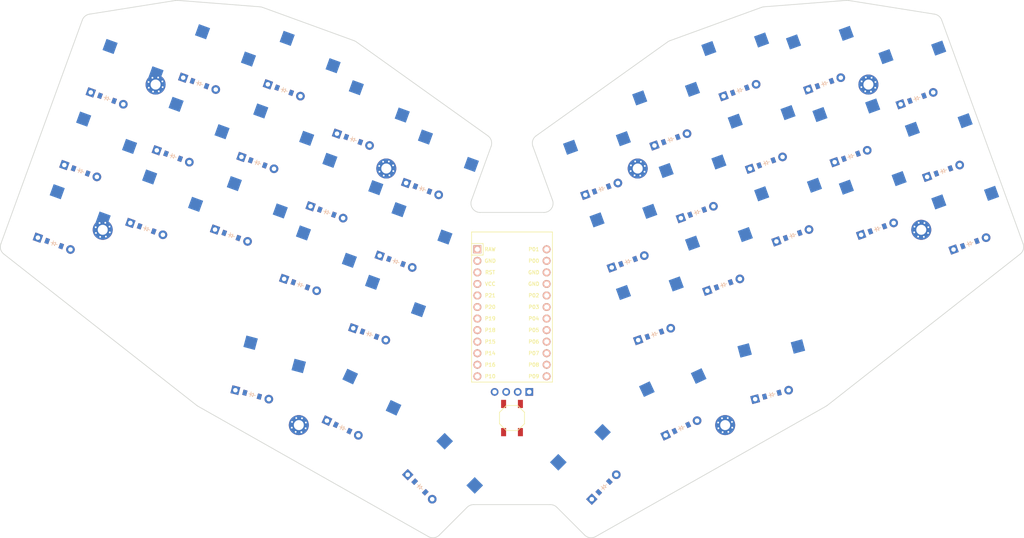
<source format=kicad_pcb>


(kicad_pcb (version 20171130) (host pcbnew 5.1.6)

  (page A3)
  (title_block
    (title "tutorial")
    (rev "v1.0.0")
    (company "Unknown")
  )

  (general
    (thickness 1.6)
  )

  (layers
    (0 F.Cu signal)
    (31 B.Cu signal)
    (32 B.Adhes user)
    (33 F.Adhes user)
    (34 B.Paste user)
    (35 F.Paste user)
    (36 B.SilkS user)
    (37 F.SilkS user)
    (38 B.Mask user)
    (39 F.Mask user)
    (40 Dwgs.User user)
    (41 Cmts.User user)
    (42 Eco1.User user)
    (43 Eco2.User user)
    (44 Edge.Cuts user)
    (45 Margin user)
    (46 B.CrtYd user)
    (47 F.CrtYd user)
    (48 B.Fab user)
    (49 F.Fab user)
  )

  (setup
    (last_trace_width 0.25)
    (trace_clearance 0.2)
    (zone_clearance 0.508)
    (zone_45_only no)
    (trace_min 0.2)
    (via_size 0.8)
    (via_drill 0.4)
    (via_min_size 0.4)
    (via_min_drill 0.3)
    (uvia_size 0.3)
    (uvia_drill 0.1)
    (uvias_allowed no)
    (uvia_min_size 0.2)
    (uvia_min_drill 0.1)
    (edge_width 0.05)
    (segment_width 0.2)
    (pcb_text_width 0.3)
    (pcb_text_size 1.5 1.5)
    (mod_edge_width 0.12)
    (mod_text_size 1 1)
    (mod_text_width 0.15)
    (pad_size 1.524 1.524)
    (pad_drill 0.762)
    (pad_to_mask_clearance 0.05)
    (aux_axis_origin 0 0)
    (visible_elements FFFFFF7F)
    (pcbplotparams
      (layerselection 0x010fc_ffffffff)
      (usegerberextensions false)
      (usegerberattributes true)
      (usegerberadvancedattributes true)
      (creategerberjobfile true)
      (excludeedgelayer true)
      (linewidth 0.100000)
      (plotframeref false)
      (viasonmask false)
      (mode 1)
      (useauxorigin false)
      (hpglpennumber 1)
      (hpglpenspeed 20)
      (hpglpendiameter 15.000000)
      (psnegative false)
      (psa4output false)
      (plotreference true)
      (plotvalue true)
      (plotinvisibletext false)
      (padsonsilk false)
      (subtractmaskfromsilk false)
      (outputformat 1)
      (mirror false)
      (drillshape 1)
      (scaleselection 1)
      (outputdirectory ""))
  )

  (net 0 "")
(net 1 "P16")
(net 2 "pinky_bottom")
(net 3 "pinky_home")
(net 4 "pinky_top")
(net 5 "P10")
(net 6 "ring_bottom")
(net 7 "ring_home")
(net 8 "ring_top")
(net 9 "P7")
(net 10 "middle_bottom")
(net 11 "middle_home")
(net 12 "middle_top")
(net 13 "P8")
(net 14 "index_bottom")
(net 15 "index_home")
(net 16 "index_top")
(net 17 "P9")
(net 18 "inner_bottom")
(net 19 "inner_home")
(net 20 "inner_top")
(net 21 "outer_cluster")
(net 22 "middle_cluster")
(net 23 "inner_cluster")
(net 24 "mirror_pinky_bottom")
(net 25 "mirror_pinky_home")
(net 26 "mirror_pinky_top")
(net 27 "mirror_ring_bottom")
(net 28 "mirror_ring_home")
(net 29 "mirror_ring_top")
(net 30 "mirror_middle_bottom")
(net 31 "mirror_middle_home")
(net 32 "mirror_middle_top")
(net 33 "mirror_index_bottom")
(net 34 "mirror_index_home")
(net 35 "mirror_index_top")
(net 36 "mirror_inner_bottom")
(net 37 "mirror_inner_home")
(net 38 "mirror_inner_top")
(net 39 "mirror_outer_cluster")
(net 40 "mirror_middle_cluster")
(net 41 "mirror_inner_cluster")
(net 42 "P18")
(net 43 "P19")
(net 44 "P20")
(net 45 "P15")
(net 46 "P5")
(net 47 "P4")
(net 48 "P0")
(net 49 "P6")
(net 50 "RAW")
(net 51 "GND")
(net 52 "RST")
(net 53 "VCC")
(net 54 "P21")
(net 55 "P14")
(net 56 "P1")
(net 57 "P2")
(net 58 "P3")

  (net_class Default "This is the default net class."
    (clearance 0.2)
    (trace_width 0.25)
    (via_dia 0.8)
    (via_drill 0.4)
    (uvia_dia 0.3)
    (uvia_drill 0.1)
    (add_net "")
(add_net "P16")
(add_net "pinky_bottom")
(add_net "pinky_home")
(add_net "pinky_top")
(add_net "P10")
(add_net "ring_bottom")
(add_net "ring_home")
(add_net "ring_top")
(add_net "P7")
(add_net "middle_bottom")
(add_net "middle_home")
(add_net "middle_top")
(add_net "P8")
(add_net "index_bottom")
(add_net "index_home")
(add_net "index_top")
(add_net "P9")
(add_net "inner_bottom")
(add_net "inner_home")
(add_net "inner_top")
(add_net "outer_cluster")
(add_net "middle_cluster")
(add_net "inner_cluster")
(add_net "mirror_pinky_bottom")
(add_net "mirror_pinky_home")
(add_net "mirror_pinky_top")
(add_net "mirror_ring_bottom")
(add_net "mirror_ring_home")
(add_net "mirror_ring_top")
(add_net "mirror_middle_bottom")
(add_net "mirror_middle_home")
(add_net "mirror_middle_top")
(add_net "mirror_index_bottom")
(add_net "mirror_index_home")
(add_net "mirror_index_top")
(add_net "mirror_inner_bottom")
(add_net "mirror_inner_home")
(add_net "mirror_inner_top")
(add_net "mirror_outer_cluster")
(add_net "mirror_middle_cluster")
(add_net "mirror_inner_cluster")
(add_net "P18")
(add_net "P19")
(add_net "P20")
(add_net "P15")
(add_net "P5")
(add_net "P4")
(add_net "P0")
(add_net "P6")
(add_net "RAW")
(add_net "GND")
(add_net "RST")
(add_net "VCC")
(add_net "P21")
(add_net "P14")
(add_net "P1")
(add_net "P2")
(add_net "P3")
  )

  
        
      (module PG1350 (layer F.Cu) (tedit 5DD50112)
      (at 59.7672477 128.1712764 -20)

      
      (fp_text reference "S1" (at 0 0) (layer F.SilkS) hide (effects (font (size 1.27 1.27) (thickness 0.15))))
      (fp_text value "" (at 0 0) (layer F.SilkS) hide (effects (font (size 1.27 1.27) (thickness 0.15))))

      
      (fp_line (start -7 -6) (end -7 -7) (layer Dwgs.User) (width 0.15))
      (fp_line (start -7 7) (end -6 7) (layer Dwgs.User) (width 0.15))
      (fp_line (start -6 -7) (end -7 -7) (layer Dwgs.User) (width 0.15))
      (fp_line (start -7 7) (end -7 6) (layer Dwgs.User) (width 0.15))
      (fp_line (start 7 6) (end 7 7) (layer Dwgs.User) (width 0.15))
      (fp_line (start 7 -7) (end 6 -7) (layer Dwgs.User) (width 0.15))
      (fp_line (start 6 7) (end 7 7) (layer Dwgs.User) (width 0.15))
      (fp_line (start 7 -7) (end 7 -6) (layer Dwgs.User) (width 0.15))      
      
      
      (pad "" np_thru_hole circle (at 0 0) (size 3.429 3.429) (drill 3.429) (layers *.Cu *.Mask))
        
      
      (pad "" np_thru_hole circle (at 5.5 0) (size 1.7018 1.7018) (drill 1.7018) (layers *.Cu *.Mask))
      (pad "" np_thru_hole circle (at -5.5 0) (size 1.7018 1.7018) (drill 1.7018) (layers *.Cu *.Mask))
      
        
      
      (fp_line (start -9 -8.5) (end 9 -8.5) (layer Dwgs.User) (width 0.15))
      (fp_line (start 9 -8.5) (end 9 8.5) (layer Dwgs.User) (width 0.15))
      (fp_line (start 9 8.5) (end -9 8.5) (layer Dwgs.User) (width 0.15))
      (fp_line (start -9 8.5) (end -9 -8.5) (layer Dwgs.User) (width 0.15))
      
        
          
          (pad "" np_thru_hole circle (at 5 -3.75) (size 3 3) (drill 3) (layers *.Cu *.Mask))
          (pad "" np_thru_hole circle (at 0 -5.95) (size 3 3) (drill 3) (layers *.Cu *.Mask))
      
          
          (pad 1 smd rect (at -3.275 -5.95 -20) (size 2.6 2.6) (layers B.Cu B.Paste B.Mask)  (net 1 "P16"))
          (pad 2 smd rect (at 8.275 -3.75 -20) (size 2.6 2.6) (layers B.Cu B.Paste B.Mask)  (net 2 "pinky_bottom"))
        )
        

        
      (module PG1350 (layer F.Cu) (tedit 5DD50112)
      (at 65.5815902 112.1965019 -20)

      
      (fp_text reference "S2" (at 0 0) (layer F.SilkS) hide (effects (font (size 1.27 1.27) (thickness 0.15))))
      (fp_text value "" (at 0 0) (layer F.SilkS) hide (effects (font (size 1.27 1.27) (thickness 0.15))))

      
      (fp_line (start -7 -6) (end -7 -7) (layer Dwgs.User) (width 0.15))
      (fp_line (start -7 7) (end -6 7) (layer Dwgs.User) (width 0.15))
      (fp_line (start -6 -7) (end -7 -7) (layer Dwgs.User) (width 0.15))
      (fp_line (start -7 7) (end -7 6) (layer Dwgs.User) (width 0.15))
      (fp_line (start 7 6) (end 7 7) (layer Dwgs.User) (width 0.15))
      (fp_line (start 7 -7) (end 6 -7) (layer Dwgs.User) (width 0.15))
      (fp_line (start 6 7) (end 7 7) (layer Dwgs.User) (width 0.15))
      (fp_line (start 7 -7) (end 7 -6) (layer Dwgs.User) (width 0.15))      
      
      
      (pad "" np_thru_hole circle (at 0 0) (size 3.429 3.429) (drill 3.429) (layers *.Cu *.Mask))
        
      
      (pad "" np_thru_hole circle (at 5.5 0) (size 1.7018 1.7018) (drill 1.7018) (layers *.Cu *.Mask))
      (pad "" np_thru_hole circle (at -5.5 0) (size 1.7018 1.7018) (drill 1.7018) (layers *.Cu *.Mask))
      
        
      
      (fp_line (start -9 -8.5) (end 9 -8.5) (layer Dwgs.User) (width 0.15))
      (fp_line (start 9 -8.5) (end 9 8.5) (layer Dwgs.User) (width 0.15))
      (fp_line (start 9 8.5) (end -9 8.5) (layer Dwgs.User) (width 0.15))
      (fp_line (start -9 8.5) (end -9 -8.5) (layer Dwgs.User) (width 0.15))
      
        
          
          (pad "" np_thru_hole circle (at 5 -3.75) (size 3 3) (drill 3) (layers *.Cu *.Mask))
          (pad "" np_thru_hole circle (at 0 -5.95) (size 3 3) (drill 3) (layers *.Cu *.Mask))
      
          
          (pad 1 smd rect (at -3.275 -5.95 -20) (size 2.6 2.6) (layers B.Cu B.Paste B.Mask)  (net 1 "P16"))
          (pad 2 smd rect (at 8.275 -3.75 -20) (size 2.6 2.6) (layers B.Cu B.Paste B.Mask)  (net 3 "pinky_home"))
        )
        

        
      (module PG1350 (layer F.Cu) (tedit 5DD50112)
      (at 71.3959326 96.2217273 -20)

      
      (fp_text reference "S3" (at 0 0) (layer F.SilkS) hide (effects (font (size 1.27 1.27) (thickness 0.15))))
      (fp_text value "" (at 0 0) (layer F.SilkS) hide (effects (font (size 1.27 1.27) (thickness 0.15))))

      
      (fp_line (start -7 -6) (end -7 -7) (layer Dwgs.User) (width 0.15))
      (fp_line (start -7 7) (end -6 7) (layer Dwgs.User) (width 0.15))
      (fp_line (start -6 -7) (end -7 -7) (layer Dwgs.User) (width 0.15))
      (fp_line (start -7 7) (end -7 6) (layer Dwgs.User) (width 0.15))
      (fp_line (start 7 6) (end 7 7) (layer Dwgs.User) (width 0.15))
      (fp_line (start 7 -7) (end 6 -7) (layer Dwgs.User) (width 0.15))
      (fp_line (start 6 7) (end 7 7) (layer Dwgs.User) (width 0.15))
      (fp_line (start 7 -7) (end 7 -6) (layer Dwgs.User) (width 0.15))      
      
      
      (pad "" np_thru_hole circle (at 0 0) (size 3.429 3.429) (drill 3.429) (layers *.Cu *.Mask))
        
      
      (pad "" np_thru_hole circle (at 5.5 0) (size 1.7018 1.7018) (drill 1.7018) (layers *.Cu *.Mask))
      (pad "" np_thru_hole circle (at -5.5 0) (size 1.7018 1.7018) (drill 1.7018) (layers *.Cu *.Mask))
      
        
      
      (fp_line (start -9 -8.5) (end 9 -8.5) (layer Dwgs.User) (width 0.15))
      (fp_line (start 9 -8.5) (end 9 8.5) (layer Dwgs.User) (width 0.15))
      (fp_line (start 9 8.5) (end -9 8.5) (layer Dwgs.User) (width 0.15))
      (fp_line (start -9 8.5) (end -9 -8.5) (layer Dwgs.User) (width 0.15))
      
        
          
          (pad "" np_thru_hole circle (at 5 -3.75) (size 3 3) (drill 3) (layers *.Cu *.Mask))
          (pad "" np_thru_hole circle (at 0 -5.95) (size 3 3) (drill 3) (layers *.Cu *.Mask))
      
          
          (pad 1 smd rect (at -3.275 -5.95 -20) (size 2.6 2.6) (layers B.Cu B.Paste B.Mask)  (net 1 "P16"))
          (pad 2 smd rect (at 8.275 -3.75 -20) (size 2.6 2.6) (layers B.Cu B.Paste B.Mask)  (net 4 "pinky_top"))
        )
        

        
      (module PG1350 (layer F.Cu) (tedit 5DD50112)
      (at 80.1019164 124.9307128 -20)

      
      (fp_text reference "S4" (at 0 0) (layer F.SilkS) hide (effects (font (size 1.27 1.27) (thickness 0.15))))
      (fp_text value "" (at 0 0) (layer F.SilkS) hide (effects (font (size 1.27 1.27) (thickness 0.15))))

      
      (fp_line (start -7 -6) (end -7 -7) (layer Dwgs.User) (width 0.15))
      (fp_line (start -7 7) (end -6 7) (layer Dwgs.User) (width 0.15))
      (fp_line (start -6 -7) (end -7 -7) (layer Dwgs.User) (width 0.15))
      (fp_line (start -7 7) (end -7 6) (layer Dwgs.User) (width 0.15))
      (fp_line (start 7 6) (end 7 7) (layer Dwgs.User) (width 0.15))
      (fp_line (start 7 -7) (end 6 -7) (layer Dwgs.User) (width 0.15))
      (fp_line (start 6 7) (end 7 7) (layer Dwgs.User) (width 0.15))
      (fp_line (start 7 -7) (end 7 -6) (layer Dwgs.User) (width 0.15))      
      
      
      (pad "" np_thru_hole circle (at 0 0) (size 3.429 3.429) (drill 3.429) (layers *.Cu *.Mask))
        
      
      (pad "" np_thru_hole circle (at 5.5 0) (size 1.7018 1.7018) (drill 1.7018) (layers *.Cu *.Mask))
      (pad "" np_thru_hole circle (at -5.5 0) (size 1.7018 1.7018) (drill 1.7018) (layers *.Cu *.Mask))
      
        
      
      (fp_line (start -9 -8.5) (end 9 -8.5) (layer Dwgs.User) (width 0.15))
      (fp_line (start 9 -8.5) (end 9 8.5) (layer Dwgs.User) (width 0.15))
      (fp_line (start 9 8.5) (end -9 8.5) (layer Dwgs.User) (width 0.15))
      (fp_line (start -9 8.5) (end -9 -8.5) (layer Dwgs.User) (width 0.15))
      
        
          
          (pad "" np_thru_hole circle (at 5 -3.75) (size 3 3) (drill 3) (layers *.Cu *.Mask))
          (pad "" np_thru_hole circle (at 0 -5.95) (size 3 3) (drill 3) (layers *.Cu *.Mask))
      
          
          (pad 1 smd rect (at -3.275 -5.95 -20) (size 2.6 2.6) (layers B.Cu B.Paste B.Mask)  (net 5 "P10"))
          (pad 2 smd rect (at 8.275 -3.75 -20) (size 2.6 2.6) (layers B.Cu B.Paste B.Mask)  (net 6 "ring_bottom"))
        )
        

        
      (module PG1350 (layer F.Cu) (tedit 5DD50112)
      (at 85.9162588 108.9559382 -20)

      
      (fp_text reference "S5" (at 0 0) (layer F.SilkS) hide (effects (font (size 1.27 1.27) (thickness 0.15))))
      (fp_text value "" (at 0 0) (layer F.SilkS) hide (effects (font (size 1.27 1.27) (thickness 0.15))))

      
      (fp_line (start -7 -6) (end -7 -7) (layer Dwgs.User) (width 0.15))
      (fp_line (start -7 7) (end -6 7) (layer Dwgs.User) (width 0.15))
      (fp_line (start -6 -7) (end -7 -7) (layer Dwgs.User) (width 0.15))
      (fp_line (start -7 7) (end -7 6) (layer Dwgs.User) (width 0.15))
      (fp_line (start 7 6) (end 7 7) (layer Dwgs.User) (width 0.15))
      (fp_line (start 7 -7) (end 6 -7) (layer Dwgs.User) (width 0.15))
      (fp_line (start 6 7) (end 7 7) (layer Dwgs.User) (width 0.15))
      (fp_line (start 7 -7) (end 7 -6) (layer Dwgs.User) (width 0.15))      
      
      
      (pad "" np_thru_hole circle (at 0 0) (size 3.429 3.429) (drill 3.429) (layers *.Cu *.Mask))
        
      
      (pad "" np_thru_hole circle (at 5.5 0) (size 1.7018 1.7018) (drill 1.7018) (layers *.Cu *.Mask))
      (pad "" np_thru_hole circle (at -5.5 0) (size 1.7018 1.7018) (drill 1.7018) (layers *.Cu *.Mask))
      
        
      
      (fp_line (start -9 -8.5) (end 9 -8.5) (layer Dwgs.User) (width 0.15))
      (fp_line (start 9 -8.5) (end 9 8.5) (layer Dwgs.User) (width 0.15))
      (fp_line (start 9 8.5) (end -9 8.5) (layer Dwgs.User) (width 0.15))
      (fp_line (start -9 8.5) (end -9 -8.5) (layer Dwgs.User) (width 0.15))
      
        
          
          (pad "" np_thru_hole circle (at 5 -3.75) (size 3 3) (drill 3) (layers *.Cu *.Mask))
          (pad "" np_thru_hole circle (at 0 -5.95) (size 3 3) (drill 3) (layers *.Cu *.Mask))
      
          
          (pad 1 smd rect (at -3.275 -5.95 -20) (size 2.6 2.6) (layers B.Cu B.Paste B.Mask)  (net 5 "P10"))
          (pad 2 smd rect (at 8.275 -3.75 -20) (size 2.6 2.6) (layers B.Cu B.Paste B.Mask)  (net 7 "ring_home"))
        )
        

        
      (module PG1350 (layer F.Cu) (tedit 5DD50112)
      (at 91.7306012 92.9811637 -20)

      
      (fp_text reference "S6" (at 0 0) (layer F.SilkS) hide (effects (font (size 1.27 1.27) (thickness 0.15))))
      (fp_text value "" (at 0 0) (layer F.SilkS) hide (effects (font (size 1.27 1.27) (thickness 0.15))))

      
      (fp_line (start -7 -6) (end -7 -7) (layer Dwgs.User) (width 0.15))
      (fp_line (start -7 7) (end -6 7) (layer Dwgs.User) (width 0.15))
      (fp_line (start -6 -7) (end -7 -7) (layer Dwgs.User) (width 0.15))
      (fp_line (start -7 7) (end -7 6) (layer Dwgs.User) (width 0.15))
      (fp_line (start 7 6) (end 7 7) (layer Dwgs.User) (width 0.15))
      (fp_line (start 7 -7) (end 6 -7) (layer Dwgs.User) (width 0.15))
      (fp_line (start 6 7) (end 7 7) (layer Dwgs.User) (width 0.15))
      (fp_line (start 7 -7) (end 7 -6) (layer Dwgs.User) (width 0.15))      
      
      
      (pad "" np_thru_hole circle (at 0 0) (size 3.429 3.429) (drill 3.429) (layers *.Cu *.Mask))
        
      
      (pad "" np_thru_hole circle (at 5.5 0) (size 1.7018 1.7018) (drill 1.7018) (layers *.Cu *.Mask))
      (pad "" np_thru_hole circle (at -5.5 0) (size 1.7018 1.7018) (drill 1.7018) (layers *.Cu *.Mask))
      
        
      
      (fp_line (start -9 -8.5) (end 9 -8.5) (layer Dwgs.User) (width 0.15))
      (fp_line (start 9 -8.5) (end 9 8.5) (layer Dwgs.User) (width 0.15))
      (fp_line (start 9 8.5) (end -9 8.5) (layer Dwgs.User) (width 0.15))
      (fp_line (start -9 8.5) (end -9 -8.5) (layer Dwgs.User) (width 0.15))
      
        
          
          (pad "" np_thru_hole circle (at 5 -3.75) (size 3 3) (drill 3) (layers *.Cu *.Mask))
          (pad "" np_thru_hole circle (at 0 -5.95) (size 3 3) (drill 3) (layers *.Cu *.Mask))
      
          
          (pad 1 smd rect (at -3.275 -5.95 -20) (size 2.6 2.6) (layers B.Cu B.Paste B.Mask)  (net 5 "P10"))
          (pad 2 smd rect (at 8.275 -3.75 -20) (size 2.6 2.6) (layers B.Cu B.Paste B.Mask)  (net 8 "ring_top"))
        )
        

        
      (module PG1350 (layer F.Cu) (tedit 5DD50112)
      (at 98.7264842 126.3886123 -20)

      
      (fp_text reference "S7" (at 0 0) (layer F.SilkS) hide (effects (font (size 1.27 1.27) (thickness 0.15))))
      (fp_text value "" (at 0 0) (layer F.SilkS) hide (effects (font (size 1.27 1.27) (thickness 0.15))))

      
      (fp_line (start -7 -6) (end -7 -7) (layer Dwgs.User) (width 0.15))
      (fp_line (start -7 7) (end -6 7) (layer Dwgs.User) (width 0.15))
      (fp_line (start -6 -7) (end -7 -7) (layer Dwgs.User) (width 0.15))
      (fp_line (start -7 7) (end -7 6) (layer Dwgs.User) (width 0.15))
      (fp_line (start 7 6) (end 7 7) (layer Dwgs.User) (width 0.15))
      (fp_line (start 7 -7) (end 6 -7) (layer Dwgs.User) (width 0.15))
      (fp_line (start 6 7) (end 7 7) (layer Dwgs.User) (width 0.15))
      (fp_line (start 7 -7) (end 7 -6) (layer Dwgs.User) (width 0.15))      
      
      
      (pad "" np_thru_hole circle (at 0 0) (size 3.429 3.429) (drill 3.429) (layers *.Cu *.Mask))
        
      
      (pad "" np_thru_hole circle (at 5.5 0) (size 1.7018 1.7018) (drill 1.7018) (layers *.Cu *.Mask))
      (pad "" np_thru_hole circle (at -5.5 0) (size 1.7018 1.7018) (drill 1.7018) (layers *.Cu *.Mask))
      
        
      
      (fp_line (start -9 -8.5) (end 9 -8.5) (layer Dwgs.User) (width 0.15))
      (fp_line (start 9 -8.5) (end 9 8.5) (layer Dwgs.User) (width 0.15))
      (fp_line (start 9 8.5) (end -9 8.5) (layer Dwgs.User) (width 0.15))
      (fp_line (start -9 8.5) (end -9 -8.5) (layer Dwgs.User) (width 0.15))
      
        
          
          (pad "" np_thru_hole circle (at 5 -3.75) (size 3 3) (drill 3) (layers *.Cu *.Mask))
          (pad "" np_thru_hole circle (at 0 -5.95) (size 3 3) (drill 3) (layers *.Cu *.Mask))
      
          
          (pad 1 smd rect (at -3.275 -5.95 -20) (size 2.6 2.6) (layers B.Cu B.Paste B.Mask)  (net 9 "P7"))
          (pad 2 smd rect (at 8.275 -3.75 -20) (size 2.6 2.6) (layers B.Cu B.Paste B.Mask)  (net 10 "middle_bottom"))
        )
        

        
      (module PG1350 (layer F.Cu) (tedit 5DD50112)
      (at 104.5408267 110.4138377 -20)

      
      (fp_text reference "S8" (at 0 0) (layer F.SilkS) hide (effects (font (size 1.27 1.27) (thickness 0.15))))
      (fp_text value "" (at 0 0) (layer F.SilkS) hide (effects (font (size 1.27 1.27) (thickness 0.15))))

      
      (fp_line (start -7 -6) (end -7 -7) (layer Dwgs.User) (width 0.15))
      (fp_line (start -7 7) (end -6 7) (layer Dwgs.User) (width 0.15))
      (fp_line (start -6 -7) (end -7 -7) (layer Dwgs.User) (width 0.15))
      (fp_line (start -7 7) (end -7 6) (layer Dwgs.User) (width 0.15))
      (fp_line (start 7 6) (end 7 7) (layer Dwgs.User) (width 0.15))
      (fp_line (start 7 -7) (end 6 -7) (layer Dwgs.User) (width 0.15))
      (fp_line (start 6 7) (end 7 7) (layer Dwgs.User) (width 0.15))
      (fp_line (start 7 -7) (end 7 -6) (layer Dwgs.User) (width 0.15))      
      
      
      (pad "" np_thru_hole circle (at 0 0) (size 3.429 3.429) (drill 3.429) (layers *.Cu *.Mask))
        
      
      (pad "" np_thru_hole circle (at 5.5 0) (size 1.7018 1.7018) (drill 1.7018) (layers *.Cu *.Mask))
      (pad "" np_thru_hole circle (at -5.5 0) (size 1.7018 1.7018) (drill 1.7018) (layers *.Cu *.Mask))
      
        
      
      (fp_line (start -9 -8.5) (end 9 -8.5) (layer Dwgs.User) (width 0.15))
      (fp_line (start 9 -8.5) (end 9 8.5) (layer Dwgs.User) (width 0.15))
      (fp_line (start 9 8.5) (end -9 8.5) (layer Dwgs.User) (width 0.15))
      (fp_line (start -9 8.5) (end -9 -8.5) (layer Dwgs.User) (width 0.15))
      
        
          
          (pad "" np_thru_hole circle (at 5 -3.75) (size 3 3) (drill 3) (layers *.Cu *.Mask))
          (pad "" np_thru_hole circle (at 0 -5.95) (size 3 3) (drill 3) (layers *.Cu *.Mask))
      
          
          (pad 1 smd rect (at -3.275 -5.95 -20) (size 2.6 2.6) (layers B.Cu B.Paste B.Mask)  (net 9 "P7"))
          (pad 2 smd rect (at 8.275 -3.75 -20) (size 2.6 2.6) (layers B.Cu B.Paste B.Mask)  (net 11 "middle_home"))
        )
        

        
      (module PG1350 (layer F.Cu) (tedit 5DD50112)
      (at 110.3551691 94.4390632 -20)

      
      (fp_text reference "S9" (at 0 0) (layer F.SilkS) hide (effects (font (size 1.27 1.27) (thickness 0.15))))
      (fp_text value "" (at 0 0) (layer F.SilkS) hide (effects (font (size 1.27 1.27) (thickness 0.15))))

      
      (fp_line (start -7 -6) (end -7 -7) (layer Dwgs.User) (width 0.15))
      (fp_line (start -7 7) (end -6 7) (layer Dwgs.User) (width 0.15))
      (fp_line (start -6 -7) (end -7 -7) (layer Dwgs.User) (width 0.15))
      (fp_line (start -7 7) (end -7 6) (layer Dwgs.User) (width 0.15))
      (fp_line (start 7 6) (end 7 7) (layer Dwgs.User) (width 0.15))
      (fp_line (start 7 -7) (end 6 -7) (layer Dwgs.User) (width 0.15))
      (fp_line (start 6 7) (end 7 7) (layer Dwgs.User) (width 0.15))
      (fp_line (start 7 -7) (end 7 -6) (layer Dwgs.User) (width 0.15))      
      
      
      (pad "" np_thru_hole circle (at 0 0) (size 3.429 3.429) (drill 3.429) (layers *.Cu *.Mask))
        
      
      (pad "" np_thru_hole circle (at 5.5 0) (size 1.7018 1.7018) (drill 1.7018) (layers *.Cu *.Mask))
      (pad "" np_thru_hole circle (at -5.5 0) (size 1.7018 1.7018) (drill 1.7018) (layers *.Cu *.Mask))
      
        
      
      (fp_line (start -9 -8.5) (end 9 -8.5) (layer Dwgs.User) (width 0.15))
      (fp_line (start 9 -8.5) (end 9 8.5) (layer Dwgs.User) (width 0.15))
      (fp_line (start 9 8.5) (end -9 8.5) (layer Dwgs.User) (width 0.15))
      (fp_line (start -9 8.5) (end -9 -8.5) (layer Dwgs.User) (width 0.15))
      
        
          
          (pad "" np_thru_hole circle (at 5 -3.75) (size 3 3) (drill 3) (layers *.Cu *.Mask))
          (pad "" np_thru_hole circle (at 0 -5.95) (size 3 3) (drill 3) (layers *.Cu *.Mask))
      
          
          (pad 1 smd rect (at -3.275 -5.95 -20) (size 2.6 2.6) (layers B.Cu B.Paste B.Mask)  (net 9 "P7"))
          (pad 2 smd rect (at 8.275 -3.75 -20) (size 2.6 2.6) (layers B.Cu B.Paste B.Mask)  (net 12 "middle_top"))
        )
        

        
      (module PG1350 (layer F.Cu) (tedit 5DD50112)
      (at 113.9308507 137.2434379 -20)

      
      (fp_text reference "S10" (at 0 0) (layer F.SilkS) hide (effects (font (size 1.27 1.27) (thickness 0.15))))
      (fp_text value "" (at 0 0) (layer F.SilkS) hide (effects (font (size 1.27 1.27) (thickness 0.15))))

      
      (fp_line (start -7 -6) (end -7 -7) (layer Dwgs.User) (width 0.15))
      (fp_line (start -7 7) (end -6 7) (layer Dwgs.User) (width 0.15))
      (fp_line (start -6 -7) (end -7 -7) (layer Dwgs.User) (width 0.15))
      (fp_line (start -7 7) (end -7 6) (layer Dwgs.User) (width 0.15))
      (fp_line (start 7 6) (end 7 7) (layer Dwgs.User) (width 0.15))
      (fp_line (start 7 -7) (end 6 -7) (layer Dwgs.User) (width 0.15))
      (fp_line (start 6 7) (end 7 7) (layer Dwgs.User) (width 0.15))
      (fp_line (start 7 -7) (end 7 -6) (layer Dwgs.User) (width 0.15))      
      
      
      (pad "" np_thru_hole circle (at 0 0) (size 3.429 3.429) (drill 3.429) (layers *.Cu *.Mask))
        
      
      (pad "" np_thru_hole circle (at 5.5 0) (size 1.7018 1.7018) (drill 1.7018) (layers *.Cu *.Mask))
      (pad "" np_thru_hole circle (at -5.5 0) (size 1.7018 1.7018) (drill 1.7018) (layers *.Cu *.Mask))
      
        
      
      (fp_line (start -9 -8.5) (end 9 -8.5) (layer Dwgs.User) (width 0.15))
      (fp_line (start 9 -8.5) (end 9 8.5) (layer Dwgs.User) (width 0.15))
      (fp_line (start 9 8.5) (end -9 8.5) (layer Dwgs.User) (width 0.15))
      (fp_line (start -9 8.5) (end -9 -8.5) (layer Dwgs.User) (width 0.15))
      
        
          
          (pad "" np_thru_hole circle (at 5 -3.75) (size 3 3) (drill 3) (layers *.Cu *.Mask))
          (pad "" np_thru_hole circle (at 0 -5.95) (size 3 3) (drill 3) (layers *.Cu *.Mask))
      
          
          (pad 1 smd rect (at -3.275 -5.95 -20) (size 2.6 2.6) (layers B.Cu B.Paste B.Mask)  (net 13 "P8"))
          (pad 2 smd rect (at 8.275 -3.75 -20) (size 2.6 2.6) (layers B.Cu B.Paste B.Mask)  (net 14 "index_bottom"))
        )
        

        
      (module PG1350 (layer F.Cu) (tedit 5DD50112)
      (at 119.7451931 121.2686634 -20)

      
      (fp_text reference "S11" (at 0 0) (layer F.SilkS) hide (effects (font (size 1.27 1.27) (thickness 0.15))))
      (fp_text value "" (at 0 0) (layer F.SilkS) hide (effects (font (size 1.27 1.27) (thickness 0.15))))

      
      (fp_line (start -7 -6) (end -7 -7) (layer Dwgs.User) (width 0.15))
      (fp_line (start -7 7) (end -6 7) (layer Dwgs.User) (width 0.15))
      (fp_line (start -6 -7) (end -7 -7) (layer Dwgs.User) (width 0.15))
      (fp_line (start -7 7) (end -7 6) (layer Dwgs.User) (width 0.15))
      (fp_line (start 7 6) (end 7 7) (layer Dwgs.User) (width 0.15))
      (fp_line (start 7 -7) (end 6 -7) (layer Dwgs.User) (width 0.15))
      (fp_line (start 6 7) (end 7 7) (layer Dwgs.User) (width 0.15))
      (fp_line (start 7 -7) (end 7 -6) (layer Dwgs.User) (width 0.15))      
      
      
      (pad "" np_thru_hole circle (at 0 0) (size 3.429 3.429) (drill 3.429) (layers *.Cu *.Mask))
        
      
      (pad "" np_thru_hole circle (at 5.5 0) (size 1.7018 1.7018) (drill 1.7018) (layers *.Cu *.Mask))
      (pad "" np_thru_hole circle (at -5.5 0) (size 1.7018 1.7018) (drill 1.7018) (layers *.Cu *.Mask))
      
        
      
      (fp_line (start -9 -8.5) (end 9 -8.5) (layer Dwgs.User) (width 0.15))
      (fp_line (start 9 -8.5) (end 9 8.5) (layer Dwgs.User) (width 0.15))
      (fp_line (start 9 8.5) (end -9 8.5) (layer Dwgs.User) (width 0.15))
      (fp_line (start -9 8.5) (end -9 -8.5) (layer Dwgs.User) (width 0.15))
      
        
          
          (pad "" np_thru_hole circle (at 5 -3.75) (size 3 3) (drill 3) (layers *.Cu *.Mask))
          (pad "" np_thru_hole circle (at 0 -5.95) (size 3 3) (drill 3) (layers *.Cu *.Mask))
      
          
          (pad 1 smd rect (at -3.275 -5.95 -20) (size 2.6 2.6) (layers B.Cu B.Paste B.Mask)  (net 13 "P8"))
          (pad 2 smd rect (at 8.275 -3.75 -20) (size 2.6 2.6) (layers B.Cu B.Paste B.Mask)  (net 15 "index_home"))
        )
        

        
      (module PG1350 (layer F.Cu) (tedit 5DD50112)
      (at 125.5595356 105.2938888 -20)

      
      (fp_text reference "S12" (at 0 0) (layer F.SilkS) hide (effects (font (size 1.27 1.27) (thickness 0.15))))
      (fp_text value "" (at 0 0) (layer F.SilkS) hide (effects (font (size 1.27 1.27) (thickness 0.15))))

      
      (fp_line (start -7 -6) (end -7 -7) (layer Dwgs.User) (width 0.15))
      (fp_line (start -7 7) (end -6 7) (layer Dwgs.User) (width 0.15))
      (fp_line (start -6 -7) (end -7 -7) (layer Dwgs.User) (width 0.15))
      (fp_line (start -7 7) (end -7 6) (layer Dwgs.User) (width 0.15))
      (fp_line (start 7 6) (end 7 7) (layer Dwgs.User) (width 0.15))
      (fp_line (start 7 -7) (end 6 -7) (layer Dwgs.User) (width 0.15))
      (fp_line (start 6 7) (end 7 7) (layer Dwgs.User) (width 0.15))
      (fp_line (start 7 -7) (end 7 -6) (layer Dwgs.User) (width 0.15))      
      
      
      (pad "" np_thru_hole circle (at 0 0) (size 3.429 3.429) (drill 3.429) (layers *.Cu *.Mask))
        
      
      (pad "" np_thru_hole circle (at 5.5 0) (size 1.7018 1.7018) (drill 1.7018) (layers *.Cu *.Mask))
      (pad "" np_thru_hole circle (at -5.5 0) (size 1.7018 1.7018) (drill 1.7018) (layers *.Cu *.Mask))
      
        
      
      (fp_line (start -9 -8.5) (end 9 -8.5) (layer Dwgs.User) (width 0.15))
      (fp_line (start 9 -8.5) (end 9 8.5) (layer Dwgs.User) (width 0.15))
      (fp_line (start 9 8.5) (end -9 8.5) (layer Dwgs.User) (width 0.15))
      (fp_line (start -9 8.5) (end -9 -8.5) (layer Dwgs.User) (width 0.15))
      
        
          
          (pad "" np_thru_hole circle (at 5 -3.75) (size 3 3) (drill 3) (layers *.Cu *.Mask))
          (pad "" np_thru_hole circle (at 0 -5.95) (size 3 3) (drill 3) (layers *.Cu *.Mask))
      
          
          (pad 1 smd rect (at -3.275 -5.95 -20) (size 2.6 2.6) (layers B.Cu B.Paste B.Mask)  (net 13 "P8"))
          (pad 2 smd rect (at 8.275 -3.75 -20) (size 2.6 2.6) (layers B.Cu B.Paste B.Mask)  (net 16 "index_top"))
        )
        

        
      (module PG1350 (layer F.Cu) (tedit 5DD50112)
      (at 129.1352172 148.0982636 -20)

      
      (fp_text reference "S13" (at 0 0) (layer F.SilkS) hide (effects (font (size 1.27 1.27) (thickness 0.15))))
      (fp_text value "" (at 0 0) (layer F.SilkS) hide (effects (font (size 1.27 1.27) (thickness 0.15))))

      
      (fp_line (start -7 -6) (end -7 -7) (layer Dwgs.User) (width 0.15))
      (fp_line (start -7 7) (end -6 7) (layer Dwgs.User) (width 0.15))
      (fp_line (start -6 -7) (end -7 -7) (layer Dwgs.User) (width 0.15))
      (fp_line (start -7 7) (end -7 6) (layer Dwgs.User) (width 0.15))
      (fp_line (start 7 6) (end 7 7) (layer Dwgs.User) (width 0.15))
      (fp_line (start 7 -7) (end 6 -7) (layer Dwgs.User) (width 0.15))
      (fp_line (start 6 7) (end 7 7) (layer Dwgs.User) (width 0.15))
      (fp_line (start 7 -7) (end 7 -6) (layer Dwgs.User) (width 0.15))      
      
      
      (pad "" np_thru_hole circle (at 0 0) (size 3.429 3.429) (drill 3.429) (layers *.Cu *.Mask))
        
      
      (pad "" np_thru_hole circle (at 5.5 0) (size 1.7018 1.7018) (drill 1.7018) (layers *.Cu *.Mask))
      (pad "" np_thru_hole circle (at -5.5 0) (size 1.7018 1.7018) (drill 1.7018) (layers *.Cu *.Mask))
      
        
      
      (fp_line (start -9 -8.5) (end 9 -8.5) (layer Dwgs.User) (width 0.15))
      (fp_line (start 9 -8.5) (end 9 8.5) (layer Dwgs.User) (width 0.15))
      (fp_line (start 9 8.5) (end -9 8.5) (layer Dwgs.User) (width 0.15))
      (fp_line (start -9 8.5) (end -9 -8.5) (layer Dwgs.User) (width 0.15))
      
        
          
          (pad "" np_thru_hole circle (at 5 -3.75) (size 3 3) (drill 3) (layers *.Cu *.Mask))
          (pad "" np_thru_hole circle (at 0 -5.95) (size 3 3) (drill 3) (layers *.Cu *.Mask))
      
          
          (pad 1 smd rect (at -3.275 -5.95 -20) (size 2.6 2.6) (layers B.Cu B.Paste B.Mask)  (net 17 "P9"))
          (pad 2 smd rect (at 8.275 -3.75 -20) (size 2.6 2.6) (layers B.Cu B.Paste B.Mask)  (net 18 "inner_bottom"))
        )
        

        
      (module PG1350 (layer F.Cu) (tedit 5DD50112)
      (at 134.9495596 132.1234891 -20)

      
      (fp_text reference "S14" (at 0 0) (layer F.SilkS) hide (effects (font (size 1.27 1.27) (thickness 0.15))))
      (fp_text value "" (at 0 0) (layer F.SilkS) hide (effects (font (size 1.27 1.27) (thickness 0.15))))

      
      (fp_line (start -7 -6) (end -7 -7) (layer Dwgs.User) (width 0.15))
      (fp_line (start -7 7) (end -6 7) (layer Dwgs.User) (width 0.15))
      (fp_line (start -6 -7) (end -7 -7) (layer Dwgs.User) (width 0.15))
      (fp_line (start -7 7) (end -7 6) (layer Dwgs.User) (width 0.15))
      (fp_line (start 7 6) (end 7 7) (layer Dwgs.User) (width 0.15))
      (fp_line (start 7 -7) (end 6 -7) (layer Dwgs.User) (width 0.15))
      (fp_line (start 6 7) (end 7 7) (layer Dwgs.User) (width 0.15))
      (fp_line (start 7 -7) (end 7 -6) (layer Dwgs.User) (width 0.15))      
      
      
      (pad "" np_thru_hole circle (at 0 0) (size 3.429 3.429) (drill 3.429) (layers *.Cu *.Mask))
        
      
      (pad "" np_thru_hole circle (at 5.5 0) (size 1.7018 1.7018) (drill 1.7018) (layers *.Cu *.Mask))
      (pad "" np_thru_hole circle (at -5.5 0) (size 1.7018 1.7018) (drill 1.7018) (layers *.Cu *.Mask))
      
        
      
      (fp_line (start -9 -8.5) (end 9 -8.5) (layer Dwgs.User) (width 0.15))
      (fp_line (start 9 -8.5) (end 9 8.5) (layer Dwgs.User) (width 0.15))
      (fp_line (start 9 8.5) (end -9 8.5) (layer Dwgs.User) (width 0.15))
      (fp_line (start -9 8.5) (end -9 -8.5) (layer Dwgs.User) (width 0.15))
      
        
          
          (pad "" np_thru_hole circle (at 5 -3.75) (size 3 3) (drill 3) (layers *.Cu *.Mask))
          (pad "" np_thru_hole circle (at 0 -5.95) (size 3 3) (drill 3) (layers *.Cu *.Mask))
      
          
          (pad 1 smd rect (at -3.275 -5.95 -20) (size 2.6 2.6) (layers B.Cu B.Paste B.Mask)  (net 17 "P9"))
          (pad 2 smd rect (at 8.275 -3.75 -20) (size 2.6 2.6) (layers B.Cu B.Paste B.Mask)  (net 19 "inner_home"))
        )
        

        
      (module PG1350 (layer F.Cu) (tedit 5DD50112)
      (at 140.763902 116.1487145 -20)

      
      (fp_text reference "S15" (at 0 0) (layer F.SilkS) hide (effects (font (size 1.27 1.27) (thickness 0.15))))
      (fp_text value "" (at 0 0) (layer F.SilkS) hide (effects (font (size 1.27 1.27) (thickness 0.15))))

      
      (fp_line (start -7 -6) (end -7 -7) (layer Dwgs.User) (width 0.15))
      (fp_line (start -7 7) (end -6 7) (layer Dwgs.User) (width 0.15))
      (fp_line (start -6 -7) (end -7 -7) (layer Dwgs.User) (width 0.15))
      (fp_line (start -7 7) (end -7 6) (layer Dwgs.User) (width 0.15))
      (fp_line (start 7 6) (end 7 7) (layer Dwgs.User) (width 0.15))
      (fp_line (start 7 -7) (end 6 -7) (layer Dwgs.User) (width 0.15))
      (fp_line (start 6 7) (end 7 7) (layer Dwgs.User) (width 0.15))
      (fp_line (start 7 -7) (end 7 -6) (layer Dwgs.User) (width 0.15))      
      
      
      (pad "" np_thru_hole circle (at 0 0) (size 3.429 3.429) (drill 3.429) (layers *.Cu *.Mask))
        
      
      (pad "" np_thru_hole circle (at 5.5 0) (size 1.7018 1.7018) (drill 1.7018) (layers *.Cu *.Mask))
      (pad "" np_thru_hole circle (at -5.5 0) (size 1.7018 1.7018) (drill 1.7018) (layers *.Cu *.Mask))
      
        
      
      (fp_line (start -9 -8.5) (end 9 -8.5) (layer Dwgs.User) (width 0.15))
      (fp_line (start 9 -8.5) (end 9 8.5) (layer Dwgs.User) (width 0.15))
      (fp_line (start 9 8.5) (end -9 8.5) (layer Dwgs.User) (width 0.15))
      (fp_line (start -9 8.5) (end -9 -8.5) (layer Dwgs.User) (width 0.15))
      
        
          
          (pad "" np_thru_hole circle (at 5 -3.75) (size 3 3) (drill 3) (layers *.Cu *.Mask))
          (pad "" np_thru_hole circle (at 0 -5.95) (size 3 3) (drill 3) (layers *.Cu *.Mask))
      
          
          (pad 1 smd rect (at -3.275 -5.95 -20) (size 2.6 2.6) (layers B.Cu B.Paste B.Mask)  (net 17 "P9"))
          (pad 2 smd rect (at 8.275 -3.75 -20) (size 2.6 2.6) (layers B.Cu B.Paste B.Mask)  (net 20 "inner_top"))
        )
        

        
      (module PG1350 (layer F.Cu) (tedit 5DD50112)
      (at 102.8876067 161.2717438 -15)

      
      (fp_text reference "S16" (at 0 0) (layer F.SilkS) hide (effects (font (size 1.27 1.27) (thickness 0.15))))
      (fp_text value "" (at 0 0) (layer F.SilkS) hide (effects (font (size 1.27 1.27) (thickness 0.15))))

      
      (fp_line (start -7 -6) (end -7 -7) (layer Dwgs.User) (width 0.15))
      (fp_line (start -7 7) (end -6 7) (layer Dwgs.User) (width 0.15))
      (fp_line (start -6 -7) (end -7 -7) (layer Dwgs.User) (width 0.15))
      (fp_line (start -7 7) (end -7 6) (layer Dwgs.User) (width 0.15))
      (fp_line (start 7 6) (end 7 7) (layer Dwgs.User) (width 0.15))
      (fp_line (start 7 -7) (end 6 -7) (layer Dwgs.User) (width 0.15))
      (fp_line (start 6 7) (end 7 7) (layer Dwgs.User) (width 0.15))
      (fp_line (start 7 -7) (end 7 -6) (layer Dwgs.User) (width 0.15))      
      
      
      (pad "" np_thru_hole circle (at 0 0) (size 3.429 3.429) (drill 3.429) (layers *.Cu *.Mask))
        
      
      (pad "" np_thru_hole circle (at 5.5 0) (size 1.7018 1.7018) (drill 1.7018) (layers *.Cu *.Mask))
      (pad "" np_thru_hole circle (at -5.5 0) (size 1.7018 1.7018) (drill 1.7018) (layers *.Cu *.Mask))
      
        
      
      (fp_line (start -9 -8.5) (end 9 -8.5) (layer Dwgs.User) (width 0.15))
      (fp_line (start 9 -8.5) (end 9 8.5) (layer Dwgs.User) (width 0.15))
      (fp_line (start 9 8.5) (end -9 8.5) (layer Dwgs.User) (width 0.15))
      (fp_line (start -9 8.5) (end -9 -8.5) (layer Dwgs.User) (width 0.15))
      
        
          
          (pad "" np_thru_hole circle (at 5 -3.75) (size 3 3) (drill 3) (layers *.Cu *.Mask))
          (pad "" np_thru_hole circle (at 0 -5.95) (size 3 3) (drill 3) (layers *.Cu *.Mask))
      
          
          (pad 1 smd rect (at -3.275 -5.95 -15) (size 2.6 2.6) (layers B.Cu B.Paste B.Mask)  (net 9 "P7"))
          (pad 2 smd rect (at 8.275 -3.75 -15) (size 2.6 2.6) (layers B.Cu B.Paste B.Mask)  (net 21 "outer_cluster"))
        )
        

        
      (module PG1350 (layer F.Cu) (tedit 5DD50112)
      (at 123.6203368 168.8976144 -25)

      
      (fp_text reference "S17" (at 0 0) (layer F.SilkS) hide (effects (font (size 1.27 1.27) (thickness 0.15))))
      (fp_text value "" (at 0 0) (layer F.SilkS) hide (effects (font (size 1.27 1.27) (thickness 0.15))))

      
      (fp_line (start -7 -6) (end -7 -7) (layer Dwgs.User) (width 0.15))
      (fp_line (start -7 7) (end -6 7) (layer Dwgs.User) (width 0.15))
      (fp_line (start -6 -7) (end -7 -7) (layer Dwgs.User) (width 0.15))
      (fp_line (start -7 7) (end -7 6) (layer Dwgs.User) (width 0.15))
      (fp_line (start 7 6) (end 7 7) (layer Dwgs.User) (width 0.15))
      (fp_line (start 7 -7) (end 6 -7) (layer Dwgs.User) (width 0.15))
      (fp_line (start 6 7) (end 7 7) (layer Dwgs.User) (width 0.15))
      (fp_line (start 7 -7) (end 7 -6) (layer Dwgs.User) (width 0.15))      
      
      
      (pad "" np_thru_hole circle (at 0 0) (size 3.429 3.429) (drill 3.429) (layers *.Cu *.Mask))
        
      
      (pad "" np_thru_hole circle (at 5.5 0) (size 1.7018 1.7018) (drill 1.7018) (layers *.Cu *.Mask))
      (pad "" np_thru_hole circle (at -5.5 0) (size 1.7018 1.7018) (drill 1.7018) (layers *.Cu *.Mask))
      
        
      
      (fp_line (start -9 -8.5) (end 9 -8.5) (layer Dwgs.User) (width 0.15))
      (fp_line (start 9 -8.5) (end 9 8.5) (layer Dwgs.User) (width 0.15))
      (fp_line (start 9 8.5) (end -9 8.5) (layer Dwgs.User) (width 0.15))
      (fp_line (start -9 8.5) (end -9 -8.5) (layer Dwgs.User) (width 0.15))
      
        
          
          (pad "" np_thru_hole circle (at 5 -3.75) (size 3 3) (drill 3) (layers *.Cu *.Mask))
          (pad "" np_thru_hole circle (at 0 -5.95) (size 3 3) (drill 3) (layers *.Cu *.Mask))
      
          
          (pad 1 smd rect (at -3.275 -5.95 -25) (size 2.6 2.6) (layers B.Cu B.Paste B.Mask)  (net 13 "P8"))
          (pad 2 smd rect (at 8.275 -3.75 -25) (size 2.6 2.6) (layers B.Cu B.Paste B.Mask)  (net 22 "middle_cluster"))
        )
        

        
      (module PG1350 (layer F.Cu) (tedit 5DD50112)
      (at 142.0551973 182.8687041 -45)

      
      (fp_text reference "S18" (at 0 0) (layer F.SilkS) hide (effects (font (size 1.27 1.27) (thickness 0.15))))
      (fp_text value "" (at 0 0) (layer F.SilkS) hide (effects (font (size 1.27 1.27) (thickness 0.15))))

      
      (fp_line (start -7 -6) (end -7 -7) (layer Dwgs.User) (width 0.15))
      (fp_line (start -7 7) (end -6 7) (layer Dwgs.User) (width 0.15))
      (fp_line (start -6 -7) (end -7 -7) (layer Dwgs.User) (width 0.15))
      (fp_line (start -7 7) (end -7 6) (layer Dwgs.User) (width 0.15))
      (fp_line (start 7 6) (end 7 7) (layer Dwgs.User) (width 0.15))
      (fp_line (start 7 -7) (end 6 -7) (layer Dwgs.User) (width 0.15))
      (fp_line (start 6 7) (end 7 7) (layer Dwgs.User) (width 0.15))
      (fp_line (start 7 -7) (end 7 -6) (layer Dwgs.User) (width 0.15))      
      
      
      (pad "" np_thru_hole circle (at 0 0) (size 3.429 3.429) (drill 3.429) (layers *.Cu *.Mask))
        
      
      (pad "" np_thru_hole circle (at 5.5 0) (size 1.7018 1.7018) (drill 1.7018) (layers *.Cu *.Mask))
      (pad "" np_thru_hole circle (at -5.5 0) (size 1.7018 1.7018) (drill 1.7018) (layers *.Cu *.Mask))
      
        
      
      (fp_line (start -9 -8.5) (end 9 -8.5) (layer Dwgs.User) (width 0.15))
      (fp_line (start 9 -8.5) (end 9 8.5) (layer Dwgs.User) (width 0.15))
      (fp_line (start 9 8.5) (end -9 8.5) (layer Dwgs.User) (width 0.15))
      (fp_line (start -9 8.5) (end -9 -8.5) (layer Dwgs.User) (width 0.15))
      
        
          
          (pad "" np_thru_hole circle (at 5 -3.75) (size 3 3) (drill 3) (layers *.Cu *.Mask))
          (pad "" np_thru_hole circle (at 0 -5.95) (size 3 3) (drill 3) (layers *.Cu *.Mask))
      
          
          (pad 1 smd rect (at -3.275 -5.95 -45) (size 2.6 2.6) (layers B.Cu B.Paste B.Mask)  (net 17 "P9"))
          (pad 2 smd rect (at 8.275 -3.75 -45) (size 2.6 2.6) (layers B.Cu B.Paste B.Mask)  (net 23 "inner_cluster"))
        )
        

        
      (module PG1350 (layer F.Cu) (tedit 5DD50112)
      (at 257.7605563 128.1712764 20)

      
      (fp_text reference "S19" (at 0 0) (layer F.SilkS) hide (effects (font (size 1.27 1.27) (thickness 0.15))))
      (fp_text value "" (at 0 0) (layer F.SilkS) hide (effects (font (size 1.27 1.27) (thickness 0.15))))

      
      (fp_line (start -7 -6) (end -7 -7) (layer Dwgs.User) (width 0.15))
      (fp_line (start -7 7) (end -6 7) (layer Dwgs.User) (width 0.15))
      (fp_line (start -6 -7) (end -7 -7) (layer Dwgs.User) (width 0.15))
      (fp_line (start -7 7) (end -7 6) (layer Dwgs.User) (width 0.15))
      (fp_line (start 7 6) (end 7 7) (layer Dwgs.User) (width 0.15))
      (fp_line (start 7 -7) (end 6 -7) (layer Dwgs.User) (width 0.15))
      (fp_line (start 6 7) (end 7 7) (layer Dwgs.User) (width 0.15))
      (fp_line (start 7 -7) (end 7 -6) (layer Dwgs.User) (width 0.15))      
      
      
      (pad "" np_thru_hole circle (at 0 0) (size 3.429 3.429) (drill 3.429) (layers *.Cu *.Mask))
        
      
      (pad "" np_thru_hole circle (at 5.5 0) (size 1.7018 1.7018) (drill 1.7018) (layers *.Cu *.Mask))
      (pad "" np_thru_hole circle (at -5.5 0) (size 1.7018 1.7018) (drill 1.7018) (layers *.Cu *.Mask))
      
        
      
      (fp_line (start -9 -8.5) (end 9 -8.5) (layer Dwgs.User) (width 0.15))
      (fp_line (start 9 -8.5) (end 9 8.5) (layer Dwgs.User) (width 0.15))
      (fp_line (start 9 8.5) (end -9 8.5) (layer Dwgs.User) (width 0.15))
      (fp_line (start -9 8.5) (end -9 -8.5) (layer Dwgs.User) (width 0.15))
      
        
          
          (pad "" np_thru_hole circle (at 5 -3.75) (size 3 3) (drill 3) (layers *.Cu *.Mask))
          (pad "" np_thru_hole circle (at 0 -5.95) (size 3 3) (drill 3) (layers *.Cu *.Mask))
      
          
          (pad 1 smd rect (at -3.275 -5.95 20) (size 2.6 2.6) (layers B.Cu B.Paste B.Mask)  (net 1 "P16"))
          (pad 2 smd rect (at 8.275 -3.75 20) (size 2.6 2.6) (layers B.Cu B.Paste B.Mask)  (net 24 "mirror_pinky_bottom"))
        )
        

        
      (module PG1350 (layer F.Cu) (tedit 5DD50112)
      (at 251.9462138 112.1965019 20)

      
      (fp_text reference "S20" (at 0 0) (layer F.SilkS) hide (effects (font (size 1.27 1.27) (thickness 0.15))))
      (fp_text value "" (at 0 0) (layer F.SilkS) hide (effects (font (size 1.27 1.27) (thickness 0.15))))

      
      (fp_line (start -7 -6) (end -7 -7) (layer Dwgs.User) (width 0.15))
      (fp_line (start -7 7) (end -6 7) (layer Dwgs.User) (width 0.15))
      (fp_line (start -6 -7) (end -7 -7) (layer Dwgs.User) (width 0.15))
      (fp_line (start -7 7) (end -7 6) (layer Dwgs.User) (width 0.15))
      (fp_line (start 7 6) (end 7 7) (layer Dwgs.User) (width 0.15))
      (fp_line (start 7 -7) (end 6 -7) (layer Dwgs.User) (width 0.15))
      (fp_line (start 6 7) (end 7 7) (layer Dwgs.User) (width 0.15))
      (fp_line (start 7 -7) (end 7 -6) (layer Dwgs.User) (width 0.15))      
      
      
      (pad "" np_thru_hole circle (at 0 0) (size 3.429 3.429) (drill 3.429) (layers *.Cu *.Mask))
        
      
      (pad "" np_thru_hole circle (at 5.5 0) (size 1.7018 1.7018) (drill 1.7018) (layers *.Cu *.Mask))
      (pad "" np_thru_hole circle (at -5.5 0) (size 1.7018 1.7018) (drill 1.7018) (layers *.Cu *.Mask))
      
        
      
      (fp_line (start -9 -8.5) (end 9 -8.5) (layer Dwgs.User) (width 0.15))
      (fp_line (start 9 -8.5) (end 9 8.5) (layer Dwgs.User) (width 0.15))
      (fp_line (start 9 8.5) (end -9 8.5) (layer Dwgs.User) (width 0.15))
      (fp_line (start -9 8.5) (end -9 -8.5) (layer Dwgs.User) (width 0.15))
      
        
          
          (pad "" np_thru_hole circle (at 5 -3.75) (size 3 3) (drill 3) (layers *.Cu *.Mask))
          (pad "" np_thru_hole circle (at 0 -5.95) (size 3 3) (drill 3) (layers *.Cu *.Mask))
      
          
          (pad 1 smd rect (at -3.275 -5.95 20) (size 2.6 2.6) (layers B.Cu B.Paste B.Mask)  (net 1 "P16"))
          (pad 2 smd rect (at 8.275 -3.75 20) (size 2.6 2.6) (layers B.Cu B.Paste B.Mask)  (net 25 "mirror_pinky_home"))
        )
        

        
      (module PG1350 (layer F.Cu) (tedit 5DD50112)
      (at 246.13187140000002 96.2217273 20)

      
      (fp_text reference "S21" (at 0 0) (layer F.SilkS) hide (effects (font (size 1.27 1.27) (thickness 0.15))))
      (fp_text value "" (at 0 0) (layer F.SilkS) hide (effects (font (size 1.27 1.27) (thickness 0.15))))

      
      (fp_line (start -7 -6) (end -7 -7) (layer Dwgs.User) (width 0.15))
      (fp_line (start -7 7) (end -6 7) (layer Dwgs.User) (width 0.15))
      (fp_line (start -6 -7) (end -7 -7) (layer Dwgs.User) (width 0.15))
      (fp_line (start -7 7) (end -7 6) (layer Dwgs.User) (width 0.15))
      (fp_line (start 7 6) (end 7 7) (layer Dwgs.User) (width 0.15))
      (fp_line (start 7 -7) (end 6 -7) (layer Dwgs.User) (width 0.15))
      (fp_line (start 6 7) (end 7 7) (layer Dwgs.User) (width 0.15))
      (fp_line (start 7 -7) (end 7 -6) (layer Dwgs.User) (width 0.15))      
      
      
      (pad "" np_thru_hole circle (at 0 0) (size 3.429 3.429) (drill 3.429) (layers *.Cu *.Mask))
        
      
      (pad "" np_thru_hole circle (at 5.5 0) (size 1.7018 1.7018) (drill 1.7018) (layers *.Cu *.Mask))
      (pad "" np_thru_hole circle (at -5.5 0) (size 1.7018 1.7018) (drill 1.7018) (layers *.Cu *.Mask))
      
        
      
      (fp_line (start -9 -8.5) (end 9 -8.5) (layer Dwgs.User) (width 0.15))
      (fp_line (start 9 -8.5) (end 9 8.5) (layer Dwgs.User) (width 0.15))
      (fp_line (start 9 8.5) (end -9 8.5) (layer Dwgs.User) (width 0.15))
      (fp_line (start -9 8.5) (end -9 -8.5) (layer Dwgs.User) (width 0.15))
      
        
          
          (pad "" np_thru_hole circle (at 5 -3.75) (size 3 3) (drill 3) (layers *.Cu *.Mask))
          (pad "" np_thru_hole circle (at 0 -5.95) (size 3 3) (drill 3) (layers *.Cu *.Mask))
      
          
          (pad 1 smd rect (at -3.275 -5.95 20) (size 2.6 2.6) (layers B.Cu B.Paste B.Mask)  (net 1 "P16"))
          (pad 2 smd rect (at 8.275 -3.75 20) (size 2.6 2.6) (layers B.Cu B.Paste B.Mask)  (net 26 "mirror_pinky_top"))
        )
        

        
      (module PG1350 (layer F.Cu) (tedit 5DD50112)
      (at 237.4258876 124.9307128 20)

      
      (fp_text reference "S22" (at 0 0) (layer F.SilkS) hide (effects (font (size 1.27 1.27) (thickness 0.15))))
      (fp_text value "" (at 0 0) (layer F.SilkS) hide (effects (font (size 1.27 1.27) (thickness 0.15))))

      
      (fp_line (start -7 -6) (end -7 -7) (layer Dwgs.User) (width 0.15))
      (fp_line (start -7 7) (end -6 7) (layer Dwgs.User) (width 0.15))
      (fp_line (start -6 -7) (end -7 -7) (layer Dwgs.User) (width 0.15))
      (fp_line (start -7 7) (end -7 6) (layer Dwgs.User) (width 0.15))
      (fp_line (start 7 6) (end 7 7) (layer Dwgs.User) (width 0.15))
      (fp_line (start 7 -7) (end 6 -7) (layer Dwgs.User) (width 0.15))
      (fp_line (start 6 7) (end 7 7) (layer Dwgs.User) (width 0.15))
      (fp_line (start 7 -7) (end 7 -6) (layer Dwgs.User) (width 0.15))      
      
      
      (pad "" np_thru_hole circle (at 0 0) (size 3.429 3.429) (drill 3.429) (layers *.Cu *.Mask))
        
      
      (pad "" np_thru_hole circle (at 5.5 0) (size 1.7018 1.7018) (drill 1.7018) (layers *.Cu *.Mask))
      (pad "" np_thru_hole circle (at -5.5 0) (size 1.7018 1.7018) (drill 1.7018) (layers *.Cu *.Mask))
      
        
      
      (fp_line (start -9 -8.5) (end 9 -8.5) (layer Dwgs.User) (width 0.15))
      (fp_line (start 9 -8.5) (end 9 8.5) (layer Dwgs.User) (width 0.15))
      (fp_line (start 9 8.5) (end -9 8.5) (layer Dwgs.User) (width 0.15))
      (fp_line (start -9 8.5) (end -9 -8.5) (layer Dwgs.User) (width 0.15))
      
        
          
          (pad "" np_thru_hole circle (at 5 -3.75) (size 3 3) (drill 3) (layers *.Cu *.Mask))
          (pad "" np_thru_hole circle (at 0 -5.95) (size 3 3) (drill 3) (layers *.Cu *.Mask))
      
          
          (pad 1 smd rect (at -3.275 -5.95 20) (size 2.6 2.6) (layers B.Cu B.Paste B.Mask)  (net 5 "P10"))
          (pad 2 smd rect (at 8.275 -3.75 20) (size 2.6 2.6) (layers B.Cu B.Paste B.Mask)  (net 27 "mirror_ring_bottom"))
        )
        

        
      (module PG1350 (layer F.Cu) (tedit 5DD50112)
      (at 231.61154520000002 108.9559382 20)

      
      (fp_text reference "S23" (at 0 0) (layer F.SilkS) hide (effects (font (size 1.27 1.27) (thickness 0.15))))
      (fp_text value "" (at 0 0) (layer F.SilkS) hide (effects (font (size 1.27 1.27) (thickness 0.15))))

      
      (fp_line (start -7 -6) (end -7 -7) (layer Dwgs.User) (width 0.15))
      (fp_line (start -7 7) (end -6 7) (layer Dwgs.User) (width 0.15))
      (fp_line (start -6 -7) (end -7 -7) (layer Dwgs.User) (width 0.15))
      (fp_line (start -7 7) (end -7 6) (layer Dwgs.User) (width 0.15))
      (fp_line (start 7 6) (end 7 7) (layer Dwgs.User) (width 0.15))
      (fp_line (start 7 -7) (end 6 -7) (layer Dwgs.User) (width 0.15))
      (fp_line (start 6 7) (end 7 7) (layer Dwgs.User) (width 0.15))
      (fp_line (start 7 -7) (end 7 -6) (layer Dwgs.User) (width 0.15))      
      
      
      (pad "" np_thru_hole circle (at 0 0) (size 3.429 3.429) (drill 3.429) (layers *.Cu *.Mask))
        
      
      (pad "" np_thru_hole circle (at 5.5 0) (size 1.7018 1.7018) (drill 1.7018) (layers *.Cu *.Mask))
      (pad "" np_thru_hole circle (at -5.5 0) (size 1.7018 1.7018) (drill 1.7018) (layers *.Cu *.Mask))
      
        
      
      (fp_line (start -9 -8.5) (end 9 -8.5) (layer Dwgs.User) (width 0.15))
      (fp_line (start 9 -8.5) (end 9 8.5) (layer Dwgs.User) (width 0.15))
      (fp_line (start 9 8.5) (end -9 8.5) (layer Dwgs.User) (width 0.15))
      (fp_line (start -9 8.5) (end -9 -8.5) (layer Dwgs.User) (width 0.15))
      
        
          
          (pad "" np_thru_hole circle (at 5 -3.75) (size 3 3) (drill 3) (layers *.Cu *.Mask))
          (pad "" np_thru_hole circle (at 0 -5.95) (size 3 3) (drill 3) (layers *.Cu *.Mask))
      
          
          (pad 1 smd rect (at -3.275 -5.95 20) (size 2.6 2.6) (layers B.Cu B.Paste B.Mask)  (net 5 "P10"))
          (pad 2 smd rect (at 8.275 -3.75 20) (size 2.6 2.6) (layers B.Cu B.Paste B.Mask)  (net 28 "mirror_ring_home"))
        )
        

        
      (module PG1350 (layer F.Cu) (tedit 5DD50112)
      (at 225.7972028 92.9811637 20)

      
      (fp_text reference "S24" (at 0 0) (layer F.SilkS) hide (effects (font (size 1.27 1.27) (thickness 0.15))))
      (fp_text value "" (at 0 0) (layer F.SilkS) hide (effects (font (size 1.27 1.27) (thickness 0.15))))

      
      (fp_line (start -7 -6) (end -7 -7) (layer Dwgs.User) (width 0.15))
      (fp_line (start -7 7) (end -6 7) (layer Dwgs.User) (width 0.15))
      (fp_line (start -6 -7) (end -7 -7) (layer Dwgs.User) (width 0.15))
      (fp_line (start -7 7) (end -7 6) (layer Dwgs.User) (width 0.15))
      (fp_line (start 7 6) (end 7 7) (layer Dwgs.User) (width 0.15))
      (fp_line (start 7 -7) (end 6 -7) (layer Dwgs.User) (width 0.15))
      (fp_line (start 6 7) (end 7 7) (layer Dwgs.User) (width 0.15))
      (fp_line (start 7 -7) (end 7 -6) (layer Dwgs.User) (width 0.15))      
      
      
      (pad "" np_thru_hole circle (at 0 0) (size 3.429 3.429) (drill 3.429) (layers *.Cu *.Mask))
        
      
      (pad "" np_thru_hole circle (at 5.5 0) (size 1.7018 1.7018) (drill 1.7018) (layers *.Cu *.Mask))
      (pad "" np_thru_hole circle (at -5.5 0) (size 1.7018 1.7018) (drill 1.7018) (layers *.Cu *.Mask))
      
        
      
      (fp_line (start -9 -8.5) (end 9 -8.5) (layer Dwgs.User) (width 0.15))
      (fp_line (start 9 -8.5) (end 9 8.5) (layer Dwgs.User) (width 0.15))
      (fp_line (start 9 8.5) (end -9 8.5) (layer Dwgs.User) (width 0.15))
      (fp_line (start -9 8.5) (end -9 -8.5) (layer Dwgs.User) (width 0.15))
      
        
          
          (pad "" np_thru_hole circle (at 5 -3.75) (size 3 3) (drill 3) (layers *.Cu *.Mask))
          (pad "" np_thru_hole circle (at 0 -5.95) (size 3 3) (drill 3) (layers *.Cu *.Mask))
      
          
          (pad 1 smd rect (at -3.275 -5.95 20) (size 2.6 2.6) (layers B.Cu B.Paste B.Mask)  (net 5 "P10"))
          (pad 2 smd rect (at 8.275 -3.75 20) (size 2.6 2.6) (layers B.Cu B.Paste B.Mask)  (net 29 "mirror_ring_top"))
        )
        

        
      (module PG1350 (layer F.Cu) (tedit 5DD50112)
      (at 218.8013198 126.3886123 20)

      
      (fp_text reference "S25" (at 0 0) (layer F.SilkS) hide (effects (font (size 1.27 1.27) (thickness 0.15))))
      (fp_text value "" (at 0 0) (layer F.SilkS) hide (effects (font (size 1.27 1.27) (thickness 0.15))))

      
      (fp_line (start -7 -6) (end -7 -7) (layer Dwgs.User) (width 0.15))
      (fp_line (start -7 7) (end -6 7) (layer Dwgs.User) (width 0.15))
      (fp_line (start -6 -7) (end -7 -7) (layer Dwgs.User) (width 0.15))
      (fp_line (start -7 7) (end -7 6) (layer Dwgs.User) (width 0.15))
      (fp_line (start 7 6) (end 7 7) (layer Dwgs.User) (width 0.15))
      (fp_line (start 7 -7) (end 6 -7) (layer Dwgs.User) (width 0.15))
      (fp_line (start 6 7) (end 7 7) (layer Dwgs.User) (width 0.15))
      (fp_line (start 7 -7) (end 7 -6) (layer Dwgs.User) (width 0.15))      
      
      
      (pad "" np_thru_hole circle (at 0 0) (size 3.429 3.429) (drill 3.429) (layers *.Cu *.Mask))
        
      
      (pad "" np_thru_hole circle (at 5.5 0) (size 1.7018 1.7018) (drill 1.7018) (layers *.Cu *.Mask))
      (pad "" np_thru_hole circle (at -5.5 0) (size 1.7018 1.7018) (drill 1.7018) (layers *.Cu *.Mask))
      
        
      
      (fp_line (start -9 -8.5) (end 9 -8.5) (layer Dwgs.User) (width 0.15))
      (fp_line (start 9 -8.5) (end 9 8.5) (layer Dwgs.User) (width 0.15))
      (fp_line (start 9 8.5) (end -9 8.5) (layer Dwgs.User) (width 0.15))
      (fp_line (start -9 8.5) (end -9 -8.5) (layer Dwgs.User) (width 0.15))
      
        
          
          (pad "" np_thru_hole circle (at 5 -3.75) (size 3 3) (drill 3) (layers *.Cu *.Mask))
          (pad "" np_thru_hole circle (at 0 -5.95) (size 3 3) (drill 3) (layers *.Cu *.Mask))
      
          
          (pad 1 smd rect (at -3.275 -5.95 20) (size 2.6 2.6) (layers B.Cu B.Paste B.Mask)  (net 9 "P7"))
          (pad 2 smd rect (at 8.275 -3.75 20) (size 2.6 2.6) (layers B.Cu B.Paste B.Mask)  (net 30 "mirror_middle_bottom"))
        )
        

        
      (module PG1350 (layer F.Cu) (tedit 5DD50112)
      (at 212.9869773 110.4138377 20)

      
      (fp_text reference "S26" (at 0 0) (layer F.SilkS) hide (effects (font (size 1.27 1.27) (thickness 0.15))))
      (fp_text value "" (at 0 0) (layer F.SilkS) hide (effects (font (size 1.27 1.27) (thickness 0.15))))

      
      (fp_line (start -7 -6) (end -7 -7) (layer Dwgs.User) (width 0.15))
      (fp_line (start -7 7) (end -6 7) (layer Dwgs.User) (width 0.15))
      (fp_line (start -6 -7) (end -7 -7) (layer Dwgs.User) (width 0.15))
      (fp_line (start -7 7) (end -7 6) (layer Dwgs.User) (width 0.15))
      (fp_line (start 7 6) (end 7 7) (layer Dwgs.User) (width 0.15))
      (fp_line (start 7 -7) (end 6 -7) (layer Dwgs.User) (width 0.15))
      (fp_line (start 6 7) (end 7 7) (layer Dwgs.User) (width 0.15))
      (fp_line (start 7 -7) (end 7 -6) (layer Dwgs.User) (width 0.15))      
      
      
      (pad "" np_thru_hole circle (at 0 0) (size 3.429 3.429) (drill 3.429) (layers *.Cu *.Mask))
        
      
      (pad "" np_thru_hole circle (at 5.5 0) (size 1.7018 1.7018) (drill 1.7018) (layers *.Cu *.Mask))
      (pad "" np_thru_hole circle (at -5.5 0) (size 1.7018 1.7018) (drill 1.7018) (layers *.Cu *.Mask))
      
        
      
      (fp_line (start -9 -8.5) (end 9 -8.5) (layer Dwgs.User) (width 0.15))
      (fp_line (start 9 -8.5) (end 9 8.5) (layer Dwgs.User) (width 0.15))
      (fp_line (start 9 8.5) (end -9 8.5) (layer Dwgs.User) (width 0.15))
      (fp_line (start -9 8.5) (end -9 -8.5) (layer Dwgs.User) (width 0.15))
      
        
          
          (pad "" np_thru_hole circle (at 5 -3.75) (size 3 3) (drill 3) (layers *.Cu *.Mask))
          (pad "" np_thru_hole circle (at 0 -5.95) (size 3 3) (drill 3) (layers *.Cu *.Mask))
      
          
          (pad 1 smd rect (at -3.275 -5.95 20) (size 2.6 2.6) (layers B.Cu B.Paste B.Mask)  (net 9 "P7"))
          (pad 2 smd rect (at 8.275 -3.75 20) (size 2.6 2.6) (layers B.Cu B.Paste B.Mask)  (net 31 "mirror_middle_home"))
        )
        

        
      (module PG1350 (layer F.Cu) (tedit 5DD50112)
      (at 207.1726349 94.4390632 20)

      
      (fp_text reference "S27" (at 0 0) (layer F.SilkS) hide (effects (font (size 1.27 1.27) (thickness 0.15))))
      (fp_text value "" (at 0 0) (layer F.SilkS) hide (effects (font (size 1.27 1.27) (thickness 0.15))))

      
      (fp_line (start -7 -6) (end -7 -7) (layer Dwgs.User) (width 0.15))
      (fp_line (start -7 7) (end -6 7) (layer Dwgs.User) (width 0.15))
      (fp_line (start -6 -7) (end -7 -7) (layer Dwgs.User) (width 0.15))
      (fp_line (start -7 7) (end -7 6) (layer Dwgs.User) (width 0.15))
      (fp_line (start 7 6) (end 7 7) (layer Dwgs.User) (width 0.15))
      (fp_line (start 7 -7) (end 6 -7) (layer Dwgs.User) (width 0.15))
      (fp_line (start 6 7) (end 7 7) (layer Dwgs.User) (width 0.15))
      (fp_line (start 7 -7) (end 7 -6) (layer Dwgs.User) (width 0.15))      
      
      
      (pad "" np_thru_hole circle (at 0 0) (size 3.429 3.429) (drill 3.429) (layers *.Cu *.Mask))
        
      
      (pad "" np_thru_hole circle (at 5.5 0) (size 1.7018 1.7018) (drill 1.7018) (layers *.Cu *.Mask))
      (pad "" np_thru_hole circle (at -5.5 0) (size 1.7018 1.7018) (drill 1.7018) (layers *.Cu *.Mask))
      
        
      
      (fp_line (start -9 -8.5) (end 9 -8.5) (layer Dwgs.User) (width 0.15))
      (fp_line (start 9 -8.5) (end 9 8.5) (layer Dwgs.User) (width 0.15))
      (fp_line (start 9 8.5) (end -9 8.5) (layer Dwgs.User) (width 0.15))
      (fp_line (start -9 8.5) (end -9 -8.5) (layer Dwgs.User) (width 0.15))
      
        
          
          (pad "" np_thru_hole circle (at 5 -3.75) (size 3 3) (drill 3) (layers *.Cu *.Mask))
          (pad "" np_thru_hole circle (at 0 -5.95) (size 3 3) (drill 3) (layers *.Cu *.Mask))
      
          
          (pad 1 smd rect (at -3.275 -5.95 20) (size 2.6 2.6) (layers B.Cu B.Paste B.Mask)  (net 9 "P7"))
          (pad 2 smd rect (at 8.275 -3.75 20) (size 2.6 2.6) (layers B.Cu B.Paste B.Mask)  (net 32 "mirror_middle_top"))
        )
        

        
      (module PG1350 (layer F.Cu) (tedit 5DD50112)
      (at 203.5969533 137.2434379 20)

      
      (fp_text reference "S28" (at 0 0) (layer F.SilkS) hide (effects (font (size 1.27 1.27) (thickness 0.15))))
      (fp_text value "" (at 0 0) (layer F.SilkS) hide (effects (font (size 1.27 1.27) (thickness 0.15))))

      
      (fp_line (start -7 -6) (end -7 -7) (layer Dwgs.User) (width 0.15))
      (fp_line (start -7 7) (end -6 7) (layer Dwgs.User) (width 0.15))
      (fp_line (start -6 -7) (end -7 -7) (layer Dwgs.User) (width 0.15))
      (fp_line (start -7 7) (end -7 6) (layer Dwgs.User) (width 0.15))
      (fp_line (start 7 6) (end 7 7) (layer Dwgs.User) (width 0.15))
      (fp_line (start 7 -7) (end 6 -7) (layer Dwgs.User) (width 0.15))
      (fp_line (start 6 7) (end 7 7) (layer Dwgs.User) (width 0.15))
      (fp_line (start 7 -7) (end 7 -6) (layer Dwgs.User) (width 0.15))      
      
      
      (pad "" np_thru_hole circle (at 0 0) (size 3.429 3.429) (drill 3.429) (layers *.Cu *.Mask))
        
      
      (pad "" np_thru_hole circle (at 5.5 0) (size 1.7018 1.7018) (drill 1.7018) (layers *.Cu *.Mask))
      (pad "" np_thru_hole circle (at -5.5 0) (size 1.7018 1.7018) (drill 1.7018) (layers *.Cu *.Mask))
      
        
      
      (fp_line (start -9 -8.5) (end 9 -8.5) (layer Dwgs.User) (width 0.15))
      (fp_line (start 9 -8.5) (end 9 8.5) (layer Dwgs.User) (width 0.15))
      (fp_line (start 9 8.5) (end -9 8.5) (layer Dwgs.User) (width 0.15))
      (fp_line (start -9 8.5) (end -9 -8.5) (layer Dwgs.User) (width 0.15))
      
        
          
          (pad "" np_thru_hole circle (at 5 -3.75) (size 3 3) (drill 3) (layers *.Cu *.Mask))
          (pad "" np_thru_hole circle (at 0 -5.95) (size 3 3) (drill 3) (layers *.Cu *.Mask))
      
          
          (pad 1 smd rect (at -3.275 -5.95 20) (size 2.6 2.6) (layers B.Cu B.Paste B.Mask)  (net 13 "P8"))
          (pad 2 smd rect (at 8.275 -3.75 20) (size 2.6 2.6) (layers B.Cu B.Paste B.Mask)  (net 33 "mirror_index_bottom"))
        )
        

        
      (module PG1350 (layer F.Cu) (tedit 5DD50112)
      (at 197.7826109 121.2686634 20)

      
      (fp_text reference "S29" (at 0 0) (layer F.SilkS) hide (effects (font (size 1.27 1.27) (thickness 0.15))))
      (fp_text value "" (at 0 0) (layer F.SilkS) hide (effects (font (size 1.27 1.27) (thickness 0.15))))

      
      (fp_line (start -7 -6) (end -7 -7) (layer Dwgs.User) (width 0.15))
      (fp_line (start -7 7) (end -6 7) (layer Dwgs.User) (width 0.15))
      (fp_line (start -6 -7) (end -7 -7) (layer Dwgs.User) (width 0.15))
      (fp_line (start -7 7) (end -7 6) (layer Dwgs.User) (width 0.15))
      (fp_line (start 7 6) (end 7 7) (layer Dwgs.User) (width 0.15))
      (fp_line (start 7 -7) (end 6 -7) (layer Dwgs.User) (width 0.15))
      (fp_line (start 6 7) (end 7 7) (layer Dwgs.User) (width 0.15))
      (fp_line (start 7 -7) (end 7 -6) (layer Dwgs.User) (width 0.15))      
      
      
      (pad "" np_thru_hole circle (at 0 0) (size 3.429 3.429) (drill 3.429) (layers *.Cu *.Mask))
        
      
      (pad "" np_thru_hole circle (at 5.5 0) (size 1.7018 1.7018) (drill 1.7018) (layers *.Cu *.Mask))
      (pad "" np_thru_hole circle (at -5.5 0) (size 1.7018 1.7018) (drill 1.7018) (layers *.Cu *.Mask))
      
        
      
      (fp_line (start -9 -8.5) (end 9 -8.5) (layer Dwgs.User) (width 0.15))
      (fp_line (start 9 -8.5) (end 9 8.5) (layer Dwgs.User) (width 0.15))
      (fp_line (start 9 8.5) (end -9 8.5) (layer Dwgs.User) (width 0.15))
      (fp_line (start -9 8.5) (end -9 -8.5) (layer Dwgs.User) (width 0.15))
      
        
          
          (pad "" np_thru_hole circle (at 5 -3.75) (size 3 3) (drill 3) (layers *.Cu *.Mask))
          (pad "" np_thru_hole circle (at 0 -5.95) (size 3 3) (drill 3) (layers *.Cu *.Mask))
      
          
          (pad 1 smd rect (at -3.275 -5.95 20) (size 2.6 2.6) (layers B.Cu B.Paste B.Mask)  (net 13 "P8"))
          (pad 2 smd rect (at 8.275 -3.75 20) (size 2.6 2.6) (layers B.Cu B.Paste B.Mask)  (net 34 "mirror_index_home"))
        )
        

        
      (module PG1350 (layer F.Cu) (tedit 5DD50112)
      (at 191.9682684 105.2938888 20)

      
      (fp_text reference "S30" (at 0 0) (layer F.SilkS) hide (effects (font (size 1.27 1.27) (thickness 0.15))))
      (fp_text value "" (at 0 0) (layer F.SilkS) hide (effects (font (size 1.27 1.27) (thickness 0.15))))

      
      (fp_line (start -7 -6) (end -7 -7) (layer Dwgs.User) (width 0.15))
      (fp_line (start -7 7) (end -6 7) (layer Dwgs.User) (width 0.15))
      (fp_line (start -6 -7) (end -7 -7) (layer Dwgs.User) (width 0.15))
      (fp_line (start -7 7) (end -7 6) (layer Dwgs.User) (width 0.15))
      (fp_line (start 7 6) (end 7 7) (layer Dwgs.User) (width 0.15))
      (fp_line (start 7 -7) (end 6 -7) (layer Dwgs.User) (width 0.15))
      (fp_line (start 6 7) (end 7 7) (layer Dwgs.User) (width 0.15))
      (fp_line (start 7 -7) (end 7 -6) (layer Dwgs.User) (width 0.15))      
      
      
      (pad "" np_thru_hole circle (at 0 0) (size 3.429 3.429) (drill 3.429) (layers *.Cu *.Mask))
        
      
      (pad "" np_thru_hole circle (at 5.5 0) (size 1.7018 1.7018) (drill 1.7018) (layers *.Cu *.Mask))
      (pad "" np_thru_hole circle (at -5.5 0) (size 1.7018 1.7018) (drill 1.7018) (layers *.Cu *.Mask))
      
        
      
      (fp_line (start -9 -8.5) (end 9 -8.5) (layer Dwgs.User) (width 0.15))
      (fp_line (start 9 -8.5) (end 9 8.5) (layer Dwgs.User) (width 0.15))
      (fp_line (start 9 8.5) (end -9 8.5) (layer Dwgs.User) (width 0.15))
      (fp_line (start -9 8.5) (end -9 -8.5) (layer Dwgs.User) (width 0.15))
      
        
          
          (pad "" np_thru_hole circle (at 5 -3.75) (size 3 3) (drill 3) (layers *.Cu *.Mask))
          (pad "" np_thru_hole circle (at 0 -5.95) (size 3 3) (drill 3) (layers *.Cu *.Mask))
      
          
          (pad 1 smd rect (at -3.275 -5.95 20) (size 2.6 2.6) (layers B.Cu B.Paste B.Mask)  (net 13 "P8"))
          (pad 2 smd rect (at 8.275 -3.75 20) (size 2.6 2.6) (layers B.Cu B.Paste B.Mask)  (net 35 "mirror_index_top"))
        )
        

        
      (module PG1350 (layer F.Cu) (tedit 5DD50112)
      (at 188.3925868 148.0982636 20)

      
      (fp_text reference "S31" (at 0 0) (layer F.SilkS) hide (effects (font (size 1.27 1.27) (thickness 0.15))))
      (fp_text value "" (at 0 0) (layer F.SilkS) hide (effects (font (size 1.27 1.27) (thickness 0.15))))

      
      (fp_line (start -7 -6) (end -7 -7) (layer Dwgs.User) (width 0.15))
      (fp_line (start -7 7) (end -6 7) (layer Dwgs.User) (width 0.15))
      (fp_line (start -6 -7) (end -7 -7) (layer Dwgs.User) (width 0.15))
      (fp_line (start -7 7) (end -7 6) (layer Dwgs.User) (width 0.15))
      (fp_line (start 7 6) (end 7 7) (layer Dwgs.User) (width 0.15))
      (fp_line (start 7 -7) (end 6 -7) (layer Dwgs.User) (width 0.15))
      (fp_line (start 6 7) (end 7 7) (layer Dwgs.User) (width 0.15))
      (fp_line (start 7 -7) (end 7 -6) (layer Dwgs.User) (width 0.15))      
      
      
      (pad "" np_thru_hole circle (at 0 0) (size 3.429 3.429) (drill 3.429) (layers *.Cu *.Mask))
        
      
      (pad "" np_thru_hole circle (at 5.5 0) (size 1.7018 1.7018) (drill 1.7018) (layers *.Cu *.Mask))
      (pad "" np_thru_hole circle (at -5.5 0) (size 1.7018 1.7018) (drill 1.7018) (layers *.Cu *.Mask))
      
        
      
      (fp_line (start -9 -8.5) (end 9 -8.5) (layer Dwgs.User) (width 0.15))
      (fp_line (start 9 -8.5) (end 9 8.5) (layer Dwgs.User) (width 0.15))
      (fp_line (start 9 8.5) (end -9 8.5) (layer Dwgs.User) (width 0.15))
      (fp_line (start -9 8.5) (end -9 -8.5) (layer Dwgs.User) (width 0.15))
      
        
          
          (pad "" np_thru_hole circle (at 5 -3.75) (size 3 3) (drill 3) (layers *.Cu *.Mask))
          (pad "" np_thru_hole circle (at 0 -5.95) (size 3 3) (drill 3) (layers *.Cu *.Mask))
      
          
          (pad 1 smd rect (at -3.275 -5.95 20) (size 2.6 2.6) (layers B.Cu B.Paste B.Mask)  (net 17 "P9"))
          (pad 2 smd rect (at 8.275 -3.75 20) (size 2.6 2.6) (layers B.Cu B.Paste B.Mask)  (net 36 "mirror_inner_bottom"))
        )
        

        
      (module PG1350 (layer F.Cu) (tedit 5DD50112)
      (at 182.57824440000002 132.1234891 20)

      
      (fp_text reference "S32" (at 0 0) (layer F.SilkS) hide (effects (font (size 1.27 1.27) (thickness 0.15))))
      (fp_text value "" (at 0 0) (layer F.SilkS) hide (effects (font (size 1.27 1.27) (thickness 0.15))))

      
      (fp_line (start -7 -6) (end -7 -7) (layer Dwgs.User) (width 0.15))
      (fp_line (start -7 7) (end -6 7) (layer Dwgs.User) (width 0.15))
      (fp_line (start -6 -7) (end -7 -7) (layer Dwgs.User) (width 0.15))
      (fp_line (start -7 7) (end -7 6) (layer Dwgs.User) (width 0.15))
      (fp_line (start 7 6) (end 7 7) (layer Dwgs.User) (width 0.15))
      (fp_line (start 7 -7) (end 6 -7) (layer Dwgs.User) (width 0.15))
      (fp_line (start 6 7) (end 7 7) (layer Dwgs.User) (width 0.15))
      (fp_line (start 7 -7) (end 7 -6) (layer Dwgs.User) (width 0.15))      
      
      
      (pad "" np_thru_hole circle (at 0 0) (size 3.429 3.429) (drill 3.429) (layers *.Cu *.Mask))
        
      
      (pad "" np_thru_hole circle (at 5.5 0) (size 1.7018 1.7018) (drill 1.7018) (layers *.Cu *.Mask))
      (pad "" np_thru_hole circle (at -5.5 0) (size 1.7018 1.7018) (drill 1.7018) (layers *.Cu *.Mask))
      
        
      
      (fp_line (start -9 -8.5) (end 9 -8.5) (layer Dwgs.User) (width 0.15))
      (fp_line (start 9 -8.5) (end 9 8.5) (layer Dwgs.User) (width 0.15))
      (fp_line (start 9 8.5) (end -9 8.5) (layer Dwgs.User) (width 0.15))
      (fp_line (start -9 8.5) (end -9 -8.5) (layer Dwgs.User) (width 0.15))
      
        
          
          (pad "" np_thru_hole circle (at 5 -3.75) (size 3 3) (drill 3) (layers *.Cu *.Mask))
          (pad "" np_thru_hole circle (at 0 -5.95) (size 3 3) (drill 3) (layers *.Cu *.Mask))
      
          
          (pad 1 smd rect (at -3.275 -5.95 20) (size 2.6 2.6) (layers B.Cu B.Paste B.Mask)  (net 17 "P9"))
          (pad 2 smd rect (at 8.275 -3.75 20) (size 2.6 2.6) (layers B.Cu B.Paste B.Mask)  (net 37 "mirror_inner_home"))
        )
        

        
      (module PG1350 (layer F.Cu) (tedit 5DD50112)
      (at 176.763902 116.1487145 20)

      
      (fp_text reference "S33" (at 0 0) (layer F.SilkS) hide (effects (font (size 1.27 1.27) (thickness 0.15))))
      (fp_text value "" (at 0 0) (layer F.SilkS) hide (effects (font (size 1.27 1.27) (thickness 0.15))))

      
      (fp_line (start -7 -6) (end -7 -7) (layer Dwgs.User) (width 0.15))
      (fp_line (start -7 7) (end -6 7) (layer Dwgs.User) (width 0.15))
      (fp_line (start -6 -7) (end -7 -7) (layer Dwgs.User) (width 0.15))
      (fp_line (start -7 7) (end -7 6) (layer Dwgs.User) (width 0.15))
      (fp_line (start 7 6) (end 7 7) (layer Dwgs.User) (width 0.15))
      (fp_line (start 7 -7) (end 6 -7) (layer Dwgs.User) (width 0.15))
      (fp_line (start 6 7) (end 7 7) (layer Dwgs.User) (width 0.15))
      (fp_line (start 7 -7) (end 7 -6) (layer Dwgs.User) (width 0.15))      
      
      
      (pad "" np_thru_hole circle (at 0 0) (size 3.429 3.429) (drill 3.429) (layers *.Cu *.Mask))
        
      
      (pad "" np_thru_hole circle (at 5.5 0) (size 1.7018 1.7018) (drill 1.7018) (layers *.Cu *.Mask))
      (pad "" np_thru_hole circle (at -5.5 0) (size 1.7018 1.7018) (drill 1.7018) (layers *.Cu *.Mask))
      
        
      
      (fp_line (start -9 -8.5) (end 9 -8.5) (layer Dwgs.User) (width 0.15))
      (fp_line (start 9 -8.5) (end 9 8.5) (layer Dwgs.User) (width 0.15))
      (fp_line (start 9 8.5) (end -9 8.5) (layer Dwgs.User) (width 0.15))
      (fp_line (start -9 8.5) (end -9 -8.5) (layer Dwgs.User) (width 0.15))
      
        
          
          (pad "" np_thru_hole circle (at 5 -3.75) (size 3 3) (drill 3) (layers *.Cu *.Mask))
          (pad "" np_thru_hole circle (at 0 -5.95) (size 3 3) (drill 3) (layers *.Cu *.Mask))
      
          
          (pad 1 smd rect (at -3.275 -5.95 20) (size 2.6 2.6) (layers B.Cu B.Paste B.Mask)  (net 17 "P9"))
          (pad 2 smd rect (at 8.275 -3.75 20) (size 2.6 2.6) (layers B.Cu B.Paste B.Mask)  (net 38 "mirror_inner_top"))
        )
        

        
      (module PG1350 (layer F.Cu) (tedit 5DD50112)
      (at 214.6401973 161.2717438 15)

      
      (fp_text reference "S34" (at 0 0) (layer F.SilkS) hide (effects (font (size 1.27 1.27) (thickness 0.15))))
      (fp_text value "" (at 0 0) (layer F.SilkS) hide (effects (font (size 1.27 1.27) (thickness 0.15))))

      
      (fp_line (start -7 -6) (end -7 -7) (layer Dwgs.User) (width 0.15))
      (fp_line (start -7 7) (end -6 7) (layer Dwgs.User) (width 0.15))
      (fp_line (start -6 -7) (end -7 -7) (layer Dwgs.User) (width 0.15))
      (fp_line (start -7 7) (end -7 6) (layer Dwgs.User) (width 0.15))
      (fp_line (start 7 6) (end 7 7) (layer Dwgs.User) (width 0.15))
      (fp_line (start 7 -7) (end 6 -7) (layer Dwgs.User) (width 0.15))
      (fp_line (start 6 7) (end 7 7) (layer Dwgs.User) (width 0.15))
      (fp_line (start 7 -7) (end 7 -6) (layer Dwgs.User) (width 0.15))      
      
      
      (pad "" np_thru_hole circle (at 0 0) (size 3.429 3.429) (drill 3.429) (layers *.Cu *.Mask))
        
      
      (pad "" np_thru_hole circle (at 5.5 0) (size 1.7018 1.7018) (drill 1.7018) (layers *.Cu *.Mask))
      (pad "" np_thru_hole circle (at -5.5 0) (size 1.7018 1.7018) (drill 1.7018) (layers *.Cu *.Mask))
      
        
      
      (fp_line (start -9 -8.5) (end 9 -8.5) (layer Dwgs.User) (width 0.15))
      (fp_line (start 9 -8.5) (end 9 8.5) (layer Dwgs.User) (width 0.15))
      (fp_line (start 9 8.5) (end -9 8.5) (layer Dwgs.User) (width 0.15))
      (fp_line (start -9 8.5) (end -9 -8.5) (layer Dwgs.User) (width 0.15))
      
        
          
          (pad "" np_thru_hole circle (at 5 -3.75) (size 3 3) (drill 3) (layers *.Cu *.Mask))
          (pad "" np_thru_hole circle (at 0 -5.95) (size 3 3) (drill 3) (layers *.Cu *.Mask))
      
          
          (pad 1 smd rect (at -3.275 -5.95 15) (size 2.6 2.6) (layers B.Cu B.Paste B.Mask)  (net 9 "P7"))
          (pad 2 smd rect (at 8.275 -3.75 15) (size 2.6 2.6) (layers B.Cu B.Paste B.Mask)  (net 39 "mirror_outer_cluster"))
        )
        

        
      (module PG1350 (layer F.Cu) (tedit 5DD50112)
      (at 193.90746719999999 168.8976144 25)

      
      (fp_text reference "S35" (at 0 0) (layer F.SilkS) hide (effects (font (size 1.27 1.27) (thickness 0.15))))
      (fp_text value "" (at 0 0) (layer F.SilkS) hide (effects (font (size 1.27 1.27) (thickness 0.15))))

      
      (fp_line (start -7 -6) (end -7 -7) (layer Dwgs.User) (width 0.15))
      (fp_line (start -7 7) (end -6 7) (layer Dwgs.User) (width 0.15))
      (fp_line (start -6 -7) (end -7 -7) (layer Dwgs.User) (width 0.15))
      (fp_line (start -7 7) (end -7 6) (layer Dwgs.User) (width 0.15))
      (fp_line (start 7 6) (end 7 7) (layer Dwgs.User) (width 0.15))
      (fp_line (start 7 -7) (end 6 -7) (layer Dwgs.User) (width 0.15))
      (fp_line (start 6 7) (end 7 7) (layer Dwgs.User) (width 0.15))
      (fp_line (start 7 -7) (end 7 -6) (layer Dwgs.User) (width 0.15))      
      
      
      (pad "" np_thru_hole circle (at 0 0) (size 3.429 3.429) (drill 3.429) (layers *.Cu *.Mask))
        
      
      (pad "" np_thru_hole circle (at 5.5 0) (size 1.7018 1.7018) (drill 1.7018) (layers *.Cu *.Mask))
      (pad "" np_thru_hole circle (at -5.5 0) (size 1.7018 1.7018) (drill 1.7018) (layers *.Cu *.Mask))
      
        
      
      (fp_line (start -9 -8.5) (end 9 -8.5) (layer Dwgs.User) (width 0.15))
      (fp_line (start 9 -8.5) (end 9 8.5) (layer Dwgs.User) (width 0.15))
      (fp_line (start 9 8.5) (end -9 8.5) (layer Dwgs.User) (width 0.15))
      (fp_line (start -9 8.5) (end -9 -8.5) (layer Dwgs.User) (width 0.15))
      
        
          
          (pad "" np_thru_hole circle (at 5 -3.75) (size 3 3) (drill 3) (layers *.Cu *.Mask))
          (pad "" np_thru_hole circle (at 0 -5.95) (size 3 3) (drill 3) (layers *.Cu *.Mask))
      
          
          (pad 1 smd rect (at -3.275 -5.95 25) (size 2.6 2.6) (layers B.Cu B.Paste B.Mask)  (net 13 "P8"))
          (pad 2 smd rect (at 8.275 -3.75 25) (size 2.6 2.6) (layers B.Cu B.Paste B.Mask)  (net 40 "mirror_middle_cluster"))
        )
        

        
      (module PG1350 (layer F.Cu) (tedit 5DD50112)
      (at 175.4726067 182.8687041 45)

      
      (fp_text reference "S36" (at 0 0) (layer F.SilkS) hide (effects (font (size 1.27 1.27) (thickness 0.15))))
      (fp_text value "" (at 0 0) (layer F.SilkS) hide (effects (font (size 1.27 1.27) (thickness 0.15))))

      
      (fp_line (start -7 -6) (end -7 -7) (layer Dwgs.User) (width 0.15))
      (fp_line (start -7 7) (end -6 7) (layer Dwgs.User) (width 0.15))
      (fp_line (start -6 -7) (end -7 -7) (layer Dwgs.User) (width 0.15))
      (fp_line (start -7 7) (end -7 6) (layer Dwgs.User) (width 0.15))
      (fp_line (start 7 6) (end 7 7) (layer Dwgs.User) (width 0.15))
      (fp_line (start 7 -7) (end 6 -7) (layer Dwgs.User) (width 0.15))
      (fp_line (start 6 7) (end 7 7) (layer Dwgs.User) (width 0.15))
      (fp_line (start 7 -7) (end 7 -6) (layer Dwgs.User) (width 0.15))      
      
      
      (pad "" np_thru_hole circle (at 0 0) (size 3.429 3.429) (drill 3.429) (layers *.Cu *.Mask))
        
      
      (pad "" np_thru_hole circle (at 5.5 0) (size 1.7018 1.7018) (drill 1.7018) (layers *.Cu *.Mask))
      (pad "" np_thru_hole circle (at -5.5 0) (size 1.7018 1.7018) (drill 1.7018) (layers *.Cu *.Mask))
      
        
      
      (fp_line (start -9 -8.5) (end 9 -8.5) (layer Dwgs.User) (width 0.15))
      (fp_line (start 9 -8.5) (end 9 8.5) (layer Dwgs.User) (width 0.15))
      (fp_line (start 9 8.5) (end -9 8.5) (layer Dwgs.User) (width 0.15))
      (fp_line (start -9 8.5) (end -9 -8.5) (layer Dwgs.User) (width 0.15))
      
        
          
          (pad "" np_thru_hole circle (at 5 -3.75) (size 3 3) (drill 3) (layers *.Cu *.Mask))
          (pad "" np_thru_hole circle (at 0 -5.95) (size 3 3) (drill 3) (layers *.Cu *.Mask))
      
          
          (pad 1 smd rect (at -3.275 -5.95 45) (size 2.6 2.6) (layers B.Cu B.Paste B.Mask)  (net 17 "P9"))
          (pad 2 smd rect (at 8.275 -3.75 45) (size 2.6 2.6) (layers B.Cu B.Paste B.Mask)  (net 41 "mirror_inner_cluster"))
        )
        

  
    (module ComboDiode (layer F.Cu) (tedit 5B24D78E)


        (at 58.057147 132.8697395 -20)

        
        (fp_text reference "D1" (at 0 0) (layer F.SilkS) hide (effects (font (size 1.27 1.27) (thickness 0.15))))
        (fp_text value "" (at 0 0) (layer F.SilkS) hide (effects (font (size 1.27 1.27) (thickness 0.15))))
        
        
        (fp_line (start 0.25 0) (end 0.75 0) (layer F.SilkS) (width 0.1))
        (fp_line (start 0.25 0.4) (end -0.35 0) (layer F.SilkS) (width 0.1))
        (fp_line (start 0.25 -0.4) (end 0.25 0.4) (layer F.SilkS) (width 0.1))
        (fp_line (start -0.35 0) (end 0.25 -0.4) (layer F.SilkS) (width 0.1))
        (fp_line (start -0.35 0) (end -0.35 0.55) (layer F.SilkS) (width 0.1))
        (fp_line (start -0.35 0) (end -0.35 -0.55) (layer F.SilkS) (width 0.1))
        (fp_line (start -0.75 0) (end -0.35 0) (layer F.SilkS) (width 0.1))
        (fp_line (start 0.25 0) (end 0.75 0) (layer B.SilkS) (width 0.1))
        (fp_line (start 0.25 0.4) (end -0.35 0) (layer B.SilkS) (width 0.1))
        (fp_line (start 0.25 -0.4) (end 0.25 0.4) (layer B.SilkS) (width 0.1))
        (fp_line (start -0.35 0) (end 0.25 -0.4) (layer B.SilkS) (width 0.1))
        (fp_line (start -0.35 0) (end -0.35 0.55) (layer B.SilkS) (width 0.1))
        (fp_line (start -0.35 0) (end -0.35 -0.55) (layer B.SilkS) (width 0.1))
        (fp_line (start -0.75 0) (end -0.35 0) (layer B.SilkS) (width 0.1))
    
        
        (pad 1 smd rect (at -1.65 0 -20) (size 0.9 1.2) (layers F.Cu F.Paste F.Mask) (net 42 "P18"))
        (pad 2 smd rect (at 1.65 0 -20) (size 0.9 1.2) (layers B.Cu B.Paste B.Mask) (net 2 "pinky_bottom"))
        (pad 1 smd rect (at -1.65 0 -20) (size 0.9 1.2) (layers B.Cu B.Paste B.Mask) (net 42 "P18"))
        (pad 2 smd rect (at 1.65 0 -20) (size 0.9 1.2) (layers F.Cu F.Paste F.Mask) (net 2 "pinky_bottom"))
        
        
        (pad 1 thru_hole rect (at -3.81 0 -20) (size 1.778 1.778) (drill 0.9906) (layers *.Cu *.Mask) (net 42 "P18"))
        (pad 2 thru_hole circle (at 3.81 0 -20) (size 1.905 1.905) (drill 0.9906) (layers *.Cu *.Mask) (net 2 "pinky_bottom"))
    )
  
    

  
    (module ComboDiode (layer F.Cu) (tedit 5B24D78E)


        (at 63.871489499999996 116.894965 -20)

        
        (fp_text reference "D2" (at 0 0) (layer F.SilkS) hide (effects (font (size 1.27 1.27) (thickness 0.15))))
        (fp_text value "" (at 0 0) (layer F.SilkS) hide (effects (font (size 1.27 1.27) (thickness 0.15))))
        
        
        (fp_line (start 0.25 0) (end 0.75 0) (layer F.SilkS) (width 0.1))
        (fp_line (start 0.25 0.4) (end -0.35 0) (layer F.SilkS) (width 0.1))
        (fp_line (start 0.25 -0.4) (end 0.25 0.4) (layer F.SilkS) (width 0.1))
        (fp_line (start -0.35 0) (end 0.25 -0.4) (layer F.SilkS) (width 0.1))
        (fp_line (start -0.35 0) (end -0.35 0.55) (layer F.SilkS) (width 0.1))
        (fp_line (start -0.35 0) (end -0.35 -0.55) (layer F.SilkS) (width 0.1))
        (fp_line (start -0.75 0) (end -0.35 0) (layer F.SilkS) (width 0.1))
        (fp_line (start 0.25 0) (end 0.75 0) (layer B.SilkS) (width 0.1))
        (fp_line (start 0.25 0.4) (end -0.35 0) (layer B.SilkS) (width 0.1))
        (fp_line (start 0.25 -0.4) (end 0.25 0.4) (layer B.SilkS) (width 0.1))
        (fp_line (start -0.35 0) (end 0.25 -0.4) (layer B.SilkS) (width 0.1))
        (fp_line (start -0.35 0) (end -0.35 0.55) (layer B.SilkS) (width 0.1))
        (fp_line (start -0.35 0) (end -0.35 -0.55) (layer B.SilkS) (width 0.1))
        (fp_line (start -0.75 0) (end -0.35 0) (layer B.SilkS) (width 0.1))
    
        
        (pad 1 smd rect (at -1.65 0 -20) (size 0.9 1.2) (layers F.Cu F.Paste F.Mask) (net 43 "P19"))
        (pad 2 smd rect (at 1.65 0 -20) (size 0.9 1.2) (layers B.Cu B.Paste B.Mask) (net 3 "pinky_home"))
        (pad 1 smd rect (at -1.65 0 -20) (size 0.9 1.2) (layers B.Cu B.Paste B.Mask) (net 43 "P19"))
        (pad 2 smd rect (at 1.65 0 -20) (size 0.9 1.2) (layers F.Cu F.Paste F.Mask) (net 3 "pinky_home"))
        
        
        (pad 1 thru_hole rect (at -3.81 0 -20) (size 1.778 1.778) (drill 0.9906) (layers *.Cu *.Mask) (net 43 "P19"))
        (pad 2 thru_hole circle (at 3.81 0 -20) (size 1.905 1.905) (drill 0.9906) (layers *.Cu *.Mask) (net 3 "pinky_home"))
    )
  
    

  
    (module ComboDiode (layer F.Cu) (tedit 5B24D78E)


        (at 69.6858319 100.9201904 -20)

        
        (fp_text reference "D3" (at 0 0) (layer F.SilkS) hide (effects (font (size 1.27 1.27) (thickness 0.15))))
        (fp_text value "" (at 0 0) (layer F.SilkS) hide (effects (font (size 1.27 1.27) (thickness 0.15))))
        
        
        (fp_line (start 0.25 0) (end 0.75 0) (layer F.SilkS) (width 0.1))
        (fp_line (start 0.25 0.4) (end -0.35 0) (layer F.SilkS) (width 0.1))
        (fp_line (start 0.25 -0.4) (end 0.25 0.4) (layer F.SilkS) (width 0.1))
        (fp_line (start -0.35 0) (end 0.25 -0.4) (layer F.SilkS) (width 0.1))
        (fp_line (start -0.35 0) (end -0.35 0.55) (layer F.SilkS) (width 0.1))
        (fp_line (start -0.35 0) (end -0.35 -0.55) (layer F.SilkS) (width 0.1))
        (fp_line (start -0.75 0) (end -0.35 0) (layer F.SilkS) (width 0.1))
        (fp_line (start 0.25 0) (end 0.75 0) (layer B.SilkS) (width 0.1))
        (fp_line (start 0.25 0.4) (end -0.35 0) (layer B.SilkS) (width 0.1))
        (fp_line (start 0.25 -0.4) (end 0.25 0.4) (layer B.SilkS) (width 0.1))
        (fp_line (start -0.35 0) (end 0.25 -0.4) (layer B.SilkS) (width 0.1))
        (fp_line (start -0.35 0) (end -0.35 0.55) (layer B.SilkS) (width 0.1))
        (fp_line (start -0.35 0) (end -0.35 -0.55) (layer B.SilkS) (width 0.1))
        (fp_line (start -0.75 0) (end -0.35 0) (layer B.SilkS) (width 0.1))
    
        
        (pad 1 smd rect (at -1.65 0 -20) (size 0.9 1.2) (layers F.Cu F.Paste F.Mask) (net 44 "P20"))
        (pad 2 smd rect (at 1.65 0 -20) (size 0.9 1.2) (layers B.Cu B.Paste B.Mask) (net 4 "pinky_top"))
        (pad 1 smd rect (at -1.65 0 -20) (size 0.9 1.2) (layers B.Cu B.Paste B.Mask) (net 44 "P20"))
        (pad 2 smd rect (at 1.65 0 -20) (size 0.9 1.2) (layers F.Cu F.Paste F.Mask) (net 4 "pinky_top"))
        
        
        (pad 1 thru_hole rect (at -3.81 0 -20) (size 1.778 1.778) (drill 0.9906) (layers *.Cu *.Mask) (net 44 "P20"))
        (pad 2 thru_hole circle (at 3.81 0 -20) (size 1.905 1.905) (drill 0.9906) (layers *.Cu *.Mask) (net 4 "pinky_top"))
    )
  
    

  
    (module ComboDiode (layer F.Cu) (tedit 5B24D78E)


        (at 78.3918157 129.6291759 -20)

        
        (fp_text reference "D4" (at 0 0) (layer F.SilkS) hide (effects (font (size 1.27 1.27) (thickness 0.15))))
        (fp_text value "" (at 0 0) (layer F.SilkS) hide (effects (font (size 1.27 1.27) (thickness 0.15))))
        
        
        (fp_line (start 0.25 0) (end 0.75 0) (layer F.SilkS) (width 0.1))
        (fp_line (start 0.25 0.4) (end -0.35 0) (layer F.SilkS) (width 0.1))
        (fp_line (start 0.25 -0.4) (end 0.25 0.4) (layer F.SilkS) (width 0.1))
        (fp_line (start -0.35 0) (end 0.25 -0.4) (layer F.SilkS) (width 0.1))
        (fp_line (start -0.35 0) (end -0.35 0.55) (layer F.SilkS) (width 0.1))
        (fp_line (start -0.35 0) (end -0.35 -0.55) (layer F.SilkS) (width 0.1))
        (fp_line (start -0.75 0) (end -0.35 0) (layer F.SilkS) (width 0.1))
        (fp_line (start 0.25 0) (end 0.75 0) (layer B.SilkS) (width 0.1))
        (fp_line (start 0.25 0.4) (end -0.35 0) (layer B.SilkS) (width 0.1))
        (fp_line (start 0.25 -0.4) (end 0.25 0.4) (layer B.SilkS) (width 0.1))
        (fp_line (start -0.35 0) (end 0.25 -0.4) (layer B.SilkS) (width 0.1))
        (fp_line (start -0.35 0) (end -0.35 0.55) (layer B.SilkS) (width 0.1))
        (fp_line (start -0.35 0) (end -0.35 -0.55) (layer B.SilkS) (width 0.1))
        (fp_line (start -0.75 0) (end -0.35 0) (layer B.SilkS) (width 0.1))
    
        
        (pad 1 smd rect (at -1.65 0 -20) (size 0.9 1.2) (layers F.Cu F.Paste F.Mask) (net 42 "P18"))
        (pad 2 smd rect (at 1.65 0 -20) (size 0.9 1.2) (layers B.Cu B.Paste B.Mask) (net 6 "ring_bottom"))
        (pad 1 smd rect (at -1.65 0 -20) (size 0.9 1.2) (layers B.Cu B.Paste B.Mask) (net 42 "P18"))
        (pad 2 smd rect (at 1.65 0 -20) (size 0.9 1.2) (layers F.Cu F.Paste F.Mask) (net 6 "ring_bottom"))
        
        
        (pad 1 thru_hole rect (at -3.81 0 -20) (size 1.778 1.778) (drill 0.9906) (layers *.Cu *.Mask) (net 42 "P18"))
        (pad 2 thru_hole circle (at 3.81 0 -20) (size 1.905 1.905) (drill 0.9906) (layers *.Cu *.Mask) (net 6 "ring_bottom"))
    )
  
    

  
    (module ComboDiode (layer F.Cu) (tedit 5B24D78E)


        (at 84.2061581 113.6544013 -20)

        
        (fp_text reference "D5" (at 0 0) (layer F.SilkS) hide (effects (font (size 1.27 1.27) (thickness 0.15))))
        (fp_text value "" (at 0 0) (layer F.SilkS) hide (effects (font (size 1.27 1.27) (thickness 0.15))))
        
        
        (fp_line (start 0.25 0) (end 0.75 0) (layer F.SilkS) (width 0.1))
        (fp_line (start 0.25 0.4) (end -0.35 0) (layer F.SilkS) (width 0.1))
        (fp_line (start 0.25 -0.4) (end 0.25 0.4) (layer F.SilkS) (width 0.1))
        (fp_line (start -0.35 0) (end 0.25 -0.4) (layer F.SilkS) (width 0.1))
        (fp_line (start -0.35 0) (end -0.35 0.55) (layer F.SilkS) (width 0.1))
        (fp_line (start -0.35 0) (end -0.35 -0.55) (layer F.SilkS) (width 0.1))
        (fp_line (start -0.75 0) (end -0.35 0) (layer F.SilkS) (width 0.1))
        (fp_line (start 0.25 0) (end 0.75 0) (layer B.SilkS) (width 0.1))
        (fp_line (start 0.25 0.4) (end -0.35 0) (layer B.SilkS) (width 0.1))
        (fp_line (start 0.25 -0.4) (end 0.25 0.4) (layer B.SilkS) (width 0.1))
        (fp_line (start -0.35 0) (end 0.25 -0.4) (layer B.SilkS) (width 0.1))
        (fp_line (start -0.35 0) (end -0.35 0.55) (layer B.SilkS) (width 0.1))
        (fp_line (start -0.35 0) (end -0.35 -0.55) (layer B.SilkS) (width 0.1))
        (fp_line (start -0.75 0) (end -0.35 0) (layer B.SilkS) (width 0.1))
    
        
        (pad 1 smd rect (at -1.65 0 -20) (size 0.9 1.2) (layers F.Cu F.Paste F.Mask) (net 43 "P19"))
        (pad 2 smd rect (at 1.65 0 -20) (size 0.9 1.2) (layers B.Cu B.Paste B.Mask) (net 7 "ring_home"))
        (pad 1 smd rect (at -1.65 0 -20) (size 0.9 1.2) (layers B.Cu B.Paste B.Mask) (net 43 "P19"))
        (pad 2 smd rect (at 1.65 0 -20) (size 0.9 1.2) (layers F.Cu F.Paste F.Mask) (net 7 "ring_home"))
        
        
        (pad 1 thru_hole rect (at -3.81 0 -20) (size 1.778 1.778) (drill 0.9906) (layers *.Cu *.Mask) (net 43 "P19"))
        (pad 2 thru_hole circle (at 3.81 0 -20) (size 1.905 1.905) (drill 0.9906) (layers *.Cu *.Mask) (net 7 "ring_home"))
    )
  
    

  
    (module ComboDiode (layer F.Cu) (tedit 5B24D78E)


        (at 90.0205005 97.6796268 -20)

        
        (fp_text reference "D6" (at 0 0) (layer F.SilkS) hide (effects (font (size 1.27 1.27) (thickness 0.15))))
        (fp_text value "" (at 0 0) (layer F.SilkS) hide (effects (font (size 1.27 1.27) (thickness 0.15))))
        
        
        (fp_line (start 0.25 0) (end 0.75 0) (layer F.SilkS) (width 0.1))
        (fp_line (start 0.25 0.4) (end -0.35 0) (layer F.SilkS) (width 0.1))
        (fp_line (start 0.25 -0.4) (end 0.25 0.4) (layer F.SilkS) (width 0.1))
        (fp_line (start -0.35 0) (end 0.25 -0.4) (layer F.SilkS) (width 0.1))
        (fp_line (start -0.35 0) (end -0.35 0.55) (layer F.SilkS) (width 0.1))
        (fp_line (start -0.35 0) (end -0.35 -0.55) (layer F.SilkS) (width 0.1))
        (fp_line (start -0.75 0) (end -0.35 0) (layer F.SilkS) (width 0.1))
        (fp_line (start 0.25 0) (end 0.75 0) (layer B.SilkS) (width 0.1))
        (fp_line (start 0.25 0.4) (end -0.35 0) (layer B.SilkS) (width 0.1))
        (fp_line (start 0.25 -0.4) (end 0.25 0.4) (layer B.SilkS) (width 0.1))
        (fp_line (start -0.35 0) (end 0.25 -0.4) (layer B.SilkS) (width 0.1))
        (fp_line (start -0.35 0) (end -0.35 0.55) (layer B.SilkS) (width 0.1))
        (fp_line (start -0.35 0) (end -0.35 -0.55) (layer B.SilkS) (width 0.1))
        (fp_line (start -0.75 0) (end -0.35 0) (layer B.SilkS) (width 0.1))
    
        
        (pad 1 smd rect (at -1.65 0 -20) (size 0.9 1.2) (layers F.Cu F.Paste F.Mask) (net 44 "P20"))
        (pad 2 smd rect (at 1.65 0 -20) (size 0.9 1.2) (layers B.Cu B.Paste B.Mask) (net 8 "ring_top"))
        (pad 1 smd rect (at -1.65 0 -20) (size 0.9 1.2) (layers B.Cu B.Paste B.Mask) (net 44 "P20"))
        (pad 2 smd rect (at 1.65 0 -20) (size 0.9 1.2) (layers F.Cu F.Paste F.Mask) (net 8 "ring_top"))
        
        
        (pad 1 thru_hole rect (at -3.81 0 -20) (size 1.778 1.778) (drill 0.9906) (layers *.Cu *.Mask) (net 44 "P20"))
        (pad 2 thru_hole circle (at 3.81 0 -20) (size 1.905 1.905) (drill 0.9906) (layers *.Cu *.Mask) (net 8 "ring_top"))
    )
  
    

  
    (module ComboDiode (layer F.Cu) (tedit 5B24D78E)


        (at 97.0163835 131.0870754 -20)

        
        (fp_text reference "D7" (at 0 0) (layer F.SilkS) hide (effects (font (size 1.27 1.27) (thickness 0.15))))
        (fp_text value "" (at 0 0) (layer F.SilkS) hide (effects (font (size 1.27 1.27) (thickness 0.15))))
        
        
        (fp_line (start 0.25 0) (end 0.75 0) (layer F.SilkS) (width 0.1))
        (fp_line (start 0.25 0.4) (end -0.35 0) (layer F.SilkS) (width 0.1))
        (fp_line (start 0.25 -0.4) (end 0.25 0.4) (layer F.SilkS) (width 0.1))
        (fp_line (start -0.35 0) (end 0.25 -0.4) (layer F.SilkS) (width 0.1))
        (fp_line (start -0.35 0) (end -0.35 0.55) (layer F.SilkS) (width 0.1))
        (fp_line (start -0.35 0) (end -0.35 -0.55) (layer F.SilkS) (width 0.1))
        (fp_line (start -0.75 0) (end -0.35 0) (layer F.SilkS) (width 0.1))
        (fp_line (start 0.25 0) (end 0.75 0) (layer B.SilkS) (width 0.1))
        (fp_line (start 0.25 0.4) (end -0.35 0) (layer B.SilkS) (width 0.1))
        (fp_line (start 0.25 -0.4) (end 0.25 0.4) (layer B.SilkS) (width 0.1))
        (fp_line (start -0.35 0) (end 0.25 -0.4) (layer B.SilkS) (width 0.1))
        (fp_line (start -0.35 0) (end -0.35 0.55) (layer B.SilkS) (width 0.1))
        (fp_line (start -0.35 0) (end -0.35 -0.55) (layer B.SilkS) (width 0.1))
        (fp_line (start -0.75 0) (end -0.35 0) (layer B.SilkS) (width 0.1))
    
        
        (pad 1 smd rect (at -1.65 0 -20) (size 0.9 1.2) (layers F.Cu F.Paste F.Mask) (net 42 "P18"))
        (pad 2 smd rect (at 1.65 0 -20) (size 0.9 1.2) (layers B.Cu B.Paste B.Mask) (net 10 "middle_bottom"))
        (pad 1 smd rect (at -1.65 0 -20) (size 0.9 1.2) (layers B.Cu B.Paste B.Mask) (net 42 "P18"))
        (pad 2 smd rect (at 1.65 0 -20) (size 0.9 1.2) (layers F.Cu F.Paste F.Mask) (net 10 "middle_bottom"))
        
        
        (pad 1 thru_hole rect (at -3.81 0 -20) (size 1.778 1.778) (drill 0.9906) (layers *.Cu *.Mask) (net 42 "P18"))
        (pad 2 thru_hole circle (at 3.81 0 -20) (size 1.905 1.905) (drill 0.9906) (layers *.Cu *.Mask) (net 10 "middle_bottom"))
    )
  
    

  
    (module ComboDiode (layer F.Cu) (tedit 5B24D78E)


        (at 102.830726 115.1123008 -20)

        
        (fp_text reference "D8" (at 0 0) (layer F.SilkS) hide (effects (font (size 1.27 1.27) (thickness 0.15))))
        (fp_text value "" (at 0 0) (layer F.SilkS) hide (effects (font (size 1.27 1.27) (thickness 0.15))))
        
        
        (fp_line (start 0.25 0) (end 0.75 0) (layer F.SilkS) (width 0.1))
        (fp_line (start 0.25 0.4) (end -0.35 0) (layer F.SilkS) (width 0.1))
        (fp_line (start 0.25 -0.4) (end 0.25 0.4) (layer F.SilkS) (width 0.1))
        (fp_line (start -0.35 0) (end 0.25 -0.4) (layer F.SilkS) (width 0.1))
        (fp_line (start -0.35 0) (end -0.35 0.55) (layer F.SilkS) (width 0.1))
        (fp_line (start -0.35 0) (end -0.35 -0.55) (layer F.SilkS) (width 0.1))
        (fp_line (start -0.75 0) (end -0.35 0) (layer F.SilkS) (width 0.1))
        (fp_line (start 0.25 0) (end 0.75 0) (layer B.SilkS) (width 0.1))
        (fp_line (start 0.25 0.4) (end -0.35 0) (layer B.SilkS) (width 0.1))
        (fp_line (start 0.25 -0.4) (end 0.25 0.4) (layer B.SilkS) (width 0.1))
        (fp_line (start -0.35 0) (end 0.25 -0.4) (layer B.SilkS) (width 0.1))
        (fp_line (start -0.35 0) (end -0.35 0.55) (layer B.SilkS) (width 0.1))
        (fp_line (start -0.35 0) (end -0.35 -0.55) (layer B.SilkS) (width 0.1))
        (fp_line (start -0.75 0) (end -0.35 0) (layer B.SilkS) (width 0.1))
    
        
        (pad 1 smd rect (at -1.65 0 -20) (size 0.9 1.2) (layers F.Cu F.Paste F.Mask) (net 43 "P19"))
        (pad 2 smd rect (at 1.65 0 -20) (size 0.9 1.2) (layers B.Cu B.Paste B.Mask) (net 11 "middle_home"))
        (pad 1 smd rect (at -1.65 0 -20) (size 0.9 1.2) (layers B.Cu B.Paste B.Mask) (net 43 "P19"))
        (pad 2 smd rect (at 1.65 0 -20) (size 0.9 1.2) (layers F.Cu F.Paste F.Mask) (net 11 "middle_home"))
        
        
        (pad 1 thru_hole rect (at -3.81 0 -20) (size 1.778 1.778) (drill 0.9906) (layers *.Cu *.Mask) (net 43 "P19"))
        (pad 2 thru_hole circle (at 3.81 0 -20) (size 1.905 1.905) (drill 0.9906) (layers *.Cu *.Mask) (net 11 "middle_home"))
    )
  
    

  
    (module ComboDiode (layer F.Cu) (tedit 5B24D78E)


        (at 108.6450684 99.1375263 -20)

        
        (fp_text reference "D9" (at 0 0) (layer F.SilkS) hide (effects (font (size 1.27 1.27) (thickness 0.15))))
        (fp_text value "" (at 0 0) (layer F.SilkS) hide (effects (font (size 1.27 1.27) (thickness 0.15))))
        
        
        (fp_line (start 0.25 0) (end 0.75 0) (layer F.SilkS) (width 0.1))
        (fp_line (start 0.25 0.4) (end -0.35 0) (layer F.SilkS) (width 0.1))
        (fp_line (start 0.25 -0.4) (end 0.25 0.4) (layer F.SilkS) (width 0.1))
        (fp_line (start -0.35 0) (end 0.25 -0.4) (layer F.SilkS) (width 0.1))
        (fp_line (start -0.35 0) (end -0.35 0.55) (layer F.SilkS) (width 0.1))
        (fp_line (start -0.35 0) (end -0.35 -0.55) (layer F.SilkS) (width 0.1))
        (fp_line (start -0.75 0) (end -0.35 0) (layer F.SilkS) (width 0.1))
        (fp_line (start 0.25 0) (end 0.75 0) (layer B.SilkS) (width 0.1))
        (fp_line (start 0.25 0.4) (end -0.35 0) (layer B.SilkS) (width 0.1))
        (fp_line (start 0.25 -0.4) (end 0.25 0.4) (layer B.SilkS) (width 0.1))
        (fp_line (start -0.35 0) (end 0.25 -0.4) (layer B.SilkS) (width 0.1))
        (fp_line (start -0.35 0) (end -0.35 0.55) (layer B.SilkS) (width 0.1))
        (fp_line (start -0.35 0) (end -0.35 -0.55) (layer B.SilkS) (width 0.1))
        (fp_line (start -0.75 0) (end -0.35 0) (layer B.SilkS) (width 0.1))
    
        
        (pad 1 smd rect (at -1.65 0 -20) (size 0.9 1.2) (layers F.Cu F.Paste F.Mask) (net 44 "P20"))
        (pad 2 smd rect (at 1.65 0 -20) (size 0.9 1.2) (layers B.Cu B.Paste B.Mask) (net 12 "middle_top"))
        (pad 1 smd rect (at -1.65 0 -20) (size 0.9 1.2) (layers B.Cu B.Paste B.Mask) (net 44 "P20"))
        (pad 2 smd rect (at 1.65 0 -20) (size 0.9 1.2) (layers F.Cu F.Paste F.Mask) (net 12 "middle_top"))
        
        
        (pad 1 thru_hole rect (at -3.81 0 -20) (size 1.778 1.778) (drill 0.9906) (layers *.Cu *.Mask) (net 44 "P20"))
        (pad 2 thru_hole circle (at 3.81 0 -20) (size 1.905 1.905) (drill 0.9906) (layers *.Cu *.Mask) (net 12 "middle_top"))
    )
  
    

  
    (module ComboDiode (layer F.Cu) (tedit 5B24D78E)


        (at 112.22075 141.941901 -20)

        
        (fp_text reference "D10" (at 0 0) (layer F.SilkS) hide (effects (font (size 1.27 1.27) (thickness 0.15))))
        (fp_text value "" (at 0 0) (layer F.SilkS) hide (effects (font (size 1.27 1.27) (thickness 0.15))))
        
        
        (fp_line (start 0.25 0) (end 0.75 0) (layer F.SilkS) (width 0.1))
        (fp_line (start 0.25 0.4) (end -0.35 0) (layer F.SilkS) (width 0.1))
        (fp_line (start 0.25 -0.4) (end 0.25 0.4) (layer F.SilkS) (width 0.1))
        (fp_line (start -0.35 0) (end 0.25 -0.4) (layer F.SilkS) (width 0.1))
        (fp_line (start -0.35 0) (end -0.35 0.55) (layer F.SilkS) (width 0.1))
        (fp_line (start -0.35 0) (end -0.35 -0.55) (layer F.SilkS) (width 0.1))
        (fp_line (start -0.75 0) (end -0.35 0) (layer F.SilkS) (width 0.1))
        (fp_line (start 0.25 0) (end 0.75 0) (layer B.SilkS) (width 0.1))
        (fp_line (start 0.25 0.4) (end -0.35 0) (layer B.SilkS) (width 0.1))
        (fp_line (start 0.25 -0.4) (end 0.25 0.4) (layer B.SilkS) (width 0.1))
        (fp_line (start -0.35 0) (end 0.25 -0.4) (layer B.SilkS) (width 0.1))
        (fp_line (start -0.35 0) (end -0.35 0.55) (layer B.SilkS) (width 0.1))
        (fp_line (start -0.35 0) (end -0.35 -0.55) (layer B.SilkS) (width 0.1))
        (fp_line (start -0.75 0) (end -0.35 0) (layer B.SilkS) (width 0.1))
    
        
        (pad 1 smd rect (at -1.65 0 -20) (size 0.9 1.2) (layers F.Cu F.Paste F.Mask) (net 42 "P18"))
        (pad 2 smd rect (at 1.65 0 -20) (size 0.9 1.2) (layers B.Cu B.Paste B.Mask) (net 14 "index_bottom"))
        (pad 1 smd rect (at -1.65 0 -20) (size 0.9 1.2) (layers B.Cu B.Paste B.Mask) (net 42 "P18"))
        (pad 2 smd rect (at 1.65 0 -20) (size 0.9 1.2) (layers F.Cu F.Paste F.Mask) (net 14 "index_bottom"))
        
        
        (pad 1 thru_hole rect (at -3.81 0 -20) (size 1.778 1.778) (drill 0.9906) (layers *.Cu *.Mask) (net 42 "P18"))
        (pad 2 thru_hole circle (at 3.81 0 -20) (size 1.905 1.905) (drill 0.9906) (layers *.Cu *.Mask) (net 14 "index_bottom"))
    )
  
    

  
    (module ComboDiode (layer F.Cu) (tedit 5B24D78E)


        (at 118.0350924 125.96712649999999 -20)

        
        (fp_text reference "D11" (at 0 0) (layer F.SilkS) hide (effects (font (size 1.27 1.27) (thickness 0.15))))
        (fp_text value "" (at 0 0) (layer F.SilkS) hide (effects (font (size 1.27 1.27) (thickness 0.15))))
        
        
        (fp_line (start 0.25 0) (end 0.75 0) (layer F.SilkS) (width 0.1))
        (fp_line (start 0.25 0.4) (end -0.35 0) (layer F.SilkS) (width 0.1))
        (fp_line (start 0.25 -0.4) (end 0.25 0.4) (layer F.SilkS) (width 0.1))
        (fp_line (start -0.35 0) (end 0.25 -0.4) (layer F.SilkS) (width 0.1))
        (fp_line (start -0.35 0) (end -0.35 0.55) (layer F.SilkS) (width 0.1))
        (fp_line (start -0.35 0) (end -0.35 -0.55) (layer F.SilkS) (width 0.1))
        (fp_line (start -0.75 0) (end -0.35 0) (layer F.SilkS) (width 0.1))
        (fp_line (start 0.25 0) (end 0.75 0) (layer B.SilkS) (width 0.1))
        (fp_line (start 0.25 0.4) (end -0.35 0) (layer B.SilkS) (width 0.1))
        (fp_line (start 0.25 -0.4) (end 0.25 0.4) (layer B.SilkS) (width 0.1))
        (fp_line (start -0.35 0) (end 0.25 -0.4) (layer B.SilkS) (width 0.1))
        (fp_line (start -0.35 0) (end -0.35 0.55) (layer B.SilkS) (width 0.1))
        (fp_line (start -0.35 0) (end -0.35 -0.55) (layer B.SilkS) (width 0.1))
        (fp_line (start -0.75 0) (end -0.35 0) (layer B.SilkS) (width 0.1))
    
        
        (pad 1 smd rect (at -1.65 0 -20) (size 0.9 1.2) (layers F.Cu F.Paste F.Mask) (net 43 "P19"))
        (pad 2 smd rect (at 1.65 0 -20) (size 0.9 1.2) (layers B.Cu B.Paste B.Mask) (net 15 "index_home"))
        (pad 1 smd rect (at -1.65 0 -20) (size 0.9 1.2) (layers B.Cu B.Paste B.Mask) (net 43 "P19"))
        (pad 2 smd rect (at 1.65 0 -20) (size 0.9 1.2) (layers F.Cu F.Paste F.Mask) (net 15 "index_home"))
        
        
        (pad 1 thru_hole rect (at -3.81 0 -20) (size 1.778 1.778) (drill 0.9906) (layers *.Cu *.Mask) (net 43 "P19"))
        (pad 2 thru_hole circle (at 3.81 0 -20) (size 1.905 1.905) (drill 0.9906) (layers *.Cu *.Mask) (net 15 "index_home"))
    )
  
    

  
    (module ComboDiode (layer F.Cu) (tedit 5B24D78E)


        (at 123.8494349 109.9923519 -20)

        
        (fp_text reference "D12" (at 0 0) (layer F.SilkS) hide (effects (font (size 1.27 1.27) (thickness 0.15))))
        (fp_text value "" (at 0 0) (layer F.SilkS) hide (effects (font (size 1.27 1.27) (thickness 0.15))))
        
        
        (fp_line (start 0.25 0) (end 0.75 0) (layer F.SilkS) (width 0.1))
        (fp_line (start 0.25 0.4) (end -0.35 0) (layer F.SilkS) (width 0.1))
        (fp_line (start 0.25 -0.4) (end 0.25 0.4) (layer F.SilkS) (width 0.1))
        (fp_line (start -0.35 0) (end 0.25 -0.4) (layer F.SilkS) (width 0.1))
        (fp_line (start -0.35 0) (end -0.35 0.55) (layer F.SilkS) (width 0.1))
        (fp_line (start -0.35 0) (end -0.35 -0.55) (layer F.SilkS) (width 0.1))
        (fp_line (start -0.75 0) (end -0.35 0) (layer F.SilkS) (width 0.1))
        (fp_line (start 0.25 0) (end 0.75 0) (layer B.SilkS) (width 0.1))
        (fp_line (start 0.25 0.4) (end -0.35 0) (layer B.SilkS) (width 0.1))
        (fp_line (start 0.25 -0.4) (end 0.25 0.4) (layer B.SilkS) (width 0.1))
        (fp_line (start -0.35 0) (end 0.25 -0.4) (layer B.SilkS) (width 0.1))
        (fp_line (start -0.35 0) (end -0.35 0.55) (layer B.SilkS) (width 0.1))
        (fp_line (start -0.35 0) (end -0.35 -0.55) (layer B.SilkS) (width 0.1))
        (fp_line (start -0.75 0) (end -0.35 0) (layer B.SilkS) (width 0.1))
    
        
        (pad 1 smd rect (at -1.65 0 -20) (size 0.9 1.2) (layers F.Cu F.Paste F.Mask) (net 44 "P20"))
        (pad 2 smd rect (at 1.65 0 -20) (size 0.9 1.2) (layers B.Cu B.Paste B.Mask) (net 16 "index_top"))
        (pad 1 smd rect (at -1.65 0 -20) (size 0.9 1.2) (layers B.Cu B.Paste B.Mask) (net 44 "P20"))
        (pad 2 smd rect (at 1.65 0 -20) (size 0.9 1.2) (layers F.Cu F.Paste F.Mask) (net 16 "index_top"))
        
        
        (pad 1 thru_hole rect (at -3.81 0 -20) (size 1.778 1.778) (drill 0.9906) (layers *.Cu *.Mask) (net 44 "P20"))
        (pad 2 thru_hole circle (at 3.81 0 -20) (size 1.905 1.905) (drill 0.9906) (layers *.Cu *.Mask) (net 16 "index_top"))
    )
  
    

  
    (module ComboDiode (layer F.Cu) (tedit 5B24D78E)


        (at 127.4251165 152.7967267 -20)

        
        (fp_text reference "D13" (at 0 0) (layer F.SilkS) hide (effects (font (size 1.27 1.27) (thickness 0.15))))
        (fp_text value "" (at 0 0) (layer F.SilkS) hide (effects (font (size 1.27 1.27) (thickness 0.15))))
        
        
        (fp_line (start 0.25 0) (end 0.75 0) (layer F.SilkS) (width 0.1))
        (fp_line (start 0.25 0.4) (end -0.35 0) (layer F.SilkS) (width 0.1))
        (fp_line (start 0.25 -0.4) (end 0.25 0.4) (layer F.SilkS) (width 0.1))
        (fp_line (start -0.35 0) (end 0.25 -0.4) (layer F.SilkS) (width 0.1))
        (fp_line (start -0.35 0) (end -0.35 0.55) (layer F.SilkS) (width 0.1))
        (fp_line (start -0.35 0) (end -0.35 -0.55) (layer F.SilkS) (width 0.1))
        (fp_line (start -0.75 0) (end -0.35 0) (layer F.SilkS) (width 0.1))
        (fp_line (start 0.25 0) (end 0.75 0) (layer B.SilkS) (width 0.1))
        (fp_line (start 0.25 0.4) (end -0.35 0) (layer B.SilkS) (width 0.1))
        (fp_line (start 0.25 -0.4) (end 0.25 0.4) (layer B.SilkS) (width 0.1))
        (fp_line (start -0.35 0) (end 0.25 -0.4) (layer B.SilkS) (width 0.1))
        (fp_line (start -0.35 0) (end -0.35 0.55) (layer B.SilkS) (width 0.1))
        (fp_line (start -0.35 0) (end -0.35 -0.55) (layer B.SilkS) (width 0.1))
        (fp_line (start -0.75 0) (end -0.35 0) (layer B.SilkS) (width 0.1))
    
        
        (pad 1 smd rect (at -1.65 0 -20) (size 0.9 1.2) (layers F.Cu F.Paste F.Mask) (net 42 "P18"))
        (pad 2 smd rect (at 1.65 0 -20) (size 0.9 1.2) (layers B.Cu B.Paste B.Mask) (net 18 "inner_bottom"))
        (pad 1 smd rect (at -1.65 0 -20) (size 0.9 1.2) (layers B.Cu B.Paste B.Mask) (net 42 "P18"))
        (pad 2 smd rect (at 1.65 0 -20) (size 0.9 1.2) (layers F.Cu F.Paste F.Mask) (net 18 "inner_bottom"))
        
        
        (pad 1 thru_hole rect (at -3.81 0 -20) (size 1.778 1.778) (drill 0.9906) (layers *.Cu *.Mask) (net 42 "P18"))
        (pad 2 thru_hole circle (at 3.81 0 -20) (size 1.905 1.905) (drill 0.9906) (layers *.Cu *.Mask) (net 18 "inner_bottom"))
    )
  
    

  
    (module ComboDiode (layer F.Cu) (tedit 5B24D78E)


        (at 133.2394589 136.8219522 -20)

        
        (fp_text reference "D14" (at 0 0) (layer F.SilkS) hide (effects (font (size 1.27 1.27) (thickness 0.15))))
        (fp_text value "" (at 0 0) (layer F.SilkS) hide (effects (font (size 1.27 1.27) (thickness 0.15))))
        
        
        (fp_line (start 0.25 0) (end 0.75 0) (layer F.SilkS) (width 0.1))
        (fp_line (start 0.25 0.4) (end -0.35 0) (layer F.SilkS) (width 0.1))
        (fp_line (start 0.25 -0.4) (end 0.25 0.4) (layer F.SilkS) (width 0.1))
        (fp_line (start -0.35 0) (end 0.25 -0.4) (layer F.SilkS) (width 0.1))
        (fp_line (start -0.35 0) (end -0.35 0.55) (layer F.SilkS) (width 0.1))
        (fp_line (start -0.35 0) (end -0.35 -0.55) (layer F.SilkS) (width 0.1))
        (fp_line (start -0.75 0) (end -0.35 0) (layer F.SilkS) (width 0.1))
        (fp_line (start 0.25 0) (end 0.75 0) (layer B.SilkS) (width 0.1))
        (fp_line (start 0.25 0.4) (end -0.35 0) (layer B.SilkS) (width 0.1))
        (fp_line (start 0.25 -0.4) (end 0.25 0.4) (layer B.SilkS) (width 0.1))
        (fp_line (start -0.35 0) (end 0.25 -0.4) (layer B.SilkS) (width 0.1))
        (fp_line (start -0.35 0) (end -0.35 0.55) (layer B.SilkS) (width 0.1))
        (fp_line (start -0.35 0) (end -0.35 -0.55) (layer B.SilkS) (width 0.1))
        (fp_line (start -0.75 0) (end -0.35 0) (layer B.SilkS) (width 0.1))
    
        
        (pad 1 smd rect (at -1.65 0 -20) (size 0.9 1.2) (layers F.Cu F.Paste F.Mask) (net 43 "P19"))
        (pad 2 smd rect (at 1.65 0 -20) (size 0.9 1.2) (layers B.Cu B.Paste B.Mask) (net 19 "inner_home"))
        (pad 1 smd rect (at -1.65 0 -20) (size 0.9 1.2) (layers B.Cu B.Paste B.Mask) (net 43 "P19"))
        (pad 2 smd rect (at 1.65 0 -20) (size 0.9 1.2) (layers F.Cu F.Paste F.Mask) (net 19 "inner_home"))
        
        
        (pad 1 thru_hole rect (at -3.81 0 -20) (size 1.778 1.778) (drill 0.9906) (layers *.Cu *.Mask) (net 43 "P19"))
        (pad 2 thru_hole circle (at 3.81 0 -20) (size 1.905 1.905) (drill 0.9906) (layers *.Cu *.Mask) (net 19 "inner_home"))
    )
  
    

  
    (module ComboDiode (layer F.Cu) (tedit 5B24D78E)


        (at 139.0538013 120.8471776 -20)

        
        (fp_text reference "D15" (at 0 0) (layer F.SilkS) hide (effects (font (size 1.27 1.27) (thickness 0.15))))
        (fp_text value "" (at 0 0) (layer F.SilkS) hide (effects (font (size 1.27 1.27) (thickness 0.15))))
        
        
        (fp_line (start 0.25 0) (end 0.75 0) (layer F.SilkS) (width 0.1))
        (fp_line (start 0.25 0.4) (end -0.35 0) (layer F.SilkS) (width 0.1))
        (fp_line (start 0.25 -0.4) (end 0.25 0.4) (layer F.SilkS) (width 0.1))
        (fp_line (start -0.35 0) (end 0.25 -0.4) (layer F.SilkS) (width 0.1))
        (fp_line (start -0.35 0) (end -0.35 0.55) (layer F.SilkS) (width 0.1))
        (fp_line (start -0.35 0) (end -0.35 -0.55) (layer F.SilkS) (width 0.1))
        (fp_line (start -0.75 0) (end -0.35 0) (layer F.SilkS) (width 0.1))
        (fp_line (start 0.25 0) (end 0.75 0) (layer B.SilkS) (width 0.1))
        (fp_line (start 0.25 0.4) (end -0.35 0) (layer B.SilkS) (width 0.1))
        (fp_line (start 0.25 -0.4) (end 0.25 0.4) (layer B.SilkS) (width 0.1))
        (fp_line (start -0.35 0) (end 0.25 -0.4) (layer B.SilkS) (width 0.1))
        (fp_line (start -0.35 0) (end -0.35 0.55) (layer B.SilkS) (width 0.1))
        (fp_line (start -0.35 0) (end -0.35 -0.55) (layer B.SilkS) (width 0.1))
        (fp_line (start -0.75 0) (end -0.35 0) (layer B.SilkS) (width 0.1))
    
        
        (pad 1 smd rect (at -1.65 0 -20) (size 0.9 1.2) (layers F.Cu F.Paste F.Mask) (net 44 "P20"))
        (pad 2 smd rect (at 1.65 0 -20) (size 0.9 1.2) (layers B.Cu B.Paste B.Mask) (net 20 "inner_top"))
        (pad 1 smd rect (at -1.65 0 -20) (size 0.9 1.2) (layers B.Cu B.Paste B.Mask) (net 44 "P20"))
        (pad 2 smd rect (at 1.65 0 -20) (size 0.9 1.2) (layers F.Cu F.Paste F.Mask) (net 20 "inner_top"))
        
        
        (pad 1 thru_hole rect (at -3.81 0 -20) (size 1.778 1.778) (drill 0.9906) (layers *.Cu *.Mask) (net 44 "P20"))
        (pad 2 thru_hole circle (at 3.81 0 -20) (size 1.905 1.905) (drill 0.9906) (layers *.Cu *.Mask) (net 20 "inner_top"))
    )
  
    

  
    (module ComboDiode (layer F.Cu) (tedit 5B24D78E)


        (at 101.5935115 166.1013729 -15)

        
        (fp_text reference "D16" (at 0 0) (layer F.SilkS) hide (effects (font (size 1.27 1.27) (thickness 0.15))))
        (fp_text value "" (at 0 0) (layer F.SilkS) hide (effects (font (size 1.27 1.27) (thickness 0.15))))
        
        
        (fp_line (start 0.25 0) (end 0.75 0) (layer F.SilkS) (width 0.1))
        (fp_line (start 0.25 0.4) (end -0.35 0) (layer F.SilkS) (width 0.1))
        (fp_line (start 0.25 -0.4) (end 0.25 0.4) (layer F.SilkS) (width 0.1))
        (fp_line (start -0.35 0) (end 0.25 -0.4) (layer F.SilkS) (width 0.1))
        (fp_line (start -0.35 0) (end -0.35 0.55) (layer F.SilkS) (width 0.1))
        (fp_line (start -0.35 0) (end -0.35 -0.55) (layer F.SilkS) (width 0.1))
        (fp_line (start -0.75 0) (end -0.35 0) (layer F.SilkS) (width 0.1))
        (fp_line (start 0.25 0) (end 0.75 0) (layer B.SilkS) (width 0.1))
        (fp_line (start 0.25 0.4) (end -0.35 0) (layer B.SilkS) (width 0.1))
        (fp_line (start 0.25 -0.4) (end 0.25 0.4) (layer B.SilkS) (width 0.1))
        (fp_line (start -0.35 0) (end 0.25 -0.4) (layer B.SilkS) (width 0.1))
        (fp_line (start -0.35 0) (end -0.35 0.55) (layer B.SilkS) (width 0.1))
        (fp_line (start -0.35 0) (end -0.35 -0.55) (layer B.SilkS) (width 0.1))
        (fp_line (start -0.75 0) (end -0.35 0) (layer B.SilkS) (width 0.1))
    
        
        (pad 1 smd rect (at -1.65 0 -15) (size 0.9 1.2) (layers F.Cu F.Paste F.Mask) (net 45 "P15"))
        (pad 2 smd rect (at 1.65 0 -15) (size 0.9 1.2) (layers B.Cu B.Paste B.Mask) (net 21 "outer_cluster"))
        (pad 1 smd rect (at -1.65 0 -15) (size 0.9 1.2) (layers B.Cu B.Paste B.Mask) (net 45 "P15"))
        (pad 2 smd rect (at 1.65 0 -15) (size 0.9 1.2) (layers F.Cu F.Paste F.Mask) (net 21 "outer_cluster"))
        
        
        (pad 1 thru_hole rect (at -3.81 0 -15) (size 1.778 1.778) (drill 0.9906) (layers *.Cu *.Mask) (net 45 "P15"))
        (pad 2 thru_hole circle (at 3.81 0 -15) (size 1.905 1.905) (drill 0.9906) (layers *.Cu *.Mask) (net 21 "outer_cluster"))
    )
  
    

  
    (module ComboDiode (layer F.Cu) (tedit 5B24D78E)


        (at 121.50724550000001 173.4291533 -25)

        
        (fp_text reference "D17" (at 0 0) (layer F.SilkS) hide (effects (font (size 1.27 1.27) (thickness 0.15))))
        (fp_text value "" (at 0 0) (layer F.SilkS) hide (effects (font (size 1.27 1.27) (thickness 0.15))))
        
        
        (fp_line (start 0.25 0) (end 0.75 0) (layer F.SilkS) (width 0.1))
        (fp_line (start 0.25 0.4) (end -0.35 0) (layer F.SilkS) (width 0.1))
        (fp_line (start 0.25 -0.4) (end 0.25 0.4) (layer F.SilkS) (width 0.1))
        (fp_line (start -0.35 0) (end 0.25 -0.4) (layer F.SilkS) (width 0.1))
        (fp_line (start -0.35 0) (end -0.35 0.55) (layer F.SilkS) (width 0.1))
        (fp_line (start -0.35 0) (end -0.35 -0.55) (layer F.SilkS) (width 0.1))
        (fp_line (start -0.75 0) (end -0.35 0) (layer F.SilkS) (width 0.1))
        (fp_line (start 0.25 0) (end 0.75 0) (layer B.SilkS) (width 0.1))
        (fp_line (start 0.25 0.4) (end -0.35 0) (layer B.SilkS) (width 0.1))
        (fp_line (start 0.25 -0.4) (end 0.25 0.4) (layer B.SilkS) (width 0.1))
        (fp_line (start -0.35 0) (end 0.25 -0.4) (layer B.SilkS) (width 0.1))
        (fp_line (start -0.35 0) (end -0.35 0.55) (layer B.SilkS) (width 0.1))
        (fp_line (start -0.35 0) (end -0.35 -0.55) (layer B.SilkS) (width 0.1))
        (fp_line (start -0.75 0) (end -0.35 0) (layer B.SilkS) (width 0.1))
    
        
        (pad 1 smd rect (at -1.65 0 -25) (size 0.9 1.2) (layers F.Cu F.Paste F.Mask) (net 45 "P15"))
        (pad 2 smd rect (at 1.65 0 -25) (size 0.9 1.2) (layers B.Cu B.Paste B.Mask) (net 22 "middle_cluster"))
        (pad 1 smd rect (at -1.65 0 -25) (size 0.9 1.2) (layers B.Cu B.Paste B.Mask) (net 45 "P15"))
        (pad 2 smd rect (at 1.65 0 -25) (size 0.9 1.2) (layers F.Cu F.Paste F.Mask) (net 22 "middle_cluster"))
        
        
        (pad 1 thru_hole rect (at -3.81 0 -25) (size 1.778 1.778) (drill 0.9906) (layers *.Cu *.Mask) (net 45 "P15"))
        (pad 2 thru_hole circle (at 3.81 0 -25) (size 1.905 1.905) (drill 0.9906) (layers *.Cu *.Mask) (net 22 "middle_cluster"))
    )
  
    

  
    (module ComboDiode (layer F.Cu) (tedit 5B24D78E)


        (at 138.5196634 186.404238 -45)

        
        (fp_text reference "D18" (at 0 0) (layer F.SilkS) hide (effects (font (size 1.27 1.27) (thickness 0.15))))
        (fp_text value "" (at 0 0) (layer F.SilkS) hide (effects (font (size 1.27 1.27) (thickness 0.15))))
        
        
        (fp_line (start 0.25 0) (end 0.75 0) (layer F.SilkS) (width 0.1))
        (fp_line (start 0.25 0.4) (end -0.35 0) (layer F.SilkS) (width 0.1))
        (fp_line (start 0.25 -0.4) (end 0.25 0.4) (layer F.SilkS) (width 0.1))
        (fp_line (start -0.35 0) (end 0.25 -0.4) (layer F.SilkS) (width 0.1))
        (fp_line (start -0.35 0) (end -0.35 0.55) (layer F.SilkS) (width 0.1))
        (fp_line (start -0.35 0) (end -0.35 -0.55) (layer F.SilkS) (width 0.1))
        (fp_line (start -0.75 0) (end -0.35 0) (layer F.SilkS) (width 0.1))
        (fp_line (start 0.25 0) (end 0.75 0) (layer B.SilkS) (width 0.1))
        (fp_line (start 0.25 0.4) (end -0.35 0) (layer B.SilkS) (width 0.1))
        (fp_line (start 0.25 -0.4) (end 0.25 0.4) (layer B.SilkS) (width 0.1))
        (fp_line (start -0.35 0) (end 0.25 -0.4) (layer B.SilkS) (width 0.1))
        (fp_line (start -0.35 0) (end -0.35 0.55) (layer B.SilkS) (width 0.1))
        (fp_line (start -0.35 0) (end -0.35 -0.55) (layer B.SilkS) (width 0.1))
        (fp_line (start -0.75 0) (end -0.35 0) (layer B.SilkS) (width 0.1))
    
        
        (pad 1 smd rect (at -1.65 0 -45) (size 0.9 1.2) (layers F.Cu F.Paste F.Mask) (net 45 "P15"))
        (pad 2 smd rect (at 1.65 0 -45) (size 0.9 1.2) (layers B.Cu B.Paste B.Mask) (net 23 "inner_cluster"))
        (pad 1 smd rect (at -1.65 0 -45) (size 0.9 1.2) (layers B.Cu B.Paste B.Mask) (net 45 "P15"))
        (pad 2 smd rect (at 1.65 0 -45) (size 0.9 1.2) (layers F.Cu F.Paste F.Mask) (net 23 "inner_cluster"))
        
        
        (pad 1 thru_hole rect (at -3.81 0 -45) (size 1.778 1.778) (drill 0.9906) (layers *.Cu *.Mask) (net 45 "P15"))
        (pad 2 thru_hole circle (at 3.81 0 -45) (size 1.905 1.905) (drill 0.9906) (layers *.Cu *.Mask) (net 23 "inner_cluster"))
    )
  
    

  
    (module ComboDiode (layer F.Cu) (tedit 5B24D78E)


        (at 259.470657 132.8697395 20)

        
        (fp_text reference "D19" (at 0 0) (layer F.SilkS) hide (effects (font (size 1.27 1.27) (thickness 0.15))))
        (fp_text value "" (at 0 0) (layer F.SilkS) hide (effects (font (size 1.27 1.27) (thickness 0.15))))
        
        
        (fp_line (start 0.25 0) (end 0.75 0) (layer F.SilkS) (width 0.1))
        (fp_line (start 0.25 0.4) (end -0.35 0) (layer F.SilkS) (width 0.1))
        (fp_line (start 0.25 -0.4) (end 0.25 0.4) (layer F.SilkS) (width 0.1))
        (fp_line (start -0.35 0) (end 0.25 -0.4) (layer F.SilkS) (width 0.1))
        (fp_line (start -0.35 0) (end -0.35 0.55) (layer F.SilkS) (width 0.1))
        (fp_line (start -0.35 0) (end -0.35 -0.55) (layer F.SilkS) (width 0.1))
        (fp_line (start -0.75 0) (end -0.35 0) (layer F.SilkS) (width 0.1))
        (fp_line (start 0.25 0) (end 0.75 0) (layer B.SilkS) (width 0.1))
        (fp_line (start 0.25 0.4) (end -0.35 0) (layer B.SilkS) (width 0.1))
        (fp_line (start 0.25 -0.4) (end 0.25 0.4) (layer B.SilkS) (width 0.1))
        (fp_line (start -0.35 0) (end 0.25 -0.4) (layer B.SilkS) (width 0.1))
        (fp_line (start -0.35 0) (end -0.35 0.55) (layer B.SilkS) (width 0.1))
        (fp_line (start -0.35 0) (end -0.35 -0.55) (layer B.SilkS) (width 0.1))
        (fp_line (start -0.75 0) (end -0.35 0) (layer B.SilkS) (width 0.1))
    
        
        (pad 1 smd rect (at -1.65 0 20) (size 0.9 1.2) (layers F.Cu F.Paste F.Mask) (net 46 "P5"))
        (pad 2 smd rect (at 1.65 0 20) (size 0.9 1.2) (layers B.Cu B.Paste B.Mask) (net 24 "mirror_pinky_bottom"))
        (pad 1 smd rect (at -1.65 0 20) (size 0.9 1.2) (layers B.Cu B.Paste B.Mask) (net 46 "P5"))
        (pad 2 smd rect (at 1.65 0 20) (size 0.9 1.2) (layers F.Cu F.Paste F.Mask) (net 24 "mirror_pinky_bottom"))
        
        
        (pad 1 thru_hole rect (at -3.81 0 20) (size 1.778 1.778) (drill 0.9906) (layers *.Cu *.Mask) (net 46 "P5"))
        (pad 2 thru_hole circle (at 3.81 0 20) (size 1.905 1.905) (drill 0.9906) (layers *.Cu *.Mask) (net 24 "mirror_pinky_bottom"))
    )
  
    

  
    (module ComboDiode (layer F.Cu) (tedit 5B24D78E)


        (at 253.6563145 116.894965 20)

        
        (fp_text reference "D20" (at 0 0) (layer F.SilkS) hide (effects (font (size 1.27 1.27) (thickness 0.15))))
        (fp_text value "" (at 0 0) (layer F.SilkS) hide (effects (font (size 1.27 1.27) (thickness 0.15))))
        
        
        (fp_line (start 0.25 0) (end 0.75 0) (layer F.SilkS) (width 0.1))
        (fp_line (start 0.25 0.4) (end -0.35 0) (layer F.SilkS) (width 0.1))
        (fp_line (start 0.25 -0.4) (end 0.25 0.4) (layer F.SilkS) (width 0.1))
        (fp_line (start -0.35 0) (end 0.25 -0.4) (layer F.SilkS) (width 0.1))
        (fp_line (start -0.35 0) (end -0.35 0.55) (layer F.SilkS) (width 0.1))
        (fp_line (start -0.35 0) (end -0.35 -0.55) (layer F.SilkS) (width 0.1))
        (fp_line (start -0.75 0) (end -0.35 0) (layer F.SilkS) (width 0.1))
        (fp_line (start 0.25 0) (end 0.75 0) (layer B.SilkS) (width 0.1))
        (fp_line (start 0.25 0.4) (end -0.35 0) (layer B.SilkS) (width 0.1))
        (fp_line (start 0.25 -0.4) (end 0.25 0.4) (layer B.SilkS) (width 0.1))
        (fp_line (start -0.35 0) (end 0.25 -0.4) (layer B.SilkS) (width 0.1))
        (fp_line (start -0.35 0) (end -0.35 0.55) (layer B.SilkS) (width 0.1))
        (fp_line (start -0.35 0) (end -0.35 -0.55) (layer B.SilkS) (width 0.1))
        (fp_line (start -0.75 0) (end -0.35 0) (layer B.SilkS) (width 0.1))
    
        
        (pad 1 smd rect (at -1.65 0 20) (size 0.9 1.2) (layers F.Cu F.Paste F.Mask) (net 47 "P4"))
        (pad 2 smd rect (at 1.65 0 20) (size 0.9 1.2) (layers B.Cu B.Paste B.Mask) (net 25 "mirror_pinky_home"))
        (pad 1 smd rect (at -1.65 0 20) (size 0.9 1.2) (layers B.Cu B.Paste B.Mask) (net 47 "P4"))
        (pad 2 smd rect (at 1.65 0 20) (size 0.9 1.2) (layers F.Cu F.Paste F.Mask) (net 25 "mirror_pinky_home"))
        
        
        (pad 1 thru_hole rect (at -3.81 0 20) (size 1.778 1.778) (drill 0.9906) (layers *.Cu *.Mask) (net 47 "P4"))
        (pad 2 thru_hole circle (at 3.81 0 20) (size 1.905 1.905) (drill 0.9906) (layers *.Cu *.Mask) (net 25 "mirror_pinky_home"))
    )
  
    

  
    (module ComboDiode (layer F.Cu) (tedit 5B24D78E)


        (at 247.84197210000002 100.9201904 20)

        
        (fp_text reference "D21" (at 0 0) (layer F.SilkS) hide (effects (font (size 1.27 1.27) (thickness 0.15))))
        (fp_text value "" (at 0 0) (layer F.SilkS) hide (effects (font (size 1.27 1.27) (thickness 0.15))))
        
        
        (fp_line (start 0.25 0) (end 0.75 0) (layer F.SilkS) (width 0.1))
        (fp_line (start 0.25 0.4) (end -0.35 0) (layer F.SilkS) (width 0.1))
        (fp_line (start 0.25 -0.4) (end 0.25 0.4) (layer F.SilkS) (width 0.1))
        (fp_line (start -0.35 0) (end 0.25 -0.4) (layer F.SilkS) (width 0.1))
        (fp_line (start -0.35 0) (end -0.35 0.55) (layer F.SilkS) (width 0.1))
        (fp_line (start -0.35 0) (end -0.35 -0.55) (layer F.SilkS) (width 0.1))
        (fp_line (start -0.75 0) (end -0.35 0) (layer F.SilkS) (width 0.1))
        (fp_line (start 0.25 0) (end 0.75 0) (layer B.SilkS) (width 0.1))
        (fp_line (start 0.25 0.4) (end -0.35 0) (layer B.SilkS) (width 0.1))
        (fp_line (start 0.25 -0.4) (end 0.25 0.4) (layer B.SilkS) (width 0.1))
        (fp_line (start -0.35 0) (end 0.25 -0.4) (layer B.SilkS) (width 0.1))
        (fp_line (start -0.35 0) (end -0.35 0.55) (layer B.SilkS) (width 0.1))
        (fp_line (start -0.35 0) (end -0.35 -0.55) (layer B.SilkS) (width 0.1))
        (fp_line (start -0.75 0) (end -0.35 0) (layer B.SilkS) (width 0.1))
    
        
        (pad 1 smd rect (at -1.65 0 20) (size 0.9 1.2) (layers F.Cu F.Paste F.Mask) (net 48 "P0"))
        (pad 2 smd rect (at 1.65 0 20) (size 0.9 1.2) (layers B.Cu B.Paste B.Mask) (net 26 "mirror_pinky_top"))
        (pad 1 smd rect (at -1.65 0 20) (size 0.9 1.2) (layers B.Cu B.Paste B.Mask) (net 48 "P0"))
        (pad 2 smd rect (at 1.65 0 20) (size 0.9 1.2) (layers F.Cu F.Paste F.Mask) (net 26 "mirror_pinky_top"))
        
        
        (pad 1 thru_hole rect (at -3.81 0 20) (size 1.778 1.778) (drill 0.9906) (layers *.Cu *.Mask) (net 48 "P0"))
        (pad 2 thru_hole circle (at 3.81 0 20) (size 1.905 1.905) (drill 0.9906) (layers *.Cu *.Mask) (net 26 "mirror_pinky_top"))
    )
  
    

  
    (module ComboDiode (layer F.Cu) (tedit 5B24D78E)


        (at 239.1359883 129.6291759 20)

        
        (fp_text reference "D22" (at 0 0) (layer F.SilkS) hide (effects (font (size 1.27 1.27) (thickness 0.15))))
        (fp_text value "" (at 0 0) (layer F.SilkS) hide (effects (font (size 1.27 1.27) (thickness 0.15))))
        
        
        (fp_line (start 0.25 0) (end 0.75 0) (layer F.SilkS) (width 0.1))
        (fp_line (start 0.25 0.4) (end -0.35 0) (layer F.SilkS) (width 0.1))
        (fp_line (start 0.25 -0.4) (end 0.25 0.4) (layer F.SilkS) (width 0.1))
        (fp_line (start -0.35 0) (end 0.25 -0.4) (layer F.SilkS) (width 0.1))
        (fp_line (start -0.35 0) (end -0.35 0.55) (layer F.SilkS) (width 0.1))
        (fp_line (start -0.35 0) (end -0.35 -0.55) (layer F.SilkS) (width 0.1))
        (fp_line (start -0.75 0) (end -0.35 0) (layer F.SilkS) (width 0.1))
        (fp_line (start 0.25 0) (end 0.75 0) (layer B.SilkS) (width 0.1))
        (fp_line (start 0.25 0.4) (end -0.35 0) (layer B.SilkS) (width 0.1))
        (fp_line (start 0.25 -0.4) (end 0.25 0.4) (layer B.SilkS) (width 0.1))
        (fp_line (start -0.35 0) (end 0.25 -0.4) (layer B.SilkS) (width 0.1))
        (fp_line (start -0.35 0) (end -0.35 0.55) (layer B.SilkS) (width 0.1))
        (fp_line (start -0.35 0) (end -0.35 -0.55) (layer B.SilkS) (width 0.1))
        (fp_line (start -0.75 0) (end -0.35 0) (layer B.SilkS) (width 0.1))
    
        
        (pad 1 smd rect (at -1.65 0 20) (size 0.9 1.2) (layers F.Cu F.Paste F.Mask) (net 46 "P5"))
        (pad 2 smd rect (at 1.65 0 20) (size 0.9 1.2) (layers B.Cu B.Paste B.Mask) (net 27 "mirror_ring_bottom"))
        (pad 1 smd rect (at -1.65 0 20) (size 0.9 1.2) (layers B.Cu B.Paste B.Mask) (net 46 "P5"))
        (pad 2 smd rect (at 1.65 0 20) (size 0.9 1.2) (layers F.Cu F.Paste F.Mask) (net 27 "mirror_ring_bottom"))
        
        
        (pad 1 thru_hole rect (at -3.81 0 20) (size 1.778 1.778) (drill 0.9906) (layers *.Cu *.Mask) (net 46 "P5"))
        (pad 2 thru_hole circle (at 3.81 0 20) (size 1.905 1.905) (drill 0.9906) (layers *.Cu *.Mask) (net 27 "mirror_ring_bottom"))
    )
  
    

  
    (module ComboDiode (layer F.Cu) (tedit 5B24D78E)


        (at 233.32164590000002 113.6544013 20)

        
        (fp_text reference "D23" (at 0 0) (layer F.SilkS) hide (effects (font (size 1.27 1.27) (thickness 0.15))))
        (fp_text value "" (at 0 0) (layer F.SilkS) hide (effects (font (size 1.27 1.27) (thickness 0.15))))
        
        
        (fp_line (start 0.25 0) (end 0.75 0) (layer F.SilkS) (width 0.1))
        (fp_line (start 0.25 0.4) (end -0.35 0) (layer F.SilkS) (width 0.1))
        (fp_line (start 0.25 -0.4) (end 0.25 0.4) (layer F.SilkS) (width 0.1))
        (fp_line (start -0.35 0) (end 0.25 -0.4) (layer F.SilkS) (width 0.1))
        (fp_line (start -0.35 0) (end -0.35 0.55) (layer F.SilkS) (width 0.1))
        (fp_line (start -0.35 0) (end -0.35 -0.55) (layer F.SilkS) (width 0.1))
        (fp_line (start -0.75 0) (end -0.35 0) (layer F.SilkS) (width 0.1))
        (fp_line (start 0.25 0) (end 0.75 0) (layer B.SilkS) (width 0.1))
        (fp_line (start 0.25 0.4) (end -0.35 0) (layer B.SilkS) (width 0.1))
        (fp_line (start 0.25 -0.4) (end 0.25 0.4) (layer B.SilkS) (width 0.1))
        (fp_line (start -0.35 0) (end 0.25 -0.4) (layer B.SilkS) (width 0.1))
        (fp_line (start -0.35 0) (end -0.35 0.55) (layer B.SilkS) (width 0.1))
        (fp_line (start -0.35 0) (end -0.35 -0.55) (layer B.SilkS) (width 0.1))
        (fp_line (start -0.75 0) (end -0.35 0) (layer B.SilkS) (width 0.1))
    
        
        (pad 1 smd rect (at -1.65 0 20) (size 0.9 1.2) (layers F.Cu F.Paste F.Mask) (net 47 "P4"))
        (pad 2 smd rect (at 1.65 0 20) (size 0.9 1.2) (layers B.Cu B.Paste B.Mask) (net 28 "mirror_ring_home"))
        (pad 1 smd rect (at -1.65 0 20) (size 0.9 1.2) (layers B.Cu B.Paste B.Mask) (net 47 "P4"))
        (pad 2 smd rect (at 1.65 0 20) (size 0.9 1.2) (layers F.Cu F.Paste F.Mask) (net 28 "mirror_ring_home"))
        
        
        (pad 1 thru_hole rect (at -3.81 0 20) (size 1.778 1.778) (drill 0.9906) (layers *.Cu *.Mask) (net 47 "P4"))
        (pad 2 thru_hole circle (at 3.81 0 20) (size 1.905 1.905) (drill 0.9906) (layers *.Cu *.Mask) (net 28 "mirror_ring_home"))
    )
  
    

  
    (module ComboDiode (layer F.Cu) (tedit 5B24D78E)


        (at 227.5073035 97.6796268 20)

        
        (fp_text reference "D24" (at 0 0) (layer F.SilkS) hide (effects (font (size 1.27 1.27) (thickness 0.15))))
        (fp_text value "" (at 0 0) (layer F.SilkS) hide (effects (font (size 1.27 1.27) (thickness 0.15))))
        
        
        (fp_line (start 0.25 0) (end 0.75 0) (layer F.SilkS) (width 0.1))
        (fp_line (start 0.25 0.4) (end -0.35 0) (layer F.SilkS) (width 0.1))
        (fp_line (start 0.25 -0.4) (end 0.25 0.4) (layer F.SilkS) (width 0.1))
        (fp_line (start -0.35 0) (end 0.25 -0.4) (layer F.SilkS) (width 0.1))
        (fp_line (start -0.35 0) (end -0.35 0.55) (layer F.SilkS) (width 0.1))
        (fp_line (start -0.35 0) (end -0.35 -0.55) (layer F.SilkS) (width 0.1))
        (fp_line (start -0.75 0) (end -0.35 0) (layer F.SilkS) (width 0.1))
        (fp_line (start 0.25 0) (end 0.75 0) (layer B.SilkS) (width 0.1))
        (fp_line (start 0.25 0.4) (end -0.35 0) (layer B.SilkS) (width 0.1))
        (fp_line (start 0.25 -0.4) (end 0.25 0.4) (layer B.SilkS) (width 0.1))
        (fp_line (start -0.35 0) (end 0.25 -0.4) (layer B.SilkS) (width 0.1))
        (fp_line (start -0.35 0) (end -0.35 0.55) (layer B.SilkS) (width 0.1))
        (fp_line (start -0.35 0) (end -0.35 -0.55) (layer B.SilkS) (width 0.1))
        (fp_line (start -0.75 0) (end -0.35 0) (layer B.SilkS) (width 0.1))
    
        
        (pad 1 smd rect (at -1.65 0 20) (size 0.9 1.2) (layers F.Cu F.Paste F.Mask) (net 48 "P0"))
        (pad 2 smd rect (at 1.65 0 20) (size 0.9 1.2) (layers B.Cu B.Paste B.Mask) (net 29 "mirror_ring_top"))
        (pad 1 smd rect (at -1.65 0 20) (size 0.9 1.2) (layers B.Cu B.Paste B.Mask) (net 48 "P0"))
        (pad 2 smd rect (at 1.65 0 20) (size 0.9 1.2) (layers F.Cu F.Paste F.Mask) (net 29 "mirror_ring_top"))
        
        
        (pad 1 thru_hole rect (at -3.81 0 20) (size 1.778 1.778) (drill 0.9906) (layers *.Cu *.Mask) (net 48 "P0"))
        (pad 2 thru_hole circle (at 3.81 0 20) (size 1.905 1.905) (drill 0.9906) (layers *.Cu *.Mask) (net 29 "mirror_ring_top"))
    )
  
    

  
    (module ComboDiode (layer F.Cu) (tedit 5B24D78E)


        (at 220.51142049999999 131.0870754 20)

        
        (fp_text reference "D25" (at 0 0) (layer F.SilkS) hide (effects (font (size 1.27 1.27) (thickness 0.15))))
        (fp_text value "" (at 0 0) (layer F.SilkS) hide (effects (font (size 1.27 1.27) (thickness 0.15))))
        
        
        (fp_line (start 0.25 0) (end 0.75 0) (layer F.SilkS) (width 0.1))
        (fp_line (start 0.25 0.4) (end -0.35 0) (layer F.SilkS) (width 0.1))
        (fp_line (start 0.25 -0.4) (end 0.25 0.4) (layer F.SilkS) (width 0.1))
        (fp_line (start -0.35 0) (end 0.25 -0.4) (layer F.SilkS) (width 0.1))
        (fp_line (start -0.35 0) (end -0.35 0.55) (layer F.SilkS) (width 0.1))
        (fp_line (start -0.35 0) (end -0.35 -0.55) (layer F.SilkS) (width 0.1))
        (fp_line (start -0.75 0) (end -0.35 0) (layer F.SilkS) (width 0.1))
        (fp_line (start 0.25 0) (end 0.75 0) (layer B.SilkS) (width 0.1))
        (fp_line (start 0.25 0.4) (end -0.35 0) (layer B.SilkS) (width 0.1))
        (fp_line (start 0.25 -0.4) (end 0.25 0.4) (layer B.SilkS) (width 0.1))
        (fp_line (start -0.35 0) (end 0.25 -0.4) (layer B.SilkS) (width 0.1))
        (fp_line (start -0.35 0) (end -0.35 0.55) (layer B.SilkS) (width 0.1))
        (fp_line (start -0.35 0) (end -0.35 -0.55) (layer B.SilkS) (width 0.1))
        (fp_line (start -0.75 0) (end -0.35 0) (layer B.SilkS) (width 0.1))
    
        
        (pad 1 smd rect (at -1.65 0 20) (size 0.9 1.2) (layers F.Cu F.Paste F.Mask) (net 46 "P5"))
        (pad 2 smd rect (at 1.65 0 20) (size 0.9 1.2) (layers B.Cu B.Paste B.Mask) (net 30 "mirror_middle_bottom"))
        (pad 1 smd rect (at -1.65 0 20) (size 0.9 1.2) (layers B.Cu B.Paste B.Mask) (net 46 "P5"))
        (pad 2 smd rect (at 1.65 0 20) (size 0.9 1.2) (layers F.Cu F.Paste F.Mask) (net 30 "mirror_middle_bottom"))
        
        
        (pad 1 thru_hole rect (at -3.81 0 20) (size 1.778 1.778) (drill 0.9906) (layers *.Cu *.Mask) (net 46 "P5"))
        (pad 2 thru_hole circle (at 3.81 0 20) (size 1.905 1.905) (drill 0.9906) (layers *.Cu *.Mask) (net 30 "mirror_middle_bottom"))
    )
  
    

  
    (module ComboDiode (layer F.Cu) (tedit 5B24D78E)


        (at 214.697078 115.1123008 20)

        
        (fp_text reference "D26" (at 0 0) (layer F.SilkS) hide (effects (font (size 1.27 1.27) (thickness 0.15))))
        (fp_text value "" (at 0 0) (layer F.SilkS) hide (effects (font (size 1.27 1.27) (thickness 0.15))))
        
        
        (fp_line (start 0.25 0) (end 0.75 0) (layer F.SilkS) (width 0.1))
        (fp_line (start 0.25 0.4) (end -0.35 0) (layer F.SilkS) (width 0.1))
        (fp_line (start 0.25 -0.4) (end 0.25 0.4) (layer F.SilkS) (width 0.1))
        (fp_line (start -0.35 0) (end 0.25 -0.4) (layer F.SilkS) (width 0.1))
        (fp_line (start -0.35 0) (end -0.35 0.55) (layer F.SilkS) (width 0.1))
        (fp_line (start -0.35 0) (end -0.35 -0.55) (layer F.SilkS) (width 0.1))
        (fp_line (start -0.75 0) (end -0.35 0) (layer F.SilkS) (width 0.1))
        (fp_line (start 0.25 0) (end 0.75 0) (layer B.SilkS) (width 0.1))
        (fp_line (start 0.25 0.4) (end -0.35 0) (layer B.SilkS) (width 0.1))
        (fp_line (start 0.25 -0.4) (end 0.25 0.4) (layer B.SilkS) (width 0.1))
        (fp_line (start -0.35 0) (end 0.25 -0.4) (layer B.SilkS) (width 0.1))
        (fp_line (start -0.35 0) (end -0.35 0.55) (layer B.SilkS) (width 0.1))
        (fp_line (start -0.35 0) (end -0.35 -0.55) (layer B.SilkS) (width 0.1))
        (fp_line (start -0.75 0) (end -0.35 0) (layer B.SilkS) (width 0.1))
    
        
        (pad 1 smd rect (at -1.65 0 20) (size 0.9 1.2) (layers F.Cu F.Paste F.Mask) (net 47 "P4"))
        (pad 2 smd rect (at 1.65 0 20) (size 0.9 1.2) (layers B.Cu B.Paste B.Mask) (net 31 "mirror_middle_home"))
        (pad 1 smd rect (at -1.65 0 20) (size 0.9 1.2) (layers B.Cu B.Paste B.Mask) (net 47 "P4"))
        (pad 2 smd rect (at 1.65 0 20) (size 0.9 1.2) (layers F.Cu F.Paste F.Mask) (net 31 "mirror_middle_home"))
        
        
        (pad 1 thru_hole rect (at -3.81 0 20) (size 1.778 1.778) (drill 0.9906) (layers *.Cu *.Mask) (net 47 "P4"))
        (pad 2 thru_hole circle (at 3.81 0 20) (size 1.905 1.905) (drill 0.9906) (layers *.Cu *.Mask) (net 31 "mirror_middle_home"))
    )
  
    

  
    (module ComboDiode (layer F.Cu) (tedit 5B24D78E)


        (at 208.8827356 99.1375263 20)

        
        (fp_text reference "D27" (at 0 0) (layer F.SilkS) hide (effects (font (size 1.27 1.27) (thickness 0.15))))
        (fp_text value "" (at 0 0) (layer F.SilkS) hide (effects (font (size 1.27 1.27) (thickness 0.15))))
        
        
        (fp_line (start 0.25 0) (end 0.75 0) (layer F.SilkS) (width 0.1))
        (fp_line (start 0.25 0.4) (end -0.35 0) (layer F.SilkS) (width 0.1))
        (fp_line (start 0.25 -0.4) (end 0.25 0.4) (layer F.SilkS) (width 0.1))
        (fp_line (start -0.35 0) (end 0.25 -0.4) (layer F.SilkS) (width 0.1))
        (fp_line (start -0.35 0) (end -0.35 0.55) (layer F.SilkS) (width 0.1))
        (fp_line (start -0.35 0) (end -0.35 -0.55) (layer F.SilkS) (width 0.1))
        (fp_line (start -0.75 0) (end -0.35 0) (layer F.SilkS) (width 0.1))
        (fp_line (start 0.25 0) (end 0.75 0) (layer B.SilkS) (width 0.1))
        (fp_line (start 0.25 0.4) (end -0.35 0) (layer B.SilkS) (width 0.1))
        (fp_line (start 0.25 -0.4) (end 0.25 0.4) (layer B.SilkS) (width 0.1))
        (fp_line (start -0.35 0) (end 0.25 -0.4) (layer B.SilkS) (width 0.1))
        (fp_line (start -0.35 0) (end -0.35 0.55) (layer B.SilkS) (width 0.1))
        (fp_line (start -0.35 0) (end -0.35 -0.55) (layer B.SilkS) (width 0.1))
        (fp_line (start -0.75 0) (end -0.35 0) (layer B.SilkS) (width 0.1))
    
        
        (pad 1 smd rect (at -1.65 0 20) (size 0.9 1.2) (layers F.Cu F.Paste F.Mask) (net 48 "P0"))
        (pad 2 smd rect (at 1.65 0 20) (size 0.9 1.2) (layers B.Cu B.Paste B.Mask) (net 32 "mirror_middle_top"))
        (pad 1 smd rect (at -1.65 0 20) (size 0.9 1.2) (layers B.Cu B.Paste B.Mask) (net 48 "P0"))
        (pad 2 smd rect (at 1.65 0 20) (size 0.9 1.2) (layers F.Cu F.Paste F.Mask) (net 32 "mirror_middle_top"))
        
        
        (pad 1 thru_hole rect (at -3.81 0 20) (size 1.778 1.778) (drill 0.9906) (layers *.Cu *.Mask) (net 48 "P0"))
        (pad 2 thru_hole circle (at 3.81 0 20) (size 1.905 1.905) (drill 0.9906) (layers *.Cu *.Mask) (net 32 "mirror_middle_top"))
    )
  
    

  
    (module ComboDiode (layer F.Cu) (tedit 5B24D78E)


        (at 205.307054 141.941901 20)

        
        (fp_text reference "D28" (at 0 0) (layer F.SilkS) hide (effects (font (size 1.27 1.27) (thickness 0.15))))
        (fp_text value "" (at 0 0) (layer F.SilkS) hide (effects (font (size 1.27 1.27) (thickness 0.15))))
        
        
        (fp_line (start 0.25 0) (end 0.75 0) (layer F.SilkS) (width 0.1))
        (fp_line (start 0.25 0.4) (end -0.35 0) (layer F.SilkS) (width 0.1))
        (fp_line (start 0.25 -0.4) (end 0.25 0.4) (layer F.SilkS) (width 0.1))
        (fp_line (start -0.35 0) (end 0.25 -0.4) (layer F.SilkS) (width 0.1))
        (fp_line (start -0.35 0) (end -0.35 0.55) (layer F.SilkS) (width 0.1))
        (fp_line (start -0.35 0) (end -0.35 -0.55) (layer F.SilkS) (width 0.1))
        (fp_line (start -0.75 0) (end -0.35 0) (layer F.SilkS) (width 0.1))
        (fp_line (start 0.25 0) (end 0.75 0) (layer B.SilkS) (width 0.1))
        (fp_line (start 0.25 0.4) (end -0.35 0) (layer B.SilkS) (width 0.1))
        (fp_line (start 0.25 -0.4) (end 0.25 0.4) (layer B.SilkS) (width 0.1))
        (fp_line (start -0.35 0) (end 0.25 -0.4) (layer B.SilkS) (width 0.1))
        (fp_line (start -0.35 0) (end -0.35 0.55) (layer B.SilkS) (width 0.1))
        (fp_line (start -0.35 0) (end -0.35 -0.55) (layer B.SilkS) (width 0.1))
        (fp_line (start -0.75 0) (end -0.35 0) (layer B.SilkS) (width 0.1))
    
        
        (pad 1 smd rect (at -1.65 0 20) (size 0.9 1.2) (layers F.Cu F.Paste F.Mask) (net 46 "P5"))
        (pad 2 smd rect (at 1.65 0 20) (size 0.9 1.2) (layers B.Cu B.Paste B.Mask) (net 33 "mirror_index_bottom"))
        (pad 1 smd rect (at -1.65 0 20) (size 0.9 1.2) (layers B.Cu B.Paste B.Mask) (net 46 "P5"))
        (pad 2 smd rect (at 1.65 0 20) (size 0.9 1.2) (layers F.Cu F.Paste F.Mask) (net 33 "mirror_index_bottom"))
        
        
        (pad 1 thru_hole rect (at -3.81 0 20) (size 1.778 1.778) (drill 0.9906) (layers *.Cu *.Mask) (net 46 "P5"))
        (pad 2 thru_hole circle (at 3.81 0 20) (size 1.905 1.905) (drill 0.9906) (layers *.Cu *.Mask) (net 33 "mirror_index_bottom"))
    )
  
    

  
    (module ComboDiode (layer F.Cu) (tedit 5B24D78E)


        (at 199.4927116 125.96712649999999 20)

        
        (fp_text reference "D29" (at 0 0) (layer F.SilkS) hide (effects (font (size 1.27 1.27) (thickness 0.15))))
        (fp_text value "" (at 0 0) (layer F.SilkS) hide (effects (font (size 1.27 1.27) (thickness 0.15))))
        
        
        (fp_line (start 0.25 0) (end 0.75 0) (layer F.SilkS) (width 0.1))
        (fp_line (start 0.25 0.4) (end -0.35 0) (layer F.SilkS) (width 0.1))
        (fp_line (start 0.25 -0.4) (end 0.25 0.4) (layer F.SilkS) (width 0.1))
        (fp_line (start -0.35 0) (end 0.25 -0.4) (layer F.SilkS) (width 0.1))
        (fp_line (start -0.35 0) (end -0.35 0.55) (layer F.SilkS) (width 0.1))
        (fp_line (start -0.35 0) (end -0.35 -0.55) (layer F.SilkS) (width 0.1))
        (fp_line (start -0.75 0) (end -0.35 0) (layer F.SilkS) (width 0.1))
        (fp_line (start 0.25 0) (end 0.75 0) (layer B.SilkS) (width 0.1))
        (fp_line (start 0.25 0.4) (end -0.35 0) (layer B.SilkS) (width 0.1))
        (fp_line (start 0.25 -0.4) (end 0.25 0.4) (layer B.SilkS) (width 0.1))
        (fp_line (start -0.35 0) (end 0.25 -0.4) (layer B.SilkS) (width 0.1))
        (fp_line (start -0.35 0) (end -0.35 0.55) (layer B.SilkS) (width 0.1))
        (fp_line (start -0.35 0) (end -0.35 -0.55) (layer B.SilkS) (width 0.1))
        (fp_line (start -0.75 0) (end -0.35 0) (layer B.SilkS) (width 0.1))
    
        
        (pad 1 smd rect (at -1.65 0 20) (size 0.9 1.2) (layers F.Cu F.Paste F.Mask) (net 47 "P4"))
        (pad 2 smd rect (at 1.65 0 20) (size 0.9 1.2) (layers B.Cu B.Paste B.Mask) (net 34 "mirror_index_home"))
        (pad 1 smd rect (at -1.65 0 20) (size 0.9 1.2) (layers B.Cu B.Paste B.Mask) (net 47 "P4"))
        (pad 2 smd rect (at 1.65 0 20) (size 0.9 1.2) (layers F.Cu F.Paste F.Mask) (net 34 "mirror_index_home"))
        
        
        (pad 1 thru_hole rect (at -3.81 0 20) (size 1.778 1.778) (drill 0.9906) (layers *.Cu *.Mask) (net 47 "P4"))
        (pad 2 thru_hole circle (at 3.81 0 20) (size 1.905 1.905) (drill 0.9906) (layers *.Cu *.Mask) (net 34 "mirror_index_home"))
    )
  
    

  
    (module ComboDiode (layer F.Cu) (tedit 5B24D78E)


        (at 193.6783691 109.9923519 20)

        
        (fp_text reference "D30" (at 0 0) (layer F.SilkS) hide (effects (font (size 1.27 1.27) (thickness 0.15))))
        (fp_text value "" (at 0 0) (layer F.SilkS) hide (effects (font (size 1.27 1.27) (thickness 0.15))))
        
        
        (fp_line (start 0.25 0) (end 0.75 0) (layer F.SilkS) (width 0.1))
        (fp_line (start 0.25 0.4) (end -0.35 0) (layer F.SilkS) (width 0.1))
        (fp_line (start 0.25 -0.4) (end 0.25 0.4) (layer F.SilkS) (width 0.1))
        (fp_line (start -0.35 0) (end 0.25 -0.4) (layer F.SilkS) (width 0.1))
        (fp_line (start -0.35 0) (end -0.35 0.55) (layer F.SilkS) (width 0.1))
        (fp_line (start -0.35 0) (end -0.35 -0.55) (layer F.SilkS) (width 0.1))
        (fp_line (start -0.75 0) (end -0.35 0) (layer F.SilkS) (width 0.1))
        (fp_line (start 0.25 0) (end 0.75 0) (layer B.SilkS) (width 0.1))
        (fp_line (start 0.25 0.4) (end -0.35 0) (layer B.SilkS) (width 0.1))
        (fp_line (start 0.25 -0.4) (end 0.25 0.4) (layer B.SilkS) (width 0.1))
        (fp_line (start -0.35 0) (end 0.25 -0.4) (layer B.SilkS) (width 0.1))
        (fp_line (start -0.35 0) (end -0.35 0.55) (layer B.SilkS) (width 0.1))
        (fp_line (start -0.35 0) (end -0.35 -0.55) (layer B.SilkS) (width 0.1))
        (fp_line (start -0.75 0) (end -0.35 0) (layer B.SilkS) (width 0.1))
    
        
        (pad 1 smd rect (at -1.65 0 20) (size 0.9 1.2) (layers F.Cu F.Paste F.Mask) (net 48 "P0"))
        (pad 2 smd rect (at 1.65 0 20) (size 0.9 1.2) (layers B.Cu B.Paste B.Mask) (net 35 "mirror_index_top"))
        (pad 1 smd rect (at -1.65 0 20) (size 0.9 1.2) (layers B.Cu B.Paste B.Mask) (net 48 "P0"))
        (pad 2 smd rect (at 1.65 0 20) (size 0.9 1.2) (layers F.Cu F.Paste F.Mask) (net 35 "mirror_index_top"))
        
        
        (pad 1 thru_hole rect (at -3.81 0 20) (size 1.778 1.778) (drill 0.9906) (layers *.Cu *.Mask) (net 48 "P0"))
        (pad 2 thru_hole circle (at 3.81 0 20) (size 1.905 1.905) (drill 0.9906) (layers *.Cu *.Mask) (net 35 "mirror_index_top"))
    )
  
    

  
    (module ComboDiode (layer F.Cu) (tedit 5B24D78E)


        (at 190.1026875 152.7967267 20)

        
        (fp_text reference "D31" (at 0 0) (layer F.SilkS) hide (effects (font (size 1.27 1.27) (thickness 0.15))))
        (fp_text value "" (at 0 0) (layer F.SilkS) hide (effects (font (size 1.27 1.27) (thickness 0.15))))
        
        
        (fp_line (start 0.25 0) (end 0.75 0) (layer F.SilkS) (width 0.1))
        (fp_line (start 0.25 0.4) (end -0.35 0) (layer F.SilkS) (width 0.1))
        (fp_line (start 0.25 -0.4) (end 0.25 0.4) (layer F.SilkS) (width 0.1))
        (fp_line (start -0.35 0) (end 0.25 -0.4) (layer F.SilkS) (width 0.1))
        (fp_line (start -0.35 0) (end -0.35 0.55) (layer F.SilkS) (width 0.1))
        (fp_line (start -0.35 0) (end -0.35 -0.55) (layer F.SilkS) (width 0.1))
        (fp_line (start -0.75 0) (end -0.35 0) (layer F.SilkS) (width 0.1))
        (fp_line (start 0.25 0) (end 0.75 0) (layer B.SilkS) (width 0.1))
        (fp_line (start 0.25 0.4) (end -0.35 0) (layer B.SilkS) (width 0.1))
        (fp_line (start 0.25 -0.4) (end 0.25 0.4) (layer B.SilkS) (width 0.1))
        (fp_line (start -0.35 0) (end 0.25 -0.4) (layer B.SilkS) (width 0.1))
        (fp_line (start -0.35 0) (end -0.35 0.55) (layer B.SilkS) (width 0.1))
        (fp_line (start -0.35 0) (end -0.35 -0.55) (layer B.SilkS) (width 0.1))
        (fp_line (start -0.75 0) (end -0.35 0) (layer B.SilkS) (width 0.1))
    
        
        (pad 1 smd rect (at -1.65 0 20) (size 0.9 1.2) (layers F.Cu F.Paste F.Mask) (net 46 "P5"))
        (pad 2 smd rect (at 1.65 0 20) (size 0.9 1.2) (layers B.Cu B.Paste B.Mask) (net 36 "mirror_inner_bottom"))
        (pad 1 smd rect (at -1.65 0 20) (size 0.9 1.2) (layers B.Cu B.Paste B.Mask) (net 46 "P5"))
        (pad 2 smd rect (at 1.65 0 20) (size 0.9 1.2) (layers F.Cu F.Paste F.Mask) (net 36 "mirror_inner_bottom"))
        
        
        (pad 1 thru_hole rect (at -3.81 0 20) (size 1.778 1.778) (drill 0.9906) (layers *.Cu *.Mask) (net 46 "P5"))
        (pad 2 thru_hole circle (at 3.81 0 20) (size 1.905 1.905) (drill 0.9906) (layers *.Cu *.Mask) (net 36 "mirror_inner_bottom"))
    )
  
    

  
    (module ComboDiode (layer F.Cu) (tedit 5B24D78E)


        (at 184.28834510000002 136.8219522 20)

        
        (fp_text reference "D32" (at 0 0) (layer F.SilkS) hide (effects (font (size 1.27 1.27) (thickness 0.15))))
        (fp_text value "" (at 0 0) (layer F.SilkS) hide (effects (font (size 1.27 1.27) (thickness 0.15))))
        
        
        (fp_line (start 0.25 0) (end 0.75 0) (layer F.SilkS) (width 0.1))
        (fp_line (start 0.25 0.4) (end -0.35 0) (layer F.SilkS) (width 0.1))
        (fp_line (start 0.25 -0.4) (end 0.25 0.4) (layer F.SilkS) (width 0.1))
        (fp_line (start -0.35 0) (end 0.25 -0.4) (layer F.SilkS) (width 0.1))
        (fp_line (start -0.35 0) (end -0.35 0.55) (layer F.SilkS) (width 0.1))
        (fp_line (start -0.35 0) (end -0.35 -0.55) (layer F.SilkS) (width 0.1))
        (fp_line (start -0.75 0) (end -0.35 0) (layer F.SilkS) (width 0.1))
        (fp_line (start 0.25 0) (end 0.75 0) (layer B.SilkS) (width 0.1))
        (fp_line (start 0.25 0.4) (end -0.35 0) (layer B.SilkS) (width 0.1))
        (fp_line (start 0.25 -0.4) (end 0.25 0.4) (layer B.SilkS) (width 0.1))
        (fp_line (start -0.35 0) (end 0.25 -0.4) (layer B.SilkS) (width 0.1))
        (fp_line (start -0.35 0) (end -0.35 0.55) (layer B.SilkS) (width 0.1))
        (fp_line (start -0.35 0) (end -0.35 -0.55) (layer B.SilkS) (width 0.1))
        (fp_line (start -0.75 0) (end -0.35 0) (layer B.SilkS) (width 0.1))
    
        
        (pad 1 smd rect (at -1.65 0 20) (size 0.9 1.2) (layers F.Cu F.Paste F.Mask) (net 47 "P4"))
        (pad 2 smd rect (at 1.65 0 20) (size 0.9 1.2) (layers B.Cu B.Paste B.Mask) (net 37 "mirror_inner_home"))
        (pad 1 smd rect (at -1.65 0 20) (size 0.9 1.2) (layers B.Cu B.Paste B.Mask) (net 47 "P4"))
        (pad 2 smd rect (at 1.65 0 20) (size 0.9 1.2) (layers F.Cu F.Paste F.Mask) (net 37 "mirror_inner_home"))
        
        
        (pad 1 thru_hole rect (at -3.81 0 20) (size 1.778 1.778) (drill 0.9906) (layers *.Cu *.Mask) (net 47 "P4"))
        (pad 2 thru_hole circle (at 3.81 0 20) (size 1.905 1.905) (drill 0.9906) (layers *.Cu *.Mask) (net 37 "mirror_inner_home"))
    )
  
    

  
    (module ComboDiode (layer F.Cu) (tedit 5B24D78E)


        (at 178.4740027 120.8471776 20)

        
        (fp_text reference "D33" (at 0 0) (layer F.SilkS) hide (effects (font (size 1.27 1.27) (thickness 0.15))))
        (fp_text value "" (at 0 0) (layer F.SilkS) hide (effects (font (size 1.27 1.27) (thickness 0.15))))
        
        
        (fp_line (start 0.25 0) (end 0.75 0) (layer F.SilkS) (width 0.1))
        (fp_line (start 0.25 0.4) (end -0.35 0) (layer F.SilkS) (width 0.1))
        (fp_line (start 0.25 -0.4) (end 0.25 0.4) (layer F.SilkS) (width 0.1))
        (fp_line (start -0.35 0) (end 0.25 -0.4) (layer F.SilkS) (width 0.1))
        (fp_line (start -0.35 0) (end -0.35 0.55) (layer F.SilkS) (width 0.1))
        (fp_line (start -0.35 0) (end -0.35 -0.55) (layer F.SilkS) (width 0.1))
        (fp_line (start -0.75 0) (end -0.35 0) (layer F.SilkS) (width 0.1))
        (fp_line (start 0.25 0) (end 0.75 0) (layer B.SilkS) (width 0.1))
        (fp_line (start 0.25 0.4) (end -0.35 0) (layer B.SilkS) (width 0.1))
        (fp_line (start 0.25 -0.4) (end 0.25 0.4) (layer B.SilkS) (width 0.1))
        (fp_line (start -0.35 0) (end 0.25 -0.4) (layer B.SilkS) (width 0.1))
        (fp_line (start -0.35 0) (end -0.35 0.55) (layer B.SilkS) (width 0.1))
        (fp_line (start -0.35 0) (end -0.35 -0.55) (layer B.SilkS) (width 0.1))
        (fp_line (start -0.75 0) (end -0.35 0) (layer B.SilkS) (width 0.1))
    
        
        (pad 1 smd rect (at -1.65 0 20) (size 0.9 1.2) (layers F.Cu F.Paste F.Mask) (net 48 "P0"))
        (pad 2 smd rect (at 1.65 0 20) (size 0.9 1.2) (layers B.Cu B.Paste B.Mask) (net 38 "mirror_inner_top"))
        (pad 1 smd rect (at -1.65 0 20) (size 0.9 1.2) (layers B.Cu B.Paste B.Mask) (net 48 "P0"))
        (pad 2 smd rect (at 1.65 0 20) (size 0.9 1.2) (layers F.Cu F.Paste F.Mask) (net 38 "mirror_inner_top"))
        
        
        (pad 1 thru_hole rect (at -3.81 0 20) (size 1.778 1.778) (drill 0.9906) (layers *.Cu *.Mask) (net 48 "P0"))
        (pad 2 thru_hole circle (at 3.81 0 20) (size 1.905 1.905) (drill 0.9906) (layers *.Cu *.Mask) (net 38 "mirror_inner_top"))
    )
  
    

  
    (module ComboDiode (layer F.Cu) (tedit 5B24D78E)


        (at 215.9342925 166.1013729 15)

        
        (fp_text reference "D34" (at 0 0) (layer F.SilkS) hide (effects (font (size 1.27 1.27) (thickness 0.15))))
        (fp_text value "" (at 0 0) (layer F.SilkS) hide (effects (font (size 1.27 1.27) (thickness 0.15))))
        
        
        (fp_line (start 0.25 0) (end 0.75 0) (layer F.SilkS) (width 0.1))
        (fp_line (start 0.25 0.4) (end -0.35 0) (layer F.SilkS) (width 0.1))
        (fp_line (start 0.25 -0.4) (end 0.25 0.4) (layer F.SilkS) (width 0.1))
        (fp_line (start -0.35 0) (end 0.25 -0.4) (layer F.SilkS) (width 0.1))
        (fp_line (start -0.35 0) (end -0.35 0.55) (layer F.SilkS) (width 0.1))
        (fp_line (start -0.35 0) (end -0.35 -0.55) (layer F.SilkS) (width 0.1))
        (fp_line (start -0.75 0) (end -0.35 0) (layer F.SilkS) (width 0.1))
        (fp_line (start 0.25 0) (end 0.75 0) (layer B.SilkS) (width 0.1))
        (fp_line (start 0.25 0.4) (end -0.35 0) (layer B.SilkS) (width 0.1))
        (fp_line (start 0.25 -0.4) (end 0.25 0.4) (layer B.SilkS) (width 0.1))
        (fp_line (start -0.35 0) (end 0.25 -0.4) (layer B.SilkS) (width 0.1))
        (fp_line (start -0.35 0) (end -0.35 0.55) (layer B.SilkS) (width 0.1))
        (fp_line (start -0.35 0) (end -0.35 -0.55) (layer B.SilkS) (width 0.1))
        (fp_line (start -0.75 0) (end -0.35 0) (layer B.SilkS) (width 0.1))
    
        
        (pad 1 smd rect (at -1.65 0 15) (size 0.9 1.2) (layers F.Cu F.Paste F.Mask) (net 49 "P6"))
        (pad 2 smd rect (at 1.65 0 15) (size 0.9 1.2) (layers B.Cu B.Paste B.Mask) (net 39 "mirror_outer_cluster"))
        (pad 1 smd rect (at -1.65 0 15) (size 0.9 1.2) (layers B.Cu B.Paste B.Mask) (net 49 "P6"))
        (pad 2 smd rect (at 1.65 0 15) (size 0.9 1.2) (layers F.Cu F.Paste F.Mask) (net 39 "mirror_outer_cluster"))
        
        
        (pad 1 thru_hole rect (at -3.81 0 15) (size 1.778 1.778) (drill 0.9906) (layers *.Cu *.Mask) (net 49 "P6"))
        (pad 2 thru_hole circle (at 3.81 0 15) (size 1.905 1.905) (drill 0.9906) (layers *.Cu *.Mask) (net 39 "mirror_outer_cluster"))
    )
  
    

  
    (module ComboDiode (layer F.Cu) (tedit 5B24D78E)


        (at 196.0205585 173.4291533 25)

        
        (fp_text reference "D35" (at 0 0) (layer F.SilkS) hide (effects (font (size 1.27 1.27) (thickness 0.15))))
        (fp_text value "" (at 0 0) (layer F.SilkS) hide (effects (font (size 1.27 1.27) (thickness 0.15))))
        
        
        (fp_line (start 0.25 0) (end 0.75 0) (layer F.SilkS) (width 0.1))
        (fp_line (start 0.25 0.4) (end -0.35 0) (layer F.SilkS) (width 0.1))
        (fp_line (start 0.25 -0.4) (end 0.25 0.4) (layer F.SilkS) (width 0.1))
        (fp_line (start -0.35 0) (end 0.25 -0.4) (layer F.SilkS) (width 0.1))
        (fp_line (start -0.35 0) (end -0.35 0.55) (layer F.SilkS) (width 0.1))
        (fp_line (start -0.35 0) (end -0.35 -0.55) (layer F.SilkS) (width 0.1))
        (fp_line (start -0.75 0) (end -0.35 0) (layer F.SilkS) (width 0.1))
        (fp_line (start 0.25 0) (end 0.75 0) (layer B.SilkS) (width 0.1))
        (fp_line (start 0.25 0.4) (end -0.35 0) (layer B.SilkS) (width 0.1))
        (fp_line (start 0.25 -0.4) (end 0.25 0.4) (layer B.SilkS) (width 0.1))
        (fp_line (start -0.35 0) (end 0.25 -0.4) (layer B.SilkS) (width 0.1))
        (fp_line (start -0.35 0) (end -0.35 0.55) (layer B.SilkS) (width 0.1))
        (fp_line (start -0.35 0) (end -0.35 -0.55) (layer B.SilkS) (width 0.1))
        (fp_line (start -0.75 0) (end -0.35 0) (layer B.SilkS) (width 0.1))
    
        
        (pad 1 smd rect (at -1.65 0 25) (size 0.9 1.2) (layers F.Cu F.Paste F.Mask) (net 49 "P6"))
        (pad 2 smd rect (at 1.65 0 25) (size 0.9 1.2) (layers B.Cu B.Paste B.Mask) (net 40 "mirror_middle_cluster"))
        (pad 1 smd rect (at -1.65 0 25) (size 0.9 1.2) (layers B.Cu B.Paste B.Mask) (net 49 "P6"))
        (pad 2 smd rect (at 1.65 0 25) (size 0.9 1.2) (layers F.Cu F.Paste F.Mask) (net 40 "mirror_middle_cluster"))
        
        
        (pad 1 thru_hole rect (at -3.81 0 25) (size 1.778 1.778) (drill 0.9906) (layers *.Cu *.Mask) (net 49 "P6"))
        (pad 2 thru_hole circle (at 3.81 0 25) (size 1.905 1.905) (drill 0.9906) (layers *.Cu *.Mask) (net 40 "mirror_middle_cluster"))
    )
  
    

  
    (module ComboDiode (layer F.Cu) (tedit 5B24D78E)


        (at 179.0081406 186.404238 45)

        
        (fp_text reference "D36" (at 0 0) (layer F.SilkS) hide (effects (font (size 1.27 1.27) (thickness 0.15))))
        (fp_text value "" (at 0 0) (layer F.SilkS) hide (effects (font (size 1.27 1.27) (thickness 0.15))))
        
        
        (fp_line (start 0.25 0) (end 0.75 0) (layer F.SilkS) (width 0.1))
        (fp_line (start 0.25 0.4) (end -0.35 0) (layer F.SilkS) (width 0.1))
        (fp_line (start 0.25 -0.4) (end 0.25 0.4) (layer F.SilkS) (width 0.1))
        (fp_line (start -0.35 0) (end 0.25 -0.4) (layer F.SilkS) (width 0.1))
        (fp_line (start -0.35 0) (end -0.35 0.55) (layer F.SilkS) (width 0.1))
        (fp_line (start -0.35 0) (end -0.35 -0.55) (layer F.SilkS) (width 0.1))
        (fp_line (start -0.75 0) (end -0.35 0) (layer F.SilkS) (width 0.1))
        (fp_line (start 0.25 0) (end 0.75 0) (layer B.SilkS) (width 0.1))
        (fp_line (start 0.25 0.4) (end -0.35 0) (layer B.SilkS) (width 0.1))
        (fp_line (start 0.25 -0.4) (end 0.25 0.4) (layer B.SilkS) (width 0.1))
        (fp_line (start -0.35 0) (end 0.25 -0.4) (layer B.SilkS) (width 0.1))
        (fp_line (start -0.35 0) (end -0.35 0.55) (layer B.SilkS) (width 0.1))
        (fp_line (start -0.35 0) (end -0.35 -0.55) (layer B.SilkS) (width 0.1))
        (fp_line (start -0.75 0) (end -0.35 0) (layer B.SilkS) (width 0.1))
    
        
        (pad 1 smd rect (at -1.65 0 45) (size 0.9 1.2) (layers F.Cu F.Paste F.Mask) (net 49 "P6"))
        (pad 2 smd rect (at 1.65 0 45) (size 0.9 1.2) (layers B.Cu B.Paste B.Mask) (net 41 "mirror_inner_cluster"))
        (pad 1 smd rect (at -1.65 0 45) (size 0.9 1.2) (layers B.Cu B.Paste B.Mask) (net 49 "P6"))
        (pad 2 smd rect (at 1.65 0 45) (size 0.9 1.2) (layers F.Cu F.Paste F.Mask) (net 41 "mirror_inner_cluster"))
        
        
        (pad 1 thru_hole rect (at -3.81 0 45) (size 1.778 1.778) (drill 0.9906) (layers *.Cu *.Mask) (net 49 "P6"))
        (pad 2 thru_hole circle (at 3.81 0 45) (size 1.905 1.905) (drill 0.9906) (layers *.Cu *.Mask) (net 41 "mirror_inner_cluster"))
    )
  
    

        
      (module ProMicro (layer F.Cu) (tedit 5B307E4C)
      (at 158.763902 148.0982636 -90)

      
      (fp_text reference "MCU1" (at 0 0) (layer F.SilkS) hide (effects (font (size 1.27 1.27) (thickness 0.15))))
      (fp_text value "" (at 0 0) (layer F.SilkS) hide (effects (font (size 1.27 1.27) (thickness 0.15))))
    
      
      (fp_line (start -19.304 -3.81) (end -14.224 -3.81) (layer Dwgs.User) (width 0.15))
      (fp_line (start -19.304 3.81) (end -19.304 -3.81) (layer Dwgs.User) (width 0.15))
      (fp_line (start -14.224 3.81) (end -19.304 3.81) (layer Dwgs.User) (width 0.15))
      (fp_line (start -14.224 -3.81) (end -14.224 3.81) (layer Dwgs.User) (width 0.15))
    
      
      (fp_line (start -17.78 8.89) (end 15.24 8.89) (layer F.SilkS) (width 0.15))
      (fp_line (start 15.24 8.89) (end 15.24 -8.89) (layer F.SilkS) (width 0.15))
      (fp_line (start 15.24 -8.89) (end -17.78 -8.89) (layer F.SilkS) (width 0.15))
      (fp_line (start -17.78 -8.89) (end -17.78 8.89) (layer F.SilkS) (width 0.15))
      
        
        
        (fp_line (start -15.24 6.35) (end -12.7 6.35) (layer F.SilkS) (width 0.15))
        (fp_line (start -15.24 6.35) (end -15.24 8.89) (layer F.SilkS) (width 0.15))
        (fp_line (start -12.7 6.35) (end -12.7 8.89) (layer F.SilkS) (width 0.15))
      
        
        (fp_text user RAW (at -13.97 4.8 0) (layer F.SilkS) (effects (font (size 0.8 0.8) (thickness 0.15))))
        (fp_text user GND (at -11.43 4.8 0) (layer F.SilkS) (effects (font (size 0.8 0.8) (thickness 0.15))))
        (fp_text user RST (at -8.89 4.8 0) (layer F.SilkS) (effects (font (size 0.8 0.8) (thickness 0.15))))
        (fp_text user VCC (at -6.35 4.8 0) (layer F.SilkS) (effects (font (size 0.8 0.8) (thickness 0.15))))
        (fp_text user P21 (at -3.81 4.8 0) (layer F.SilkS) (effects (font (size 0.8 0.8) (thickness 0.15))))
        (fp_text user P20 (at -1.27 4.8 0) (layer F.SilkS) (effects (font (size 0.8 0.8) (thickness 0.15))))
        (fp_text user P19 (at 1.27 4.8 0) (layer F.SilkS) (effects (font (size 0.8 0.8) (thickness 0.15))))
        (fp_text user P18 (at 3.81 4.8 0) (layer F.SilkS) (effects (font (size 0.8 0.8) (thickness 0.15))))
        (fp_text user P15 (at 6.35 4.8 0) (layer F.SilkS) (effects (font (size 0.8 0.8) (thickness 0.15))))
        (fp_text user P14 (at 8.89 4.8 0) (layer F.SilkS) (effects (font (size 0.8 0.8) (thickness 0.15))))
        (fp_text user P16 (at 11.43 4.8 0) (layer F.SilkS) (effects (font (size 0.8 0.8) (thickness 0.15))))
        (fp_text user P10 (at 13.97 4.8 0) (layer F.SilkS) (effects (font (size 0.8 0.8) (thickness 0.15))))
      
        (fp_text user P01 (at -13.97 -4.8 0) (layer F.SilkS) (effects (font (size 0.8 0.8) (thickness 0.15))))
        (fp_text user P00 (at -11.43 -4.8 0) (layer F.SilkS) (effects (font (size 0.8 0.8) (thickness 0.15))))
        (fp_text user GND (at -8.89 -4.8 0) (layer F.SilkS) (effects (font (size 0.8 0.8) (thickness 0.15))))
        (fp_text user GND (at -6.35 -4.8 0) (layer F.SilkS) (effects (font (size 0.8 0.8) (thickness 0.15))))
        (fp_text user P02 (at -3.81 -4.8 0) (layer F.SilkS) (effects (font (size 0.8 0.8) (thickness 0.15))))
        (fp_text user P03 (at -1.27 -4.8 0) (layer F.SilkS) (effects (font (size 0.8 0.8) (thickness 0.15))))
        (fp_text user P04 (at 1.27 -4.8 0) (layer F.SilkS) (effects (font (size 0.8 0.8) (thickness 0.15))))
        (fp_text user P05 (at 3.81 -4.8 0) (layer F.SilkS) (effects (font (size 0.8 0.8) (thickness 0.15))))
        (fp_text user P06 (at 6.35 -4.8 0) (layer F.SilkS) (effects (font (size 0.8 0.8) (thickness 0.15))))
        (fp_text user P07 (at 8.89 -4.8 0) (layer F.SilkS) (effects (font (size 0.8 0.8) (thickness 0.15))))
        (fp_text user P08 (at 11.43 -4.8 0) (layer F.SilkS) (effects (font (size 0.8 0.8) (thickness 0.15))))
        (fp_text user P09 (at 13.97 -4.8 0) (layer F.SilkS) (effects (font (size 0.8 0.8) (thickness 0.15))))
      
        
        (pad 1 thru_hole rect (at -13.97 7.62 -90) (size 1.7526 1.7526) (drill 1.0922) (layers *.Cu *.SilkS *.Mask) (net 50 "RAW"))
        (pad 2 thru_hole circle (at -11.43 7.62 0) (size 1.7526 1.7526) (drill 1.0922) (layers *.Cu *.SilkS *.Mask) (net 51 "GND"))
        (pad 3 thru_hole circle (at -8.89 7.62 0) (size 1.7526 1.7526) (drill 1.0922) (layers *.Cu *.SilkS *.Mask) (net 52 "RST"))
        (pad 4 thru_hole circle (at -6.35 7.62 0) (size 1.7526 1.7526) (drill 1.0922) (layers *.Cu *.SilkS *.Mask) (net 53 "VCC"))
        (pad 5 thru_hole circle (at -3.81 7.62 0) (size 1.7526 1.7526) (drill 1.0922) (layers *.Cu *.SilkS *.Mask) (net 54 "P21"))
        (pad 6 thru_hole circle (at -1.27 7.62 0) (size 1.7526 1.7526) (drill 1.0922) (layers *.Cu *.SilkS *.Mask) (net 44 "P20"))
        (pad 7 thru_hole circle (at 1.27 7.62 0) (size 1.7526 1.7526) (drill 1.0922) (layers *.Cu *.SilkS *.Mask) (net 43 "P19"))
        (pad 8 thru_hole circle (at 3.81 7.62 0) (size 1.7526 1.7526) (drill 1.0922) (layers *.Cu *.SilkS *.Mask) (net 42 "P18"))
        (pad 9 thru_hole circle (at 6.35 7.62 0) (size 1.7526 1.7526) (drill 1.0922) (layers *.Cu *.SilkS *.Mask) (net 45 "P15"))
        (pad 10 thru_hole circle (at 8.89 7.62 0) (size 1.7526 1.7526) (drill 1.0922) (layers *.Cu *.SilkS *.Mask) (net 55 "P14"))
        (pad 11 thru_hole circle (at 11.43 7.62 0) (size 1.7526 1.7526) (drill 1.0922) (layers *.Cu *.SilkS *.Mask) (net 1 "P16"))
        (pad 12 thru_hole circle (at 13.97 7.62 0) (size 1.7526 1.7526) (drill 1.0922) (layers *.Cu *.SilkS *.Mask) (net 5 "P10"))
        
        (pad 13 thru_hole circle (at -13.97 -7.62 0) (size 1.7526 1.7526) (drill 1.0922) (layers *.Cu *.SilkS *.Mask) (net 56 "P1"))
        (pad 14 thru_hole circle (at -11.43 -7.62 0) (size 1.7526 1.7526) (drill 1.0922) (layers *.Cu *.SilkS *.Mask) (net 48 "P0"))
        (pad 15 thru_hole circle (at -8.89 -7.62 0) (size 1.7526 1.7526) (drill 1.0922) (layers *.Cu *.SilkS *.Mask) (net 51 "GND"))
        (pad 16 thru_hole circle (at -6.35 -7.62 0) (size 1.7526 1.7526) (drill 1.0922) (layers *.Cu *.SilkS *.Mask) (net 51 "GND"))
        (pad 17 thru_hole circle (at -3.81 -7.62 0) (size 1.7526 1.7526) (drill 1.0922) (layers *.Cu *.SilkS *.Mask) (net 57 "P2"))
        (pad 18 thru_hole circle (at -1.27 -7.62 0) (size 1.7526 1.7526) (drill 1.0922) (layers *.Cu *.SilkS *.Mask) (net 58 "P3"))
        (pad 19 thru_hole circle (at 1.27 -7.62 0) (size 1.7526 1.7526) (drill 1.0922) (layers *.Cu *.SilkS *.Mask) (net 47 "P4"))
        (pad 20 thru_hole circle (at 3.81 -7.62 0) (size 1.7526 1.7526) (drill 1.0922) (layers *.Cu *.SilkS *.Mask) (net 46 "P5"))
        (pad 21 thru_hole circle (at 6.35 -7.62 0) (size 1.7526 1.7526) (drill 1.0922) (layers *.Cu *.SilkS *.Mask) (net 49 "P6"))
        (pad 22 thru_hole circle (at 8.89 -7.62 0) (size 1.7526 1.7526) (drill 1.0922) (layers *.Cu *.SilkS *.Mask) (net 9 "P7"))
        (pad 23 thru_hole circle (at 11.43 -7.62 0) (size 1.7526 1.7526) (drill 1.0922) (layers *.Cu *.SilkS *.Mask) (net 13 "P8"))
        (pad 24 thru_hole circle (at 13.97 -7.62 0) (size 1.7526 1.7526) (drill 1.0922) (layers *.Cu *.SilkS *.Mask) (net 17 "P9"))
      )
        

        (module lib:OLED_headers (layer F.Cu) (tedit 5E1ADAC2)
        (at 152.763902 167.0982636 90) 

                
        (fp_text reference "OLED1" (at 0 0) (layer F.SilkS) hide (effects (font (size 1.27 1.27) (thickness 0.15))))
        (fp_text value OLED (at 0 -7.3) (layer F.Fab) (effects (font (size 1 1) (thickness 0.15))))

        
        (pad 4 thru_hole oval (at 1.6 2.18 360) (size 1.7 1.7) (drill 1) (layers *.Cu *.Mask)
        (net 57 "P2"))
        (pad 3 thru_hole oval (at 1.6 4.72 360) (size 1.7 1.7) (drill 1) (layers *.Cu *.Mask)
        (net 58 "P3"))
        (pad 2 thru_hole oval (at 1.6 7.26 360) (size 1.7 1.7) (drill 1) (layers *.Cu *.Mask)
        (net 53 "VCC"))
        (pad 1 thru_hole rect (at 1.6 9.8 360) (size 1.7 1.7) (drill 1) (layers *.Cu *.Mask)
        (net 51 "GND"))
        )
        

    
    (module E73:SW_TACT_ALPS_SKQGABE010 (layer F.Cu) (tstamp 5BF2CC94)

        (descr "Low-profile SMD Tactile Switch, https://www.e-switch.com/product-catalog/tact/product-lines/tl3342-series-low-profile-smt-tact-switch")
        (tags "SPST Tactile Switch")

        (at 158.763902 171.2434379 -90)
        
        (fp_text reference "B1" (at 0 0) (layer F.SilkS) hide (effects (font (size 1.27 1.27) (thickness 0.15))))
        (fp_text value "" (at 0 0) (layer F.SilkS) hide (effects (font (size 1.27 1.27) (thickness 0.15))))
        
        
        (fp_line (start 2.75 1.25) (end 1.25 2.75) (layer F.SilkS) (width 0.15))
        (fp_line (start 2.75 -1.25) (end 1.25 -2.75) (layer F.SilkS) (width 0.15))
        (fp_line (start 2.75 -1.25) (end 2.75 1.25) (layer F.SilkS) (width 0.15))
        (fp_line (start -1.25 2.75) (end 1.25 2.75) (layer F.SilkS) (width 0.15))
        (fp_line (start -1.25 -2.75) (end 1.25 -2.75) (layer F.SilkS) (width 0.15))
        (fp_line (start -2.75 1.25) (end -1.25 2.75) (layer F.SilkS) (width 0.15))
        (fp_line (start -2.75 -1.25) (end -1.25 -2.75) (layer F.SilkS) (width 0.15))
        (fp_line (start -2.75 -1.25) (end -2.75 1.25) (layer F.SilkS) (width 0.15))
        
        
        (pad 1 smd rect (at -3.1 -1.85 -90) (size 1.8 1.1) (layers F.Cu F.Paste F.Mask) (net 51 "GND"))
        (pad 1 smd rect (at 3.1 -1.85 -90) (size 1.8 1.1) (layers F.Cu F.Paste F.Mask) (net 51 "GND"))
        (pad 2 smd rect (at -3.1 1.85 -90) (size 1.8 1.1) (layers F.Cu F.Paste F.Mask) (net 52 "RST"))
        (pad 2 smd rect (at 3.1 1.85 -90) (size 1.8 1.1) (layers F.Cu F.Paste F.Mask) (net 52 "RST"))
    )
    
    

    (module "MountingHole_2.2mm_M2_Pad_Via" (version 20210722) (generator pcbnew) (layer "F.Cu")
      (tedit 56DDB9C7)
      (at 80.36619639999999 97.8903697 -20) 
    
      (fp_text reference "_1" (at 0 -3.2) (layer "F.SilkS") hide 
        (effects (font (size 1 1) (thickness 0.15)))
        (tstamp b68bb25c-687d-44b1-b966-dad4cac66b35)
      )
    
      (fp_circle (center 0 0) (end 2.45 0) (layer "F.CrtYd") (width 0.05) (fill none) (tstamp b2688462-c375-45d3-9095-3425fb17c88f))
      (pad "1" thru_hole circle locked (at 1.166726 1.166726) (size 0.7 0.7) (drill 0.4) (layers *.Cu *.Mask) (tstamp 2a7fc905-328f-4bbb-9222-ca8d15d03a86))
      (pad "1" thru_hole circle locked (at 0 0) (size 4.4 4.4) (drill 2.2) (layers *.Cu *.Mask) (tstamp 47ee1d53-0551-4b6d-bc24-3f3f14c73c36))
      (pad "1" thru_hole circle locked (at 0 1.65) (size 0.7 0.7) (drill 0.4) (layers *.Cu *.Mask) (tstamp 4eef65bc-4add-40d7-8319-14dcdbae0d44))
      (pad "1" thru_hole circle locked (at 1.166726 -1.166726) (size 0.7 0.7) (drill 0.4) (layers *.Cu *.Mask) (tstamp 56155f4d-2ebc-4ad4-8d82-7aa7846deba8))
      (pad "1" thru_hole circle locked (at -1.65 0) (size 0.7 0.7) (drill 0.4) (layers *.Cu *.Mask) (tstamp 787d6162-1d3c-4def-859e-6532ce27c1ef))
      (pad "1" thru_hole circle locked (at -1.166726 -1.166726) (size 0.7 0.7) (drill 0.4) (layers *.Cu *.Mask) (tstamp 8d699d12-7099-4814-bbe6-11bc74c6e8b2))
      (pad "1" thru_hole circle locked (at -1.166726 1.166726) (size 0.7 0.7) (drill 0.4) (layers *.Cu *.Mask) (tstamp 95ab0420-a56b-46ee-98ad-5072a1a93a6f))
      (pad "1" thru_hole circle locked (at 1.65 0) (size 0.7 0.7) (drill 0.4) (layers *.Cu *.Mask) (tstamp cde0acf2-b3b4-46de-9f6e-3ab519744000))
      (pad "1" thru_hole circle locked (at 0 -1.65) (size 0.7 0.7) (drill 0.4) (layers *.Cu *.Mask) (tstamp ff0de415-ae11-46fb-b780-c24aee621212))
    )

    (module "MountingHole_2.2mm_M2_Pad_Via" (version 20210722) (generator pcbnew) (layer "F.Cu")
      (tedit 56DDB9C7)
      (at 68.73751159999999 129.8399188 -20) 
    
      (fp_text reference "_2" (at 0 -3.2) (layer "F.SilkS") hide 
        (effects (font (size 1 1) (thickness 0.15)))
        (tstamp b68bb25c-687d-44b1-b966-dad4cac66b35)
      )
    
      (fp_circle (center 0 0) (end 2.45 0) (layer "F.CrtYd") (width 0.05) (fill none) (tstamp b2688462-c375-45d3-9095-3425fb17c88f))
      (pad "1" thru_hole circle locked (at 1.166726 1.166726) (size 0.7 0.7) (drill 0.4) (layers *.Cu *.Mask) (tstamp 2a7fc905-328f-4bbb-9222-ca8d15d03a86))
      (pad "1" thru_hole circle locked (at 0 0) (size 4.4 4.4) (drill 2.2) (layers *.Cu *.Mask) (tstamp 47ee1d53-0551-4b6d-bc24-3f3f14c73c36))
      (pad "1" thru_hole circle locked (at 0 1.65) (size 0.7 0.7) (drill 0.4) (layers *.Cu *.Mask) (tstamp 4eef65bc-4add-40d7-8319-14dcdbae0d44))
      (pad "1" thru_hole circle locked (at 1.166726 -1.166726) (size 0.7 0.7) (drill 0.4) (layers *.Cu *.Mask) (tstamp 56155f4d-2ebc-4ad4-8d82-7aa7846deba8))
      (pad "1" thru_hole circle locked (at -1.65 0) (size 0.7 0.7) (drill 0.4) (layers *.Cu *.Mask) (tstamp 787d6162-1d3c-4def-859e-6532ce27c1ef))
      (pad "1" thru_hole circle locked (at -1.166726 -1.166726) (size 0.7 0.7) (drill 0.4) (layers *.Cu *.Mask) (tstamp 8d699d12-7099-4814-bbe6-11bc74c6e8b2))
      (pad "1" thru_hole circle locked (at -1.166726 1.166726) (size 0.7 0.7) (drill 0.4) (layers *.Cu *.Mask) (tstamp 95ab0420-a56b-46ee-98ad-5072a1a93a6f))
      (pad "1" thru_hole circle locked (at 1.65 0) (size 0.7 0.7) (drill 0.4) (layers *.Cu *.Mask) (tstamp cde0acf2-b3b4-46de-9f6e-3ab519744000))
      (pad "1" thru_hole circle locked (at 0 -1.65) (size 0.7 0.7) (drill 0.4) (layers *.Cu *.Mask) (tstamp ff0de415-ae11-46fb-b780-c24aee621212))
    )

    (module "MountingHole_2.2mm_M2_Pad_Via" (version 20210722) (generator pcbnew) (layer "F.Cu")
      (tedit 56DDB9C7)
      (at 131.109598 116.35945740000001 -20) 
    
      (fp_text reference "_3" (at 0 -3.2) (layer "F.SilkS") hide 
        (effects (font (size 1 1) (thickness 0.15)))
        (tstamp b68bb25c-687d-44b1-b966-dad4cac66b35)
      )
    
      (fp_circle (center 0 0) (end 2.45 0) (layer "F.CrtYd") (width 0.05) (fill none) (tstamp b2688462-c375-45d3-9095-3425fb17c88f))
      (pad "1" thru_hole circle locked (at 1.166726 1.166726) (size 0.7 0.7) (drill 0.4) (layers *.Cu *.Mask) (tstamp 2a7fc905-328f-4bbb-9222-ca8d15d03a86))
      (pad "1" thru_hole circle locked (at 0 0) (size 4.4 4.4) (drill 2.2) (layers *.Cu *.Mask) (tstamp 47ee1d53-0551-4b6d-bc24-3f3f14c73c36))
      (pad "1" thru_hole circle locked (at 0 1.65) (size 0.7 0.7) (drill 0.4) (layers *.Cu *.Mask) (tstamp 4eef65bc-4add-40d7-8319-14dcdbae0d44))
      (pad "1" thru_hole circle locked (at 1.166726 -1.166726) (size 0.7 0.7) (drill 0.4) (layers *.Cu *.Mask) (tstamp 56155f4d-2ebc-4ad4-8d82-7aa7846deba8))
      (pad "1" thru_hole circle locked (at -1.65 0) (size 0.7 0.7) (drill 0.4) (layers *.Cu *.Mask) (tstamp 787d6162-1d3c-4def-859e-6532ce27c1ef))
      (pad "1" thru_hole circle locked (at -1.166726 -1.166726) (size 0.7 0.7) (drill 0.4) (layers *.Cu *.Mask) (tstamp 8d699d12-7099-4814-bbe6-11bc74c6e8b2))
      (pad "1" thru_hole circle locked (at -1.166726 1.166726) (size 0.7 0.7) (drill 0.4) (layers *.Cu *.Mask) (tstamp 95ab0420-a56b-46ee-98ad-5072a1a93a6f))
      (pad "1" thru_hole circle locked (at 1.65 0) (size 0.7 0.7) (drill 0.4) (layers *.Cu *.Mask) (tstamp cde0acf2-b3b4-46de-9f6e-3ab519744000))
      (pad "1" thru_hole circle locked (at 0 -1.65) (size 0.7 0.7) (drill 0.4) (layers *.Cu *.Mask) (tstamp ff0de415-ae11-46fb-b780-c24aee621212))
    )

    (module "MountingHole_2.2mm_M2_Pad_Via" (version 20210722) (generator pcbnew) (layer "F.Cu")
      (tedit 56DDB9C7)
      (at 111.8713115 172.7976662 -25) 
    
      (fp_text reference "_4" (at 0 -3.2) (layer "F.SilkS") hide 
        (effects (font (size 1 1) (thickness 0.15)))
        (tstamp b68bb25c-687d-44b1-b966-dad4cac66b35)
      )
    
      (fp_circle (center 0 0) (end 2.45 0) (layer "F.CrtYd") (width 0.05) (fill none) (tstamp b2688462-c375-45d3-9095-3425fb17c88f))
      (pad "1" thru_hole circle locked (at 1.166726 1.166726) (size 0.7 0.7) (drill 0.4) (layers *.Cu *.Mask) (tstamp 2a7fc905-328f-4bbb-9222-ca8d15d03a86))
      (pad "1" thru_hole circle locked (at 0 0) (size 4.4 4.4) (drill 2.2) (layers *.Cu *.Mask) (tstamp 47ee1d53-0551-4b6d-bc24-3f3f14c73c36))
      (pad "1" thru_hole circle locked (at 0 1.65) (size 0.7 0.7) (drill 0.4) (layers *.Cu *.Mask) (tstamp 4eef65bc-4add-40d7-8319-14dcdbae0d44))
      (pad "1" thru_hole circle locked (at 1.166726 -1.166726) (size 0.7 0.7) (drill 0.4) (layers *.Cu *.Mask) (tstamp 56155f4d-2ebc-4ad4-8d82-7aa7846deba8))
      (pad "1" thru_hole circle locked (at -1.65 0) (size 0.7 0.7) (drill 0.4) (layers *.Cu *.Mask) (tstamp 787d6162-1d3c-4def-859e-6532ce27c1ef))
      (pad "1" thru_hole circle locked (at -1.166726 -1.166726) (size 0.7 0.7) (drill 0.4) (layers *.Cu *.Mask) (tstamp 8d699d12-7099-4814-bbe6-11bc74c6e8b2))
      (pad "1" thru_hole circle locked (at -1.166726 1.166726) (size 0.7 0.7) (drill 0.4) (layers *.Cu *.Mask) (tstamp 95ab0420-a56b-46ee-98ad-5072a1a93a6f))
      (pad "1" thru_hole circle locked (at 1.65 0) (size 0.7 0.7) (drill 0.4) (layers *.Cu *.Mask) (tstamp cde0acf2-b3b4-46de-9f6e-3ab519744000))
      (pad "1" thru_hole circle locked (at 0 -1.65) (size 0.7 0.7) (drill 0.4) (layers *.Cu *.Mask) (tstamp ff0de415-ae11-46fb-b780-c24aee621212))
    )

    (module "MountingHole_2.2mm_M2_Pad_Via" (version 20210722) (generator pcbnew) (layer "F.Cu")
      (tedit 56DDB9C7)
      (at 237.1616076 97.8903697 20) 
    
      (fp_text reference "_5" (at 0 -3.2) (layer "F.SilkS") hide 
        (effects (font (size 1 1) (thickness 0.15)))
        (tstamp b68bb25c-687d-44b1-b966-dad4cac66b35)
      )
    
      (fp_circle (center 0 0) (end 2.45 0) (layer "F.CrtYd") (width 0.05) (fill none) (tstamp b2688462-c375-45d3-9095-3425fb17c88f))
      (pad "1" thru_hole circle locked (at 1.166726 1.166726) (size 0.7 0.7) (drill 0.4) (layers *.Cu *.Mask) (tstamp 2a7fc905-328f-4bbb-9222-ca8d15d03a86))
      (pad "1" thru_hole circle locked (at 0 0) (size 4.4 4.4) (drill 2.2) (layers *.Cu *.Mask) (tstamp 47ee1d53-0551-4b6d-bc24-3f3f14c73c36))
      (pad "1" thru_hole circle locked (at 0 1.65) (size 0.7 0.7) (drill 0.4) (layers *.Cu *.Mask) (tstamp 4eef65bc-4add-40d7-8319-14dcdbae0d44))
      (pad "1" thru_hole circle locked (at 1.166726 -1.166726) (size 0.7 0.7) (drill 0.4) (layers *.Cu *.Mask) (tstamp 56155f4d-2ebc-4ad4-8d82-7aa7846deba8))
      (pad "1" thru_hole circle locked (at -1.65 0) (size 0.7 0.7) (drill 0.4) (layers *.Cu *.Mask) (tstamp 787d6162-1d3c-4def-859e-6532ce27c1ef))
      (pad "1" thru_hole circle locked (at -1.166726 -1.166726) (size 0.7 0.7) (drill 0.4) (layers *.Cu *.Mask) (tstamp 8d699d12-7099-4814-bbe6-11bc74c6e8b2))
      (pad "1" thru_hole circle locked (at -1.166726 1.166726) (size 0.7 0.7) (drill 0.4) (layers *.Cu *.Mask) (tstamp 95ab0420-a56b-46ee-98ad-5072a1a93a6f))
      (pad "1" thru_hole circle locked (at 1.65 0) (size 0.7 0.7) (drill 0.4) (layers *.Cu *.Mask) (tstamp cde0acf2-b3b4-46de-9f6e-3ab519744000))
      (pad "1" thru_hole circle locked (at 0 -1.65) (size 0.7 0.7) (drill 0.4) (layers *.Cu *.Mask) (tstamp ff0de415-ae11-46fb-b780-c24aee621212))
    )

    (module "MountingHole_2.2mm_M2_Pad_Via" (version 20210722) (generator pcbnew) (layer "F.Cu")
      (tedit 56DDB9C7)
      (at 248.7902924 129.8399188 20) 
    
      (fp_text reference "_6" (at 0 -3.2) (layer "F.SilkS") hide 
        (effects (font (size 1 1) (thickness 0.15)))
        (tstamp b68bb25c-687d-44b1-b966-dad4cac66b35)
      )
    
      (fp_circle (center 0 0) (end 2.45 0) (layer "F.CrtYd") (width 0.05) (fill none) (tstamp b2688462-c375-45d3-9095-3425fb17c88f))
      (pad "1" thru_hole circle locked (at 1.166726 1.166726) (size 0.7 0.7) (drill 0.4) (layers *.Cu *.Mask) (tstamp 2a7fc905-328f-4bbb-9222-ca8d15d03a86))
      (pad "1" thru_hole circle locked (at 0 0) (size 4.4 4.4) (drill 2.2) (layers *.Cu *.Mask) (tstamp 47ee1d53-0551-4b6d-bc24-3f3f14c73c36))
      (pad "1" thru_hole circle locked (at 0 1.65) (size 0.7 0.7) (drill 0.4) (layers *.Cu *.Mask) (tstamp 4eef65bc-4add-40d7-8319-14dcdbae0d44))
      (pad "1" thru_hole circle locked (at 1.166726 -1.166726) (size 0.7 0.7) (drill 0.4) (layers *.Cu *.Mask) (tstamp 56155f4d-2ebc-4ad4-8d82-7aa7846deba8))
      (pad "1" thru_hole circle locked (at -1.65 0) (size 0.7 0.7) (drill 0.4) (layers *.Cu *.Mask) (tstamp 787d6162-1d3c-4def-859e-6532ce27c1ef))
      (pad "1" thru_hole circle locked (at -1.166726 -1.166726) (size 0.7 0.7) (drill 0.4) (layers *.Cu *.Mask) (tstamp 8d699d12-7099-4814-bbe6-11bc74c6e8b2))
      (pad "1" thru_hole circle locked (at -1.166726 1.166726) (size 0.7 0.7) (drill 0.4) (layers *.Cu *.Mask) (tstamp 95ab0420-a56b-46ee-98ad-5072a1a93a6f))
      (pad "1" thru_hole circle locked (at 1.65 0) (size 0.7 0.7) (drill 0.4) (layers *.Cu *.Mask) (tstamp cde0acf2-b3b4-46de-9f6e-3ab519744000))
      (pad "1" thru_hole circle locked (at 0 -1.65) (size 0.7 0.7) (drill 0.4) (layers *.Cu *.Mask) (tstamp ff0de415-ae11-46fb-b780-c24aee621212))
    )

    (module "MountingHole_2.2mm_M2_Pad_Via" (version 20210722) (generator pcbnew) (layer "F.Cu")
      (tedit 56DDB9C7)
      (at 186.418206 116.35945740000001 20) 
    
      (fp_text reference "_7" (at 0 -3.2) (layer "F.SilkS") hide 
        (effects (font (size 1 1) (thickness 0.15)))
        (tstamp b68bb25c-687d-44b1-b966-dad4cac66b35)
      )
    
      (fp_circle (center 0 0) (end 2.45 0) (layer "F.CrtYd") (width 0.05) (fill none) (tstamp b2688462-c375-45d3-9095-3425fb17c88f))
      (pad "1" thru_hole circle locked (at 1.166726 1.166726) (size 0.7 0.7) (drill 0.4) (layers *.Cu *.Mask) (tstamp 2a7fc905-328f-4bbb-9222-ca8d15d03a86))
      (pad "1" thru_hole circle locked (at 0 0) (size 4.4 4.4) (drill 2.2) (layers *.Cu *.Mask) (tstamp 47ee1d53-0551-4b6d-bc24-3f3f14c73c36))
      (pad "1" thru_hole circle locked (at 0 1.65) (size 0.7 0.7) (drill 0.4) (layers *.Cu *.Mask) (tstamp 4eef65bc-4add-40d7-8319-14dcdbae0d44))
      (pad "1" thru_hole circle locked (at 1.166726 -1.166726) (size 0.7 0.7) (drill 0.4) (layers *.Cu *.Mask) (tstamp 56155f4d-2ebc-4ad4-8d82-7aa7846deba8))
      (pad "1" thru_hole circle locked (at -1.65 0) (size 0.7 0.7) (drill 0.4) (layers *.Cu *.Mask) (tstamp 787d6162-1d3c-4def-859e-6532ce27c1ef))
      (pad "1" thru_hole circle locked (at -1.166726 -1.166726) (size 0.7 0.7) (drill 0.4) (layers *.Cu *.Mask) (tstamp 8d699d12-7099-4814-bbe6-11bc74c6e8b2))
      (pad "1" thru_hole circle locked (at -1.166726 1.166726) (size 0.7 0.7) (drill 0.4) (layers *.Cu *.Mask) (tstamp 95ab0420-a56b-46ee-98ad-5072a1a93a6f))
      (pad "1" thru_hole circle locked (at 1.65 0) (size 0.7 0.7) (drill 0.4) (layers *.Cu *.Mask) (tstamp cde0acf2-b3b4-46de-9f6e-3ab519744000))
      (pad "1" thru_hole circle locked (at 0 -1.65) (size 0.7 0.7) (drill 0.4) (layers *.Cu *.Mask) (tstamp ff0de415-ae11-46fb-b780-c24aee621212))
    )

    (module "MountingHole_2.2mm_M2_Pad_Via" (version 20210722) (generator pcbnew) (layer "F.Cu")
      (tedit 56DDB9C7)
      (at 205.65649249999998 172.7976662 25) 
    
      (fp_text reference "_8" (at 0 -3.2) (layer "F.SilkS") hide 
        (effects (font (size 1 1) (thickness 0.15)))
        (tstamp b68bb25c-687d-44b1-b966-dad4cac66b35)
      )
    
      (fp_circle (center 0 0) (end 2.45 0) (layer "F.CrtYd") (width 0.05) (fill none) (tstamp b2688462-c375-45d3-9095-3425fb17c88f))
      (pad "1" thru_hole circle locked (at 1.166726 1.166726) (size 0.7 0.7) (drill 0.4) (layers *.Cu *.Mask) (tstamp 2a7fc905-328f-4bbb-9222-ca8d15d03a86))
      (pad "1" thru_hole circle locked (at 0 0) (size 4.4 4.4) (drill 2.2) (layers *.Cu *.Mask) (tstamp 47ee1d53-0551-4b6d-bc24-3f3f14c73c36))
      (pad "1" thru_hole circle locked (at 0 1.65) (size 0.7 0.7) (drill 0.4) (layers *.Cu *.Mask) (tstamp 4eef65bc-4add-40d7-8319-14dcdbae0d44))
      (pad "1" thru_hole circle locked (at 1.166726 -1.166726) (size 0.7 0.7) (drill 0.4) (layers *.Cu *.Mask) (tstamp 56155f4d-2ebc-4ad4-8d82-7aa7846deba8))
      (pad "1" thru_hole circle locked (at -1.65 0) (size 0.7 0.7) (drill 0.4) (layers *.Cu *.Mask) (tstamp 787d6162-1d3c-4def-859e-6532ce27c1ef))
      (pad "1" thru_hole circle locked (at -1.166726 -1.166726) (size 0.7 0.7) (drill 0.4) (layers *.Cu *.Mask) (tstamp 8d699d12-7099-4814-bbe6-11bc74c6e8b2))
      (pad "1" thru_hole circle locked (at -1.166726 1.166726) (size 0.7 0.7) (drill 0.4) (layers *.Cu *.Mask) (tstamp 95ab0420-a56b-46ee-98ad-5072a1a93a6f))
      (pad "1" thru_hole circle locked (at 1.65 0) (size 0.7 0.7) (drill 0.4) (layers *.Cu *.Mask) (tstamp cde0acf2-b3b4-46de-9f6e-3ab519744000))
      (pad "1" thru_hole circle locked (at 0 -1.65) (size 0.7 0.7) (drill 0.4) (layers *.Cu *.Mask) (tstamp ff0de415-ae11-46fb-b780-c24aee621212))
    )
  (gr_line (start 46.3353297761144 132.91331924697485) (end 64.24803367655696 83.69856984499995) (angle 90) (layer Edge.Cuts) (width 0.15))
(gr_line (start 65.81266750869634 82.40753245669775) (end 84.7508951529608 79.389507803347) (angle 90) (layer Edge.Cuts) (width 0.15))
(gr_line (start 85.22172574457161 79.37068491051816) (end 103.33797661181481 80.78879421769992) (angle 90) (layer Edge.Cuts) (width 0.15))
(gr_line (start 103.86593763190176 80.90330947838939) (end 124.02682319719013 88.24127178661111) (angle 90) (layer Edge.Cuts) (width 0.15))
(gr_line (start 124.50487398549234 88.49291481875048) (end 153.45450887071627 109.16087493031851) (angle 90) (layer Edge.Cuts) (width 0.15))
(gr_line (start 154.17180310285565 111.47265734201636) (end 149.85430063564064 123.3348979883022) (angle 90) (layer Edge.Cuts) (width 0.15))
(gr_line (start 151.73368586778003 126.01893820000001) (end 165.79411813221998 126.01893820000001) (angle 90) (layer Edge.Cuts) (width 0.15))
(gr_line (start 167.6735033643594 123.33489798830226) (end 163.35600089714438 111.47265734201642) (angle 90) (layer Edge.Cuts) (width 0.15))
(gr_line (start 164.0732951292837 109.16087493031853) (end 193.02293001450758 88.49291481875053) (angle 90) (layer Edge.Cuts) (width 0.15))
(gr_line (start 193.5009808028098 88.24127178661114) (end 213.6618663680982 80.9033094783894) (angle 90) (layer Edge.Cuts) (width 0.15))
(gr_line (start 214.1898273881852 80.78879421769992) (end 232.30607825542833 79.37068491051815) (angle 90) (layer Edge.Cuts) (width 0.15))
(gr_line (start 232.77690884703915 79.38950780334699) (end 251.71513649130372 82.40753245669775) (angle 90) (layer Edge.Cuts) (width 0.15))
(gr_line (start 253.27977032344307 83.69856984500007) (end 271.1924742238856 132.91331924697477) (angle 90) (layer Edge.Cuts) (width 0.15))
(gr_line (start 270.54764479174617 135.17084985867274) (end 228.10158617097196 168.47389855686174) (angle 90) (layer Edge.Cuts) (width 0.15))
(gr_line (start 227.85176717097195 168.64118195686177) (end 177.1497882857244 197.32273788572448) (angle 90) (layer Edge.Cuts) (width 0.15))
(gr_line (start 174.75083788572442 196.9961776857244) (end 168.6337719 190.87911169999998) (angle 90) (layer Edge.Cuts) (width 0.15))
(gr_line (start 167.2195583 190.2933253) (end 150.30824570000004 190.2933253) (angle 90) (layer Edge.Cuts) (width 0.15))
(gr_line (start 148.8940321 190.87911169999995) (end 142.77696611427552 196.99617768572443) (angle 90) (layer Edge.Cuts) (width 0.15))
(gr_line (start 140.37801571427556 197.32273788572445) (end 89.67603682902798 168.64118195686171) (angle 90) (layer Edge.Cuts) (width 0.15))
(gr_line (start 89.42621782902799 168.47389855686168) (end 46.98015920825377 135.17084985867268) (angle 90) (layer Edge.Cuts) (width 0.15))
(gr_arc (start 66.12741890869634 84.38261005669773) (end 65.81266750869634 82.40753245669772) (angle -60.94539674152051) (layer Edge.Cuts) (width 0.15))
(gr_arc (start 85.0656465529608 81.36458540334701) (end 85.2217257529608 79.37068490334701) (angle -13.530495746528075) (layer Edge.Cuts) (width 0.15))
(gr_arc (start 103.181897420204 82.78269471052877) (end 103.865937620204 80.90330941052878) (angle -15.524107511950945) (layer Edge.Cuts) (width 0.15))
(gr_arc (start 123.34278298549233 90.12065701875048) (end 124.50487398549234 88.49291481875048) (angle -15.524112280844342) (layer Edge.Cuts) (width 0.15))
(gr_arc (start 152.2924178707163 110.78861713031854) (end 154.1718031707163 111.47265733031854) (angle -74.4758877191577) (layer Edge.Cuts) (width 0.15))
(gr_arc (start 151.73368586778003 124.01893819999998) (end 149.85430056778003 123.33489799999998) (angle -109.99999807465477) (layer Edge.Cuts) (width 0.15))
(gr_arc (start 165.79411813221998 124.01893820000001) (end 165.79411813221998 126.01893820000001) (angle -109.99999807465372) (layer Edge.Cuts) (width 0.15))
(gr_arc (start 165.23538612928374 110.78861713031858) (end 164.07329512928374 109.16087493031858) (angle -74.47588771915723) (layer Edge.Cuts) (width 0.15))
(gr_arc (start 194.18502101450758 90.12065701875053) (end 193.50098081450759 88.24127171875054) (angle -15.524112280845017) (layer Edge.Cuts) (width 0.15))
(gr_arc (start 214.345906579796 82.78269471052877) (end 214.18982737979601 80.78879421052878) (angle -15.524107511952238) (layer Edge.Cuts) (width 0.15))
(gr_arc (start 232.46215744703917 81.36458540334701) (end 232.77690884703918 79.389507803347) (angle -13.530495746528004) (layer Edge.Cuts) (width 0.15))
(gr_arc (start 251.40038509130372 84.38261005669776) (end 253.2797703913037 83.69856985669776) (angle -60.94539674152264) (layer Edge.Cuts) (width 0.15))
(gr_arc (start 269.31308899174627 133.5973594586727) (end 270.5476447917463 135.1708498586727) (angle -71.88237476375609) (layer Edge.Cuts) (width 0.15))
(gr_arc (start 226.86703037097195 166.90040815686174) (end 227.85176717097195 168.64118195686174) (angle -8.621254403703517) (layer Edge.Cuts) (width 0.15))
(gr_arc (start 176.16505148572443 195.58196408572445) (end 174.75083788572442 196.99617768572446) (angle -74.49636890720384) (layer Edge.Cuts) (width 0.15))
(gr_arc (start 167.2195583 192.2933253) (end 168.6337719 190.87911169999998) (angle -45) (layer Edge.Cuts) (width 0.15))
(gr_arc (start 150.30824570000004 192.2933253) (end 150.30824570000004 190.2933253) (angle -45) (layer Edge.Cuts) (width 0.15))
(gr_arc (start 141.36275251427554 195.58196408572445) (end 140.37801571427553 197.32273788572445) (angle -74.49636890720308) (layer Edge.Cuts) (width 0.15))
(gr_arc (start 90.66077362902797 166.9004081568617) (end 89.42621782902798 168.47389855686168) (angle -8.621254403703205) (layer Edge.Cuts) (width 0.15))
(gr_arc (start 48.214715008253755 133.59735945867266) (end 46.33532970825375 132.91331925867266) (angle -71.88237476374994) (layer Edge.Cuts) (width 0.15))

)


</source>
